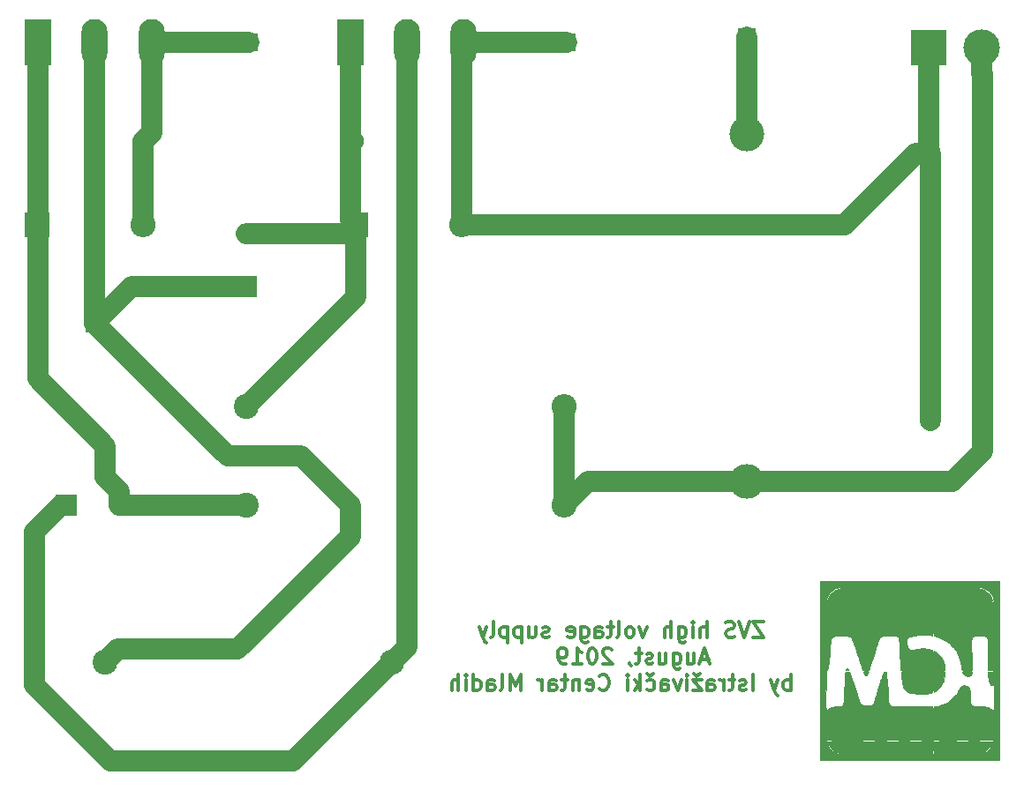
<source format=gbr>
G04 #@! TF.GenerationSoftware,KiCad,Pcbnew,(5.1.2)-2*
G04 #@! TF.CreationDate,2019-08-09T20:17:09+02:00*
G04 #@! TF.ProjectId,zvs_napajanje,7a76735f-6e61-4706-916a-616e6a652e6b,rev?*
G04 #@! TF.SameCoordinates,Original*
G04 #@! TF.FileFunction,Copper,L2,Bot*
G04 #@! TF.FilePolarity,Positive*
%FSLAX46Y46*%
G04 Gerber Fmt 4.6, Leading zero omitted, Abs format (unit mm)*
G04 Created by KiCad (PCBNEW (5.1.2)-2) date 2019-08-09 20:17:09*
%MOMM*%
%LPD*%
G04 APERTURE LIST*
%ADD10C,0.300000*%
%ADD11C,0.010000*%
%ADD12C,3.500120*%
%ADD13R,3.500120X3.500120*%
%ADD14R,1.700000X1.700000*%
%ADD15O,2.500000X4.500000*%
%ADD16R,2.500000X4.500000*%
%ADD17R,2.000000X2.000000*%
%ADD18C,2.000000*%
%ADD19C,2.400000*%
%ADD20O,2.000000X2.000000*%
%ADD21R,2.400000X2.400000*%
%ADD22O,2.400000X2.400000*%
%ADD23C,3.340000*%
%ADD24C,1.600000*%
%ADD25O,1.600000X1.600000*%
%ADD26C,2.000000*%
G04 APERTURE END LIST*
D10*
X175142857Y-119628571D02*
X174142857Y-119628571D01*
X175142857Y-121128571D01*
X174142857Y-121128571D01*
X173785714Y-119628571D02*
X173285714Y-121128571D01*
X172785714Y-119628571D01*
X172357142Y-121057142D02*
X172142857Y-121128571D01*
X171785714Y-121128571D01*
X171642857Y-121057142D01*
X171571428Y-120985714D01*
X171500000Y-120842857D01*
X171500000Y-120700000D01*
X171571428Y-120557142D01*
X171642857Y-120485714D01*
X171785714Y-120414285D01*
X172071428Y-120342857D01*
X172214285Y-120271428D01*
X172285714Y-120200000D01*
X172357142Y-120057142D01*
X172357142Y-119914285D01*
X172285714Y-119771428D01*
X172214285Y-119700000D01*
X172071428Y-119628571D01*
X171714285Y-119628571D01*
X171500000Y-119700000D01*
X169714285Y-121128571D02*
X169714285Y-119628571D01*
X169071428Y-121128571D02*
X169071428Y-120342857D01*
X169142857Y-120200000D01*
X169285714Y-120128571D01*
X169500000Y-120128571D01*
X169642857Y-120200000D01*
X169714285Y-120271428D01*
X168357142Y-121128571D02*
X168357142Y-120128571D01*
X168357142Y-119628571D02*
X168428571Y-119700000D01*
X168357142Y-119771428D01*
X168285714Y-119700000D01*
X168357142Y-119628571D01*
X168357142Y-119771428D01*
X167000000Y-120128571D02*
X167000000Y-121342857D01*
X167071428Y-121485714D01*
X167142857Y-121557142D01*
X167285714Y-121628571D01*
X167500000Y-121628571D01*
X167642857Y-121557142D01*
X167000000Y-121057142D02*
X167142857Y-121128571D01*
X167428571Y-121128571D01*
X167571428Y-121057142D01*
X167642857Y-120985714D01*
X167714285Y-120842857D01*
X167714285Y-120414285D01*
X167642857Y-120271428D01*
X167571428Y-120200000D01*
X167428571Y-120128571D01*
X167142857Y-120128571D01*
X167000000Y-120200000D01*
X166285714Y-121128571D02*
X166285714Y-119628571D01*
X165642857Y-121128571D02*
X165642857Y-120342857D01*
X165714285Y-120200000D01*
X165857142Y-120128571D01*
X166071428Y-120128571D01*
X166214285Y-120200000D01*
X166285714Y-120271428D01*
X163928571Y-120128571D02*
X163571428Y-121128571D01*
X163214285Y-120128571D01*
X162428571Y-121128571D02*
X162571428Y-121057142D01*
X162642857Y-120985714D01*
X162714285Y-120842857D01*
X162714285Y-120414285D01*
X162642857Y-120271428D01*
X162571428Y-120200000D01*
X162428571Y-120128571D01*
X162214285Y-120128571D01*
X162071428Y-120200000D01*
X162000000Y-120271428D01*
X161928571Y-120414285D01*
X161928571Y-120842857D01*
X162000000Y-120985714D01*
X162071428Y-121057142D01*
X162214285Y-121128571D01*
X162428571Y-121128571D01*
X161071428Y-121128571D02*
X161214285Y-121057142D01*
X161285714Y-120914285D01*
X161285714Y-119628571D01*
X160714285Y-120128571D02*
X160142857Y-120128571D01*
X160500000Y-119628571D02*
X160500000Y-120914285D01*
X160428571Y-121057142D01*
X160285714Y-121128571D01*
X160142857Y-121128571D01*
X159000000Y-121128571D02*
X159000000Y-120342857D01*
X159071428Y-120200000D01*
X159214285Y-120128571D01*
X159500000Y-120128571D01*
X159642857Y-120200000D01*
X159000000Y-121057142D02*
X159142857Y-121128571D01*
X159500000Y-121128571D01*
X159642857Y-121057142D01*
X159714285Y-120914285D01*
X159714285Y-120771428D01*
X159642857Y-120628571D01*
X159500000Y-120557142D01*
X159142857Y-120557142D01*
X159000000Y-120485714D01*
X157642857Y-120128571D02*
X157642857Y-121342857D01*
X157714285Y-121485714D01*
X157785714Y-121557142D01*
X157928571Y-121628571D01*
X158142857Y-121628571D01*
X158285714Y-121557142D01*
X157642857Y-121057142D02*
X157785714Y-121128571D01*
X158071428Y-121128571D01*
X158214285Y-121057142D01*
X158285714Y-120985714D01*
X158357142Y-120842857D01*
X158357142Y-120414285D01*
X158285714Y-120271428D01*
X158214285Y-120200000D01*
X158071428Y-120128571D01*
X157785714Y-120128571D01*
X157642857Y-120200000D01*
X156357142Y-121057142D02*
X156500000Y-121128571D01*
X156785714Y-121128571D01*
X156928571Y-121057142D01*
X157000000Y-120914285D01*
X157000000Y-120342857D01*
X156928571Y-120200000D01*
X156785714Y-120128571D01*
X156500000Y-120128571D01*
X156357142Y-120200000D01*
X156285714Y-120342857D01*
X156285714Y-120485714D01*
X157000000Y-120628571D01*
X154571428Y-121057142D02*
X154428571Y-121128571D01*
X154142857Y-121128571D01*
X154000000Y-121057142D01*
X153928571Y-120914285D01*
X153928571Y-120842857D01*
X154000000Y-120700000D01*
X154142857Y-120628571D01*
X154357142Y-120628571D01*
X154500000Y-120557142D01*
X154571428Y-120414285D01*
X154571428Y-120342857D01*
X154500000Y-120200000D01*
X154357142Y-120128571D01*
X154142857Y-120128571D01*
X154000000Y-120200000D01*
X152642857Y-120128571D02*
X152642857Y-121128571D01*
X153285714Y-120128571D02*
X153285714Y-120914285D01*
X153214285Y-121057142D01*
X153071428Y-121128571D01*
X152857142Y-121128571D01*
X152714285Y-121057142D01*
X152642857Y-120985714D01*
X151928571Y-120128571D02*
X151928571Y-121628571D01*
X151928571Y-120200000D02*
X151785714Y-120128571D01*
X151500000Y-120128571D01*
X151357142Y-120200000D01*
X151285714Y-120271428D01*
X151214285Y-120414285D01*
X151214285Y-120842857D01*
X151285714Y-120985714D01*
X151357142Y-121057142D01*
X151500000Y-121128571D01*
X151785714Y-121128571D01*
X151928571Y-121057142D01*
X150571428Y-120128571D02*
X150571428Y-121628571D01*
X150571428Y-120200000D02*
X150428571Y-120128571D01*
X150142857Y-120128571D01*
X150000000Y-120200000D01*
X149928571Y-120271428D01*
X149857142Y-120414285D01*
X149857142Y-120842857D01*
X149928571Y-120985714D01*
X150000000Y-121057142D01*
X150142857Y-121128571D01*
X150428571Y-121128571D01*
X150571428Y-121057142D01*
X149000000Y-121128571D02*
X149142857Y-121057142D01*
X149214285Y-120914285D01*
X149214285Y-119628571D01*
X148571428Y-120128571D02*
X148214285Y-121128571D01*
X147857142Y-120128571D02*
X148214285Y-121128571D01*
X148357142Y-121485714D01*
X148428571Y-121557142D01*
X148571428Y-121628571D01*
X169857142Y-123250000D02*
X169142857Y-123250000D01*
X170000000Y-123678571D02*
X169500000Y-122178571D01*
X169000000Y-123678571D01*
X167857142Y-122678571D02*
X167857142Y-123678571D01*
X168500000Y-122678571D02*
X168500000Y-123464285D01*
X168428571Y-123607142D01*
X168285714Y-123678571D01*
X168071428Y-123678571D01*
X167928571Y-123607142D01*
X167857142Y-123535714D01*
X166500000Y-122678571D02*
X166500000Y-123892857D01*
X166571428Y-124035714D01*
X166642857Y-124107142D01*
X166785714Y-124178571D01*
X167000000Y-124178571D01*
X167142857Y-124107142D01*
X166500000Y-123607142D02*
X166642857Y-123678571D01*
X166928571Y-123678571D01*
X167071428Y-123607142D01*
X167142857Y-123535714D01*
X167214285Y-123392857D01*
X167214285Y-122964285D01*
X167142857Y-122821428D01*
X167071428Y-122750000D01*
X166928571Y-122678571D01*
X166642857Y-122678571D01*
X166500000Y-122750000D01*
X165142857Y-122678571D02*
X165142857Y-123678571D01*
X165785714Y-122678571D02*
X165785714Y-123464285D01*
X165714285Y-123607142D01*
X165571428Y-123678571D01*
X165357142Y-123678571D01*
X165214285Y-123607142D01*
X165142857Y-123535714D01*
X164500000Y-123607142D02*
X164357142Y-123678571D01*
X164071428Y-123678571D01*
X163928571Y-123607142D01*
X163857142Y-123464285D01*
X163857142Y-123392857D01*
X163928571Y-123250000D01*
X164071428Y-123178571D01*
X164285714Y-123178571D01*
X164428571Y-123107142D01*
X164500000Y-122964285D01*
X164500000Y-122892857D01*
X164428571Y-122750000D01*
X164285714Y-122678571D01*
X164071428Y-122678571D01*
X163928571Y-122750000D01*
X163428571Y-122678571D02*
X162857142Y-122678571D01*
X163214285Y-122178571D02*
X163214285Y-123464285D01*
X163142857Y-123607142D01*
X163000000Y-123678571D01*
X162857142Y-123678571D01*
X162285714Y-123607142D02*
X162285714Y-123678571D01*
X162357142Y-123821428D01*
X162428571Y-123892857D01*
X160571428Y-122321428D02*
X160500000Y-122250000D01*
X160357142Y-122178571D01*
X160000000Y-122178571D01*
X159857142Y-122250000D01*
X159785714Y-122321428D01*
X159714285Y-122464285D01*
X159714285Y-122607142D01*
X159785714Y-122821428D01*
X160642857Y-123678571D01*
X159714285Y-123678571D01*
X158785714Y-122178571D02*
X158642857Y-122178571D01*
X158500000Y-122250000D01*
X158428571Y-122321428D01*
X158357142Y-122464285D01*
X158285714Y-122750000D01*
X158285714Y-123107142D01*
X158357142Y-123392857D01*
X158428571Y-123535714D01*
X158500000Y-123607142D01*
X158642857Y-123678571D01*
X158785714Y-123678571D01*
X158928571Y-123607142D01*
X159000000Y-123535714D01*
X159071428Y-123392857D01*
X159142857Y-123107142D01*
X159142857Y-122750000D01*
X159071428Y-122464285D01*
X159000000Y-122321428D01*
X158928571Y-122250000D01*
X158785714Y-122178571D01*
X156857142Y-123678571D02*
X157714285Y-123678571D01*
X157285714Y-123678571D02*
X157285714Y-122178571D01*
X157428571Y-122392857D01*
X157571428Y-122535714D01*
X157714285Y-122607142D01*
X156142857Y-123678571D02*
X155857142Y-123678571D01*
X155714285Y-123607142D01*
X155642857Y-123535714D01*
X155500000Y-123321428D01*
X155428571Y-123035714D01*
X155428571Y-122464285D01*
X155500000Y-122321428D01*
X155571428Y-122250000D01*
X155714285Y-122178571D01*
X156000000Y-122178571D01*
X156142857Y-122250000D01*
X156214285Y-122321428D01*
X156285714Y-122464285D01*
X156285714Y-122821428D01*
X156214285Y-122964285D01*
X156142857Y-123035714D01*
X156000000Y-123107142D01*
X155714285Y-123107142D01*
X155571428Y-123035714D01*
X155500000Y-122964285D01*
X155428571Y-122821428D01*
X177750000Y-126228571D02*
X177750000Y-124728571D01*
X177750000Y-125300000D02*
X177607142Y-125228571D01*
X177321428Y-125228571D01*
X177178571Y-125300000D01*
X177107142Y-125371428D01*
X177035714Y-125514285D01*
X177035714Y-125942857D01*
X177107142Y-126085714D01*
X177178571Y-126157142D01*
X177321428Y-126228571D01*
X177607142Y-126228571D01*
X177750000Y-126157142D01*
X176535714Y-125228571D02*
X176178571Y-126228571D01*
X175821428Y-125228571D02*
X176178571Y-126228571D01*
X176321428Y-126585714D01*
X176392857Y-126657142D01*
X176535714Y-126728571D01*
X174107142Y-126228571D02*
X174107142Y-124728571D01*
X173464285Y-126157142D02*
X173321428Y-126228571D01*
X173035714Y-126228571D01*
X172892857Y-126157142D01*
X172821428Y-126014285D01*
X172821428Y-125942857D01*
X172892857Y-125800000D01*
X173035714Y-125728571D01*
X173250000Y-125728571D01*
X173392857Y-125657142D01*
X173464285Y-125514285D01*
X173464285Y-125442857D01*
X173392857Y-125300000D01*
X173250000Y-125228571D01*
X173035714Y-125228571D01*
X172892857Y-125300000D01*
X172392857Y-125228571D02*
X171821428Y-125228571D01*
X172178571Y-124728571D02*
X172178571Y-126014285D01*
X172107142Y-126157142D01*
X171964285Y-126228571D01*
X171821428Y-126228571D01*
X171321428Y-126228571D02*
X171321428Y-125228571D01*
X171321428Y-125514285D02*
X171250000Y-125371428D01*
X171178571Y-125300000D01*
X171035714Y-125228571D01*
X170892857Y-125228571D01*
X169750000Y-126228571D02*
X169750000Y-125442857D01*
X169821428Y-125300000D01*
X169964285Y-125228571D01*
X170250000Y-125228571D01*
X170392857Y-125300000D01*
X169750000Y-126157142D02*
X169892857Y-126228571D01*
X170250000Y-126228571D01*
X170392857Y-126157142D01*
X170464285Y-126014285D01*
X170464285Y-125871428D01*
X170392857Y-125728571D01*
X170250000Y-125657142D01*
X169892857Y-125657142D01*
X169750000Y-125585714D01*
X169178571Y-125228571D02*
X168392857Y-125228571D01*
X169178571Y-126228571D01*
X168392857Y-126228571D01*
X169035714Y-124657142D02*
X168750000Y-124871428D01*
X168464285Y-124657142D01*
X167821428Y-126228571D02*
X167821428Y-125228571D01*
X167821428Y-124728571D02*
X167892857Y-124800000D01*
X167821428Y-124871428D01*
X167750000Y-124800000D01*
X167821428Y-124728571D01*
X167821428Y-124871428D01*
X167250000Y-125228571D02*
X166892857Y-126228571D01*
X166535714Y-125228571D01*
X165321428Y-126228571D02*
X165321428Y-125442857D01*
X165392857Y-125300000D01*
X165535714Y-125228571D01*
X165821428Y-125228571D01*
X165964285Y-125300000D01*
X165321428Y-126157142D02*
X165464285Y-126228571D01*
X165821428Y-126228571D01*
X165964285Y-126157142D01*
X166035714Y-126014285D01*
X166035714Y-125871428D01*
X165964285Y-125728571D01*
X165821428Y-125657142D01*
X165464285Y-125657142D01*
X165321428Y-125585714D01*
X163964285Y-126157142D02*
X164107142Y-126228571D01*
X164392857Y-126228571D01*
X164535714Y-126157142D01*
X164607142Y-126085714D01*
X164678571Y-125942857D01*
X164678571Y-125514285D01*
X164607142Y-125371428D01*
X164535714Y-125300000D01*
X164392857Y-125228571D01*
X164107142Y-125228571D01*
X163964285Y-125300000D01*
X164535714Y-124657142D02*
X164250000Y-124871428D01*
X163964285Y-124657142D01*
X163321428Y-126228571D02*
X163321428Y-124728571D01*
X163178571Y-125657142D02*
X162750000Y-126228571D01*
X162750000Y-125228571D02*
X163321428Y-125800000D01*
X162107142Y-126228571D02*
X162107142Y-125228571D01*
X162107142Y-124728571D02*
X162178571Y-124800000D01*
X162107142Y-124871428D01*
X162035714Y-124800000D01*
X162107142Y-124728571D01*
X162107142Y-124871428D01*
X159392857Y-126085714D02*
X159464285Y-126157142D01*
X159678571Y-126228571D01*
X159821428Y-126228571D01*
X160035714Y-126157142D01*
X160178571Y-126014285D01*
X160250000Y-125871428D01*
X160321428Y-125585714D01*
X160321428Y-125371428D01*
X160250000Y-125085714D01*
X160178571Y-124942857D01*
X160035714Y-124800000D01*
X159821428Y-124728571D01*
X159678571Y-124728571D01*
X159464285Y-124800000D01*
X159392857Y-124871428D01*
X158178571Y-126157142D02*
X158321428Y-126228571D01*
X158607142Y-126228571D01*
X158750000Y-126157142D01*
X158821428Y-126014285D01*
X158821428Y-125442857D01*
X158750000Y-125300000D01*
X158607142Y-125228571D01*
X158321428Y-125228571D01*
X158178571Y-125300000D01*
X158107142Y-125442857D01*
X158107142Y-125585714D01*
X158821428Y-125728571D01*
X157464285Y-125228571D02*
X157464285Y-126228571D01*
X157464285Y-125371428D02*
X157392857Y-125300000D01*
X157250000Y-125228571D01*
X157035714Y-125228571D01*
X156892857Y-125300000D01*
X156821428Y-125442857D01*
X156821428Y-126228571D01*
X156321428Y-125228571D02*
X155750000Y-125228571D01*
X156107142Y-124728571D02*
X156107142Y-126014285D01*
X156035714Y-126157142D01*
X155892857Y-126228571D01*
X155750000Y-126228571D01*
X154607142Y-126228571D02*
X154607142Y-125442857D01*
X154678571Y-125300000D01*
X154821428Y-125228571D01*
X155107142Y-125228571D01*
X155250000Y-125300000D01*
X154607142Y-126157142D02*
X154750000Y-126228571D01*
X155107142Y-126228571D01*
X155250000Y-126157142D01*
X155321428Y-126014285D01*
X155321428Y-125871428D01*
X155250000Y-125728571D01*
X155107142Y-125657142D01*
X154750000Y-125657142D01*
X154607142Y-125585714D01*
X153892857Y-126228571D02*
X153892857Y-125228571D01*
X153892857Y-125514285D02*
X153821428Y-125371428D01*
X153750000Y-125300000D01*
X153607142Y-125228571D01*
X153464285Y-125228571D01*
X151821428Y-126228571D02*
X151821428Y-124728571D01*
X151321428Y-125800000D01*
X150821428Y-124728571D01*
X150821428Y-126228571D01*
X149892857Y-126228571D02*
X150035714Y-126157142D01*
X150107142Y-126014285D01*
X150107142Y-124728571D01*
X148678571Y-126228571D02*
X148678571Y-125442857D01*
X148750000Y-125300000D01*
X148892857Y-125228571D01*
X149178571Y-125228571D01*
X149321428Y-125300000D01*
X148678571Y-126157142D02*
X148821428Y-126228571D01*
X149178571Y-126228571D01*
X149321428Y-126157142D01*
X149392857Y-126014285D01*
X149392857Y-125871428D01*
X149321428Y-125728571D01*
X149178571Y-125657142D01*
X148821428Y-125657142D01*
X148678571Y-125585714D01*
X147321428Y-126228571D02*
X147321428Y-124728571D01*
X147321428Y-126157142D02*
X147464285Y-126228571D01*
X147750000Y-126228571D01*
X147892857Y-126157142D01*
X147964285Y-126085714D01*
X148035714Y-125942857D01*
X148035714Y-125514285D01*
X147964285Y-125371428D01*
X147892857Y-125300000D01*
X147750000Y-125228571D01*
X147464285Y-125228571D01*
X147321428Y-125300000D01*
X146607142Y-126228571D02*
X146607142Y-125228571D01*
X146607142Y-124728571D02*
X146678571Y-124800000D01*
X146607142Y-124871428D01*
X146535714Y-124800000D01*
X146607142Y-124728571D01*
X146607142Y-124871428D01*
X145892857Y-126228571D02*
X145892857Y-124728571D01*
X145250000Y-126228571D02*
X145250000Y-125442857D01*
X145321428Y-125300000D01*
X145464285Y-125228571D01*
X145678571Y-125228571D01*
X145821428Y-125300000D01*
X145892857Y-125371428D01*
D11*
G36*
X185593705Y-116349219D02*
G01*
X185397878Y-116349717D01*
X185227262Y-116350544D01*
X185082074Y-116351697D01*
X184962528Y-116353174D01*
X184868841Y-116354971D01*
X184801229Y-116357086D01*
X184759908Y-116359516D01*
X184745094Y-116362259D01*
X184745052Y-116362421D01*
X184758384Y-116365181D01*
X184798234Y-116367629D01*
X184864388Y-116369762D01*
X184956629Y-116371577D01*
X185074740Y-116373071D01*
X185218506Y-116374242D01*
X185387712Y-116375087D01*
X185582140Y-116375604D01*
X185801575Y-116375789D01*
X185814526Y-116375789D01*
X186035347Y-116375623D01*
X186231174Y-116375125D01*
X186401790Y-116374298D01*
X186546978Y-116373145D01*
X186666524Y-116371668D01*
X186760211Y-116369871D01*
X186827823Y-116367756D01*
X186869144Y-116365326D01*
X186883958Y-116362583D01*
X186884000Y-116362421D01*
X186870668Y-116359661D01*
X186830818Y-116357213D01*
X186764664Y-116355080D01*
X186672424Y-116353265D01*
X186554312Y-116351771D01*
X186410546Y-116350600D01*
X186241340Y-116349755D01*
X186046912Y-116349238D01*
X185827477Y-116349053D01*
X185814526Y-116349052D01*
X185593705Y-116349219D01*
X185593705Y-116349219D01*
G37*
X185593705Y-116349219D02*
X185397878Y-116349717D01*
X185227262Y-116350544D01*
X185082074Y-116351697D01*
X184962528Y-116353174D01*
X184868841Y-116354971D01*
X184801229Y-116357086D01*
X184759908Y-116359516D01*
X184745094Y-116362259D01*
X184745052Y-116362421D01*
X184758384Y-116365181D01*
X184798234Y-116367629D01*
X184864388Y-116369762D01*
X184956629Y-116371577D01*
X185074740Y-116373071D01*
X185218506Y-116374242D01*
X185387712Y-116375087D01*
X185582140Y-116375604D01*
X185801575Y-116375789D01*
X185814526Y-116375789D01*
X186035347Y-116375623D01*
X186231174Y-116375125D01*
X186401790Y-116374298D01*
X186546978Y-116373145D01*
X186666524Y-116371668D01*
X186760211Y-116369871D01*
X186827823Y-116367756D01*
X186869144Y-116365326D01*
X186883958Y-116362583D01*
X186884000Y-116362421D01*
X186870668Y-116359661D01*
X186830818Y-116357213D01*
X186764664Y-116355080D01*
X186672424Y-116353265D01*
X186554312Y-116351771D01*
X186410546Y-116350600D01*
X186241340Y-116349755D01*
X186046912Y-116349238D01*
X185827477Y-116349053D01*
X185814526Y-116349052D01*
X185593705Y-116349219D01*
G36*
X187826231Y-116349219D02*
G01*
X187630404Y-116349717D01*
X187459789Y-116350544D01*
X187314600Y-116351697D01*
X187195054Y-116353174D01*
X187101367Y-116354971D01*
X187033755Y-116357086D01*
X186992434Y-116359516D01*
X186977620Y-116362259D01*
X186977579Y-116362421D01*
X186990910Y-116365181D01*
X187030761Y-116367629D01*
X187096914Y-116369762D01*
X187189155Y-116371577D01*
X187307266Y-116373071D01*
X187451033Y-116374242D01*
X187620238Y-116375087D01*
X187814666Y-116375604D01*
X188034102Y-116375789D01*
X188047052Y-116375789D01*
X188267874Y-116375623D01*
X188463700Y-116375125D01*
X188634316Y-116374298D01*
X188779505Y-116373145D01*
X188899051Y-116371668D01*
X188992738Y-116369871D01*
X189060350Y-116367756D01*
X189101671Y-116365326D01*
X189116485Y-116362583D01*
X189116526Y-116362421D01*
X189103195Y-116359661D01*
X189063344Y-116357213D01*
X188997190Y-116355080D01*
X188904950Y-116353265D01*
X188786838Y-116351771D01*
X188643072Y-116350600D01*
X188473867Y-116349755D01*
X188279438Y-116349238D01*
X188060003Y-116349053D01*
X188047052Y-116349052D01*
X187826231Y-116349219D01*
X187826231Y-116349219D01*
G37*
X187826231Y-116349219D02*
X187630404Y-116349717D01*
X187459789Y-116350544D01*
X187314600Y-116351697D01*
X187195054Y-116353174D01*
X187101367Y-116354971D01*
X187033755Y-116357086D01*
X186992434Y-116359516D01*
X186977620Y-116362259D01*
X186977579Y-116362421D01*
X186990910Y-116365181D01*
X187030761Y-116367629D01*
X187096914Y-116369762D01*
X187189155Y-116371577D01*
X187307266Y-116373071D01*
X187451033Y-116374242D01*
X187620238Y-116375087D01*
X187814666Y-116375604D01*
X188034102Y-116375789D01*
X188047052Y-116375789D01*
X188267874Y-116375623D01*
X188463700Y-116375125D01*
X188634316Y-116374298D01*
X188779505Y-116373145D01*
X188899051Y-116371668D01*
X188992738Y-116369871D01*
X189060350Y-116367756D01*
X189101671Y-116365326D01*
X189116485Y-116362583D01*
X189116526Y-116362421D01*
X189103195Y-116359661D01*
X189063344Y-116357213D01*
X188997190Y-116355080D01*
X188904950Y-116353265D01*
X188786838Y-116351771D01*
X188643072Y-116350600D01*
X188473867Y-116349755D01*
X188279438Y-116349238D01*
X188060003Y-116349053D01*
X188047052Y-116349052D01*
X187826231Y-116349219D01*
G36*
X190058757Y-116349219D02*
G01*
X189862931Y-116349717D01*
X189692315Y-116350544D01*
X189547126Y-116351697D01*
X189427580Y-116353174D01*
X189333893Y-116354971D01*
X189266282Y-116357086D01*
X189224960Y-116359516D01*
X189210146Y-116362259D01*
X189210105Y-116362421D01*
X189223437Y-116365181D01*
X189263287Y-116367629D01*
X189329441Y-116369762D01*
X189421681Y-116371577D01*
X189539793Y-116373071D01*
X189683559Y-116374242D01*
X189852764Y-116375087D01*
X190047193Y-116375604D01*
X190266628Y-116375789D01*
X190279579Y-116375789D01*
X190500400Y-116375623D01*
X190696227Y-116375125D01*
X190866842Y-116374298D01*
X191012031Y-116373145D01*
X191131577Y-116371668D01*
X191225264Y-116369871D01*
X191292876Y-116367756D01*
X191334197Y-116365326D01*
X191349011Y-116362583D01*
X191349052Y-116362421D01*
X191335721Y-116359661D01*
X191295870Y-116357213D01*
X191229717Y-116355080D01*
X191137476Y-116353265D01*
X191019365Y-116351771D01*
X190875598Y-116350600D01*
X190706393Y-116349755D01*
X190511965Y-116349238D01*
X190292530Y-116349053D01*
X190279579Y-116349052D01*
X190058757Y-116349219D01*
X190058757Y-116349219D01*
G37*
X190058757Y-116349219D02*
X189862931Y-116349717D01*
X189692315Y-116350544D01*
X189547126Y-116351697D01*
X189427580Y-116353174D01*
X189333893Y-116354971D01*
X189266282Y-116357086D01*
X189224960Y-116359516D01*
X189210146Y-116362259D01*
X189210105Y-116362421D01*
X189223437Y-116365181D01*
X189263287Y-116367629D01*
X189329441Y-116369762D01*
X189421681Y-116371577D01*
X189539793Y-116373071D01*
X189683559Y-116374242D01*
X189852764Y-116375087D01*
X190047193Y-116375604D01*
X190266628Y-116375789D01*
X190279579Y-116375789D01*
X190500400Y-116375623D01*
X190696227Y-116375125D01*
X190866842Y-116374298D01*
X191012031Y-116373145D01*
X191131577Y-116371668D01*
X191225264Y-116369871D01*
X191292876Y-116367756D01*
X191334197Y-116365326D01*
X191349011Y-116362583D01*
X191349052Y-116362421D01*
X191335721Y-116359661D01*
X191295870Y-116357213D01*
X191229717Y-116355080D01*
X191137476Y-116353265D01*
X191019365Y-116351771D01*
X190875598Y-116350600D01*
X190706393Y-116349755D01*
X190511965Y-116349238D01*
X190292530Y-116349053D01*
X190279579Y-116349052D01*
X190058757Y-116349219D01*
G36*
X192291284Y-116349219D02*
G01*
X192095457Y-116349717D01*
X191924841Y-116350544D01*
X191779653Y-116351697D01*
X191660107Y-116353174D01*
X191566420Y-116354971D01*
X191498808Y-116357086D01*
X191457487Y-116359516D01*
X191442673Y-116362259D01*
X191442631Y-116362421D01*
X191455963Y-116365181D01*
X191495813Y-116367629D01*
X191561967Y-116369762D01*
X191654207Y-116371577D01*
X191772319Y-116373071D01*
X191916085Y-116374242D01*
X192085291Y-116375087D01*
X192279719Y-116375604D01*
X192499154Y-116375789D01*
X192512105Y-116375789D01*
X192732926Y-116375623D01*
X192928753Y-116375125D01*
X193099369Y-116374298D01*
X193244557Y-116373145D01*
X193364103Y-116371668D01*
X193457790Y-116369871D01*
X193525402Y-116367756D01*
X193566723Y-116365326D01*
X193581537Y-116362583D01*
X193581579Y-116362421D01*
X193568247Y-116359661D01*
X193528397Y-116357213D01*
X193462243Y-116355080D01*
X193370003Y-116353265D01*
X193251891Y-116351771D01*
X193108125Y-116350600D01*
X192938919Y-116349755D01*
X192744491Y-116349238D01*
X192525056Y-116349053D01*
X192512105Y-116349052D01*
X192291284Y-116349219D01*
X192291284Y-116349219D01*
G37*
X192291284Y-116349219D02*
X192095457Y-116349717D01*
X191924841Y-116350544D01*
X191779653Y-116351697D01*
X191660107Y-116353174D01*
X191566420Y-116354971D01*
X191498808Y-116357086D01*
X191457487Y-116359516D01*
X191442673Y-116362259D01*
X191442631Y-116362421D01*
X191455963Y-116365181D01*
X191495813Y-116367629D01*
X191561967Y-116369762D01*
X191654207Y-116371577D01*
X191772319Y-116373071D01*
X191916085Y-116374242D01*
X192085291Y-116375087D01*
X192279719Y-116375604D01*
X192499154Y-116375789D01*
X192512105Y-116375789D01*
X192732926Y-116375623D01*
X192928753Y-116375125D01*
X193099369Y-116374298D01*
X193244557Y-116373145D01*
X193364103Y-116371668D01*
X193457790Y-116369871D01*
X193525402Y-116367756D01*
X193566723Y-116365326D01*
X193581537Y-116362583D01*
X193581579Y-116362421D01*
X193568247Y-116359661D01*
X193528397Y-116357213D01*
X193462243Y-116355080D01*
X193370003Y-116353265D01*
X193251891Y-116351771D01*
X193108125Y-116350600D01*
X192938919Y-116349755D01*
X192744491Y-116349238D01*
X192525056Y-116349053D01*
X192512105Y-116349052D01*
X192291284Y-116349219D01*
G36*
X182396665Y-116469902D02*
G01*
X182357264Y-116479512D01*
X182322026Y-116491154D01*
X182120667Y-116576473D01*
X181935431Y-116682849D01*
X181766927Y-116809835D01*
X181615768Y-116956986D01*
X181514824Y-117079415D01*
X181477645Y-117132812D01*
X181438552Y-117195562D01*
X181399204Y-117264182D01*
X181361257Y-117335183D01*
X181326369Y-117405081D01*
X181296198Y-117470390D01*
X181272400Y-117527623D01*
X181256635Y-117573295D01*
X181250559Y-117603920D01*
X181255830Y-117616012D01*
X181259915Y-117615490D01*
X181275470Y-117599323D01*
X181280587Y-117584524D01*
X181290277Y-117556579D01*
X181297064Y-117546428D01*
X181302240Y-117548082D01*
X181298409Y-117570410D01*
X181297227Y-117574669D01*
X181285552Y-117615376D01*
X181386372Y-117623898D01*
X181423758Y-117625918D01*
X181483953Y-117627767D01*
X181563027Y-117629386D01*
X181657052Y-117630718D01*
X181762099Y-117631704D01*
X181874241Y-117632285D01*
X181959754Y-117632421D01*
X182432316Y-117632421D01*
X182432300Y-117512105D01*
X181322737Y-117512105D01*
X181317845Y-117523109D01*
X181313824Y-117521017D01*
X181312224Y-117505152D01*
X181313824Y-117503193D01*
X181321772Y-117505028D01*
X181322737Y-117512105D01*
X182432300Y-117512105D01*
X182432291Y-117455289D01*
X182432040Y-117407871D01*
X181362307Y-117407871D01*
X181357949Y-117426466D01*
X181347018Y-117451654D01*
X181334743Y-117472996D01*
X181326355Y-117480055D01*
X181326203Y-117479922D01*
X181328025Y-117465711D01*
X181339978Y-117438716D01*
X181341208Y-117436419D01*
X181355170Y-117413368D01*
X181362151Y-117407121D01*
X181362307Y-117407871D01*
X182432040Y-117407871D01*
X182431964Y-117393744D01*
X182431055Y-117311123D01*
X182430508Y-117272876D01*
X181421643Y-117272876D01*
X181421351Y-117282129D01*
X181408188Y-117314544D01*
X181400252Y-117331338D01*
X181382767Y-117364532D01*
X181369896Y-117383874D01*
X181366072Y-117386107D01*
X181368533Y-117372337D01*
X181380597Y-117343282D01*
X181388918Y-117326243D01*
X181410390Y-117287382D01*
X181421643Y-117272876D01*
X182430508Y-117272876D01*
X182429652Y-117213079D01*
X182429511Y-117204631D01*
X181464046Y-117204631D01*
X181463955Y-117214456D01*
X181456421Y-117231368D01*
X181442615Y-117252377D01*
X181435427Y-117258105D01*
X181435518Y-117248280D01*
X181443052Y-117231368D01*
X181456858Y-117210359D01*
X181464046Y-117204631D01*
X182429511Y-117204631D01*
X182428902Y-117168358D01*
X181494371Y-117168358D01*
X181491118Y-117175829D01*
X181477658Y-117190181D01*
X181469919Y-117187237D01*
X181469789Y-117185368D01*
X181479285Y-117174060D01*
X181485223Y-117169934D01*
X181494371Y-117168358D01*
X182428902Y-117168358D01*
X182427843Y-117105265D01*
X182427191Y-117070947D01*
X181558505Y-117070947D01*
X181556065Y-117080413D01*
X181541631Y-117103880D01*
X181536631Y-117111052D01*
X181516364Y-117137227D01*
X181502761Y-117150679D01*
X181501390Y-117151158D01*
X181503829Y-117141691D01*
X181518263Y-117118225D01*
X181523263Y-117111052D01*
X181543531Y-117084878D01*
X181557133Y-117071426D01*
X181558505Y-117070947D01*
X182427191Y-117070947D01*
X182425716Y-116993334D01*
X182425234Y-116970684D01*
X181650263Y-116970684D01*
X181610999Y-117014131D01*
X181582487Y-117044504D01*
X181567671Y-117056767D01*
X181563369Y-117053545D01*
X181563368Y-117053396D01*
X181572318Y-117042772D01*
X181594870Y-117020905D01*
X181606816Y-117009948D01*
X181650263Y-116970684D01*
X182425234Y-116970684D01*
X182423481Y-116888367D01*
X182420810Y-116775472D01*
X182420104Y-116750207D01*
X181883335Y-116750207D01*
X181880015Y-116757129D01*
X181872547Y-116766816D01*
X181853034Y-116787599D01*
X181844325Y-116787509D01*
X181844105Y-116785163D01*
X181845445Y-116783526D01*
X181837421Y-116783526D01*
X181805012Y-116820289D01*
X181778884Y-116848225D01*
X181766198Y-116856899D01*
X181763894Y-116852699D01*
X181765838Y-116850368D01*
X181757210Y-116850368D01*
X181704366Y-116907184D01*
X181671338Y-116942013D01*
X181652545Y-116959711D01*
X181644579Y-116963238D01*
X181643579Y-116960029D01*
X181652526Y-116949574D01*
X181675700Y-116926578D01*
X181700394Y-116903213D01*
X181757210Y-116850368D01*
X181765838Y-116850368D01*
X181772862Y-116841951D01*
X181794999Y-116820976D01*
X181800658Y-116815935D01*
X181837421Y-116783526D01*
X181845445Y-116783526D01*
X181853241Y-116774004D01*
X181867500Y-116761768D01*
X181883335Y-116750207D01*
X182420104Y-116750207D01*
X182418326Y-116686582D01*
X182417948Y-116676387D01*
X182000686Y-116676387D01*
X181986459Y-116689427D01*
X181952345Y-116714788D01*
X181948335Y-116717632D01*
X181914317Y-116740846D01*
X181899579Y-116748368D01*
X181902293Y-116740917D01*
X181908282Y-116733395D01*
X181928734Y-116715920D01*
X181960880Y-116694637D01*
X181966735Y-116691210D01*
X181994340Y-116676654D01*
X182000686Y-116676387D01*
X182417948Y-116676387D01*
X182417458Y-116663210D01*
X182031263Y-116663210D01*
X182024579Y-116669895D01*
X182017894Y-116663210D01*
X182024579Y-116656526D01*
X182031263Y-116663210D01*
X182417458Y-116663210D01*
X182415814Y-116618971D01*
X182413062Y-116569910D01*
X182412453Y-116563596D01*
X182214697Y-116563596D01*
X182209016Y-116569488D01*
X182184500Y-116584479D01*
X182146149Y-116605555D01*
X182138210Y-116609737D01*
X182091530Y-116634135D01*
X182063699Y-116648281D01*
X182049849Y-116654273D01*
X182045116Y-116654205D01*
X182044631Y-116650174D01*
X182044631Y-116650034D01*
X182055546Y-116641197D01*
X182083296Y-116625067D01*
X182120394Y-116605452D01*
X182159351Y-116586158D01*
X182192678Y-116570990D01*
X182212887Y-116563756D01*
X182214697Y-116563596D01*
X182412453Y-116563596D01*
X182410383Y-116542136D01*
X182280970Y-116542136D01*
X182271894Y-116549579D01*
X182247524Y-116560891D01*
X182238473Y-116562538D01*
X182236082Y-116557021D01*
X182245158Y-116549579D01*
X182269529Y-116538267D01*
X182278579Y-116536620D01*
X182280970Y-116542136D01*
X182410383Y-116542136D01*
X182409855Y-116536672D01*
X182408052Y-116527298D01*
X182320912Y-116527298D01*
X182319077Y-116535246D01*
X182312000Y-116536210D01*
X182300996Y-116531319D01*
X182303087Y-116527298D01*
X182318953Y-116525698D01*
X182320912Y-116527298D01*
X182408052Y-116527298D01*
X182405979Y-116516528D01*
X182404715Y-116513930D01*
X182361017Y-116513930D01*
X182359182Y-116521877D01*
X182352105Y-116522842D01*
X182341101Y-116517951D01*
X182343193Y-116513930D01*
X182359058Y-116512330D01*
X182361017Y-116513930D01*
X182404715Y-116513930D01*
X182401220Y-116506751D01*
X182395365Y-116504613D01*
X182393426Y-116505034D01*
X182381611Y-116507130D01*
X182392793Y-116498239D01*
X182395552Y-116496450D01*
X182418101Y-116478536D01*
X182417708Y-116469632D01*
X182396665Y-116469902D01*
X182396665Y-116469902D01*
G37*
X182396665Y-116469902D02*
X182357264Y-116479512D01*
X182322026Y-116491154D01*
X182120667Y-116576473D01*
X181935431Y-116682849D01*
X181766927Y-116809835D01*
X181615768Y-116956986D01*
X181514824Y-117079415D01*
X181477645Y-117132812D01*
X181438552Y-117195562D01*
X181399204Y-117264182D01*
X181361257Y-117335183D01*
X181326369Y-117405081D01*
X181296198Y-117470390D01*
X181272400Y-117527623D01*
X181256635Y-117573295D01*
X181250559Y-117603920D01*
X181255830Y-117616012D01*
X181259915Y-117615490D01*
X181275470Y-117599323D01*
X181280587Y-117584524D01*
X181290277Y-117556579D01*
X181297064Y-117546428D01*
X181302240Y-117548082D01*
X181298409Y-117570410D01*
X181297227Y-117574669D01*
X181285552Y-117615376D01*
X181386372Y-117623898D01*
X181423758Y-117625918D01*
X181483953Y-117627767D01*
X181563027Y-117629386D01*
X181657052Y-117630718D01*
X181762099Y-117631704D01*
X181874241Y-117632285D01*
X181959754Y-117632421D01*
X182432316Y-117632421D01*
X182432300Y-117512105D01*
X181322737Y-117512105D01*
X181317845Y-117523109D01*
X181313824Y-117521017D01*
X181312224Y-117505152D01*
X181313824Y-117503193D01*
X181321772Y-117505028D01*
X181322737Y-117512105D01*
X182432300Y-117512105D01*
X182432291Y-117455289D01*
X182432040Y-117407871D01*
X181362307Y-117407871D01*
X181357949Y-117426466D01*
X181347018Y-117451654D01*
X181334743Y-117472996D01*
X181326355Y-117480055D01*
X181326203Y-117479922D01*
X181328025Y-117465711D01*
X181339978Y-117438716D01*
X181341208Y-117436419D01*
X181355170Y-117413368D01*
X181362151Y-117407121D01*
X181362307Y-117407871D01*
X182432040Y-117407871D01*
X182431964Y-117393744D01*
X182431055Y-117311123D01*
X182430508Y-117272876D01*
X181421643Y-117272876D01*
X181421351Y-117282129D01*
X181408188Y-117314544D01*
X181400252Y-117331338D01*
X181382767Y-117364532D01*
X181369896Y-117383874D01*
X181366072Y-117386107D01*
X181368533Y-117372337D01*
X181380597Y-117343282D01*
X181388918Y-117326243D01*
X181410390Y-117287382D01*
X181421643Y-117272876D01*
X182430508Y-117272876D01*
X182429652Y-117213079D01*
X182429511Y-117204631D01*
X181464046Y-117204631D01*
X181463955Y-117214456D01*
X181456421Y-117231368D01*
X181442615Y-117252377D01*
X181435427Y-117258105D01*
X181435518Y-117248280D01*
X181443052Y-117231368D01*
X181456858Y-117210359D01*
X181464046Y-117204631D01*
X182429511Y-117204631D01*
X182428902Y-117168358D01*
X181494371Y-117168358D01*
X181491118Y-117175829D01*
X181477658Y-117190181D01*
X181469919Y-117187237D01*
X181469789Y-117185368D01*
X181479285Y-117174060D01*
X181485223Y-117169934D01*
X181494371Y-117168358D01*
X182428902Y-117168358D01*
X182427843Y-117105265D01*
X182427191Y-117070947D01*
X181558505Y-117070947D01*
X181556065Y-117080413D01*
X181541631Y-117103880D01*
X181536631Y-117111052D01*
X181516364Y-117137227D01*
X181502761Y-117150679D01*
X181501390Y-117151158D01*
X181503829Y-117141691D01*
X181518263Y-117118225D01*
X181523263Y-117111052D01*
X181543531Y-117084878D01*
X181557133Y-117071426D01*
X181558505Y-117070947D01*
X182427191Y-117070947D01*
X182425716Y-116993334D01*
X182425234Y-116970684D01*
X181650263Y-116970684D01*
X181610999Y-117014131D01*
X181582487Y-117044504D01*
X181567671Y-117056767D01*
X181563369Y-117053545D01*
X181563368Y-117053396D01*
X181572318Y-117042772D01*
X181594870Y-117020905D01*
X181606816Y-117009948D01*
X181650263Y-116970684D01*
X182425234Y-116970684D01*
X182423481Y-116888367D01*
X182420810Y-116775472D01*
X182420104Y-116750207D01*
X181883335Y-116750207D01*
X181880015Y-116757129D01*
X181872547Y-116766816D01*
X181853034Y-116787599D01*
X181844325Y-116787509D01*
X181844105Y-116785163D01*
X181845445Y-116783526D01*
X181837421Y-116783526D01*
X181805012Y-116820289D01*
X181778884Y-116848225D01*
X181766198Y-116856899D01*
X181763894Y-116852699D01*
X181765838Y-116850368D01*
X181757210Y-116850368D01*
X181704366Y-116907184D01*
X181671338Y-116942013D01*
X181652545Y-116959711D01*
X181644579Y-116963238D01*
X181643579Y-116960029D01*
X181652526Y-116949574D01*
X181675700Y-116926578D01*
X181700394Y-116903213D01*
X181757210Y-116850368D01*
X181765838Y-116850368D01*
X181772862Y-116841951D01*
X181794999Y-116820976D01*
X181800658Y-116815935D01*
X181837421Y-116783526D01*
X181845445Y-116783526D01*
X181853241Y-116774004D01*
X181867500Y-116761768D01*
X181883335Y-116750207D01*
X182420104Y-116750207D01*
X182418326Y-116686582D01*
X182417948Y-116676387D01*
X182000686Y-116676387D01*
X181986459Y-116689427D01*
X181952345Y-116714788D01*
X181948335Y-116717632D01*
X181914317Y-116740846D01*
X181899579Y-116748368D01*
X181902293Y-116740917D01*
X181908282Y-116733395D01*
X181928734Y-116715920D01*
X181960880Y-116694637D01*
X181966735Y-116691210D01*
X181994340Y-116676654D01*
X182000686Y-116676387D01*
X182417948Y-116676387D01*
X182417458Y-116663210D01*
X182031263Y-116663210D01*
X182024579Y-116669895D01*
X182017894Y-116663210D01*
X182024579Y-116656526D01*
X182031263Y-116663210D01*
X182417458Y-116663210D01*
X182415814Y-116618971D01*
X182413062Y-116569910D01*
X182412453Y-116563596D01*
X182214697Y-116563596D01*
X182209016Y-116569488D01*
X182184500Y-116584479D01*
X182146149Y-116605555D01*
X182138210Y-116609737D01*
X182091530Y-116634135D01*
X182063699Y-116648281D01*
X182049849Y-116654273D01*
X182045116Y-116654205D01*
X182044631Y-116650174D01*
X182044631Y-116650034D01*
X182055546Y-116641197D01*
X182083296Y-116625067D01*
X182120394Y-116605452D01*
X182159351Y-116586158D01*
X182192678Y-116570990D01*
X182212887Y-116563756D01*
X182214697Y-116563596D01*
X182412453Y-116563596D01*
X182410383Y-116542136D01*
X182280970Y-116542136D01*
X182271894Y-116549579D01*
X182247524Y-116560891D01*
X182238473Y-116562538D01*
X182236082Y-116557021D01*
X182245158Y-116549579D01*
X182269529Y-116538267D01*
X182278579Y-116536620D01*
X182280970Y-116542136D01*
X182410383Y-116542136D01*
X182409855Y-116536672D01*
X182408052Y-116527298D01*
X182320912Y-116527298D01*
X182319077Y-116535246D01*
X182312000Y-116536210D01*
X182300996Y-116531319D01*
X182303087Y-116527298D01*
X182318953Y-116525698D01*
X182320912Y-116527298D01*
X182408052Y-116527298D01*
X182405979Y-116516528D01*
X182404715Y-116513930D01*
X182361017Y-116513930D01*
X182359182Y-116521877D01*
X182352105Y-116522842D01*
X182341101Y-116517951D01*
X182343193Y-116513930D01*
X182359058Y-116512330D01*
X182361017Y-116513930D01*
X182404715Y-116513930D01*
X182401220Y-116506751D01*
X182395365Y-116504613D01*
X182393426Y-116505034D01*
X182381611Y-116507130D01*
X182392793Y-116498239D01*
X182395552Y-116496450D01*
X182418101Y-116478536D01*
X182417708Y-116469632D01*
X182396665Y-116469902D01*
G36*
X183883864Y-116351217D02*
G01*
X183747028Y-116351861D01*
X183609391Y-116352806D01*
X183473546Y-116354036D01*
X183342087Y-116355536D01*
X183217606Y-116357289D01*
X183102698Y-116359281D01*
X182999955Y-116361496D01*
X182911970Y-116363918D01*
X182841337Y-116366532D01*
X182790649Y-116369322D01*
X182762498Y-116372273D01*
X182759842Y-116372870D01*
X182719064Y-116383513D01*
X182664292Y-116396992D01*
X182609447Y-116409907D01*
X182551374Y-116425264D01*
X182519791Y-116438662D01*
X182514536Y-116450212D01*
X182535442Y-116460027D01*
X182535921Y-116460153D01*
X182552397Y-116465234D01*
X182542903Y-116467328D01*
X182535921Y-116467817D01*
X182530284Y-116469559D01*
X182525630Y-116475520D01*
X182521865Y-116488029D01*
X182518896Y-116509417D01*
X182516628Y-116542011D01*
X182514969Y-116588142D01*
X182513825Y-116650139D01*
X182513102Y-116730332D01*
X182512708Y-116831048D01*
X182512548Y-116954619D01*
X182512526Y-117050895D01*
X182512526Y-117632421D01*
X184664842Y-117632421D01*
X184664842Y-117434075D01*
X184664543Y-117368741D01*
X184663700Y-117282186D01*
X184662389Y-117179918D01*
X184660691Y-117067443D01*
X184658682Y-116950271D01*
X184656442Y-116833908D01*
X184656001Y-116812550D01*
X184648488Y-116452804D01*
X182600307Y-116452804D01*
X182587166Y-116454944D01*
X182569827Y-116452487D01*
X182569620Y-116447923D01*
X182587513Y-116444732D01*
X182595243Y-116446868D01*
X182600307Y-116452804D01*
X184648488Y-116452804D01*
X184648208Y-116439435D01*
X182667149Y-116439435D01*
X182654009Y-116441576D01*
X182636669Y-116439118D01*
X182636462Y-116434555D01*
X182654355Y-116431363D01*
X182662085Y-116433499D01*
X182667149Y-116439435D01*
X184648208Y-116439435D01*
X184647890Y-116424254D01*
X182741644Y-116424254D01*
X182723888Y-116426569D01*
X182719737Y-116426657D01*
X182696906Y-116425212D01*
X182694896Y-116421027D01*
X182696087Y-116420494D01*
X182722626Y-116417850D01*
X182736193Y-116419999D01*
X182741644Y-116424254D01*
X184647890Y-116424254D01*
X184647603Y-116410554D01*
X182847555Y-116410554D01*
X182829070Y-116412664D01*
X182820000Y-116412793D01*
X182795678Y-116411399D01*
X182792812Y-116407929D01*
X182796605Y-116406679D01*
X182830510Y-116404600D01*
X182843394Y-116406679D01*
X182847555Y-116410554D01*
X184647603Y-116410554D01*
X184647288Y-116395477D01*
X183020590Y-116395477D01*
X183006941Y-116397394D01*
X182972551Y-116398236D01*
X182967052Y-116398247D01*
X182930325Y-116397563D01*
X182913972Y-116395757D01*
X182920990Y-116393202D01*
X182923605Y-116392855D01*
X182970482Y-116390643D01*
X183010500Y-116392855D01*
X183020590Y-116395477D01*
X184647288Y-116395477D01*
X184647160Y-116389371D01*
X183870606Y-116385813D01*
X183142055Y-116382474D01*
X183087368Y-116382474D01*
X183080684Y-116389158D01*
X183074000Y-116382474D01*
X183080684Y-116375789D01*
X183087368Y-116382474D01*
X183142055Y-116382474D01*
X183094052Y-116382254D01*
X183872763Y-116379022D01*
X184056221Y-116378066D01*
X184213645Y-116376822D01*
X184345739Y-116375273D01*
X184453203Y-116373405D01*
X184536740Y-116371200D01*
X184597051Y-116368643D01*
X184634840Y-116365720D01*
X184650809Y-116362412D01*
X184651473Y-116361518D01*
X184638539Y-116358756D01*
X184601465Y-116356434D01*
X184542845Y-116354538D01*
X184465271Y-116353051D01*
X184371337Y-116351959D01*
X184263636Y-116351244D01*
X184144761Y-116350893D01*
X184017306Y-116350889D01*
X183883864Y-116351217D01*
X183883864Y-116351217D01*
G37*
X183883864Y-116351217D02*
X183747028Y-116351861D01*
X183609391Y-116352806D01*
X183473546Y-116354036D01*
X183342087Y-116355536D01*
X183217606Y-116357289D01*
X183102698Y-116359281D01*
X182999955Y-116361496D01*
X182911970Y-116363918D01*
X182841337Y-116366532D01*
X182790649Y-116369322D01*
X182762498Y-116372273D01*
X182759842Y-116372870D01*
X182719064Y-116383513D01*
X182664292Y-116396992D01*
X182609447Y-116409907D01*
X182551374Y-116425264D01*
X182519791Y-116438662D01*
X182514536Y-116450212D01*
X182535442Y-116460027D01*
X182535921Y-116460153D01*
X182552397Y-116465234D01*
X182542903Y-116467328D01*
X182535921Y-116467817D01*
X182530284Y-116469559D01*
X182525630Y-116475520D01*
X182521865Y-116488029D01*
X182518896Y-116509417D01*
X182516628Y-116542011D01*
X182514969Y-116588142D01*
X182513825Y-116650139D01*
X182513102Y-116730332D01*
X182512708Y-116831048D01*
X182512548Y-116954619D01*
X182512526Y-117050895D01*
X182512526Y-117632421D01*
X184664842Y-117632421D01*
X184664842Y-117434075D01*
X184664543Y-117368741D01*
X184663700Y-117282186D01*
X184662389Y-117179918D01*
X184660691Y-117067443D01*
X184658682Y-116950271D01*
X184656442Y-116833908D01*
X184656001Y-116812550D01*
X184648488Y-116452804D01*
X182600307Y-116452804D01*
X182587166Y-116454944D01*
X182569827Y-116452487D01*
X182569620Y-116447923D01*
X182587513Y-116444732D01*
X182595243Y-116446868D01*
X182600307Y-116452804D01*
X184648488Y-116452804D01*
X184648208Y-116439435D01*
X182667149Y-116439435D01*
X182654009Y-116441576D01*
X182636669Y-116439118D01*
X182636462Y-116434555D01*
X182654355Y-116431363D01*
X182662085Y-116433499D01*
X182667149Y-116439435D01*
X184648208Y-116439435D01*
X184647890Y-116424254D01*
X182741644Y-116424254D01*
X182723888Y-116426569D01*
X182719737Y-116426657D01*
X182696906Y-116425212D01*
X182694896Y-116421027D01*
X182696087Y-116420494D01*
X182722626Y-116417850D01*
X182736193Y-116419999D01*
X182741644Y-116424254D01*
X184647890Y-116424254D01*
X184647603Y-116410554D01*
X182847555Y-116410554D01*
X182829070Y-116412664D01*
X182820000Y-116412793D01*
X182795678Y-116411399D01*
X182792812Y-116407929D01*
X182796605Y-116406679D01*
X182830510Y-116404600D01*
X182843394Y-116406679D01*
X182847555Y-116410554D01*
X184647603Y-116410554D01*
X184647288Y-116395477D01*
X183020590Y-116395477D01*
X183006941Y-116397394D01*
X182972551Y-116398236D01*
X182967052Y-116398247D01*
X182930325Y-116397563D01*
X182913972Y-116395757D01*
X182920990Y-116393202D01*
X182923605Y-116392855D01*
X182970482Y-116390643D01*
X183010500Y-116392855D01*
X183020590Y-116395477D01*
X184647288Y-116395477D01*
X184647160Y-116389371D01*
X183870606Y-116385813D01*
X183142055Y-116382474D01*
X183087368Y-116382474D01*
X183080684Y-116389158D01*
X183074000Y-116382474D01*
X183080684Y-116375789D01*
X183087368Y-116382474D01*
X183142055Y-116382474D01*
X183094052Y-116382254D01*
X183872763Y-116379022D01*
X184056221Y-116378066D01*
X184213645Y-116376822D01*
X184345739Y-116375273D01*
X184453203Y-116373405D01*
X184536740Y-116371200D01*
X184597051Y-116368643D01*
X184634840Y-116365720D01*
X184650809Y-116362412D01*
X184651473Y-116361518D01*
X184638539Y-116358756D01*
X184601465Y-116356434D01*
X184542845Y-116354538D01*
X184465271Y-116353051D01*
X184371337Y-116351959D01*
X184263636Y-116351244D01*
X184144761Y-116350893D01*
X184017306Y-116350889D01*
X183883864Y-116351217D01*
G36*
X184744385Y-116927237D02*
G01*
X184744172Y-117048145D01*
X184743846Y-117163622D01*
X184743428Y-117270256D01*
X184742936Y-117364638D01*
X184742387Y-117443359D01*
X184741800Y-117503008D01*
X184741194Y-117540177D01*
X184741043Y-117545526D01*
X184738368Y-117625737D01*
X186897368Y-117632579D01*
X186897368Y-117434154D01*
X186897070Y-117368806D01*
X186896226Y-117282235D01*
X186894916Y-117179951D01*
X186893217Y-117067460D01*
X186891208Y-116950269D01*
X186888968Y-116833888D01*
X186888525Y-116812443D01*
X186879682Y-116389158D01*
X184745052Y-116389158D01*
X184744385Y-116927237D01*
X184744385Y-116927237D01*
G37*
X184744385Y-116927237D02*
X184744172Y-117048145D01*
X184743846Y-117163622D01*
X184743428Y-117270256D01*
X184742936Y-117364638D01*
X184742387Y-117443359D01*
X184741800Y-117503008D01*
X184741194Y-117540177D01*
X184741043Y-117545526D01*
X184738368Y-117625737D01*
X186897368Y-117632579D01*
X186897368Y-117434154D01*
X186897070Y-117368806D01*
X186896226Y-117282235D01*
X186894916Y-117179951D01*
X186893217Y-117067460D01*
X186891208Y-116950269D01*
X186888968Y-116833888D01*
X186888525Y-116812443D01*
X186879682Y-116389158D01*
X184745052Y-116389158D01*
X184744385Y-116927237D01*
G36*
X186976912Y-116927237D02*
G01*
X186976698Y-117048145D01*
X186976373Y-117163622D01*
X186975955Y-117270256D01*
X186975462Y-117364638D01*
X186974913Y-117443359D01*
X186974327Y-117503008D01*
X186973721Y-117540177D01*
X186973570Y-117545526D01*
X186970894Y-117625737D01*
X189129894Y-117632579D01*
X189129894Y-117434154D01*
X189129596Y-117368806D01*
X189128752Y-117282235D01*
X189127442Y-117179951D01*
X189125743Y-117067460D01*
X189123734Y-116950269D01*
X189121494Y-116833888D01*
X189121051Y-116812443D01*
X189112208Y-116389158D01*
X186977579Y-116389158D01*
X186976912Y-116927237D01*
X186976912Y-116927237D01*
G37*
X186976912Y-116927237D02*
X186976698Y-117048145D01*
X186976373Y-117163622D01*
X186975955Y-117270256D01*
X186975462Y-117364638D01*
X186974913Y-117443359D01*
X186974327Y-117503008D01*
X186973721Y-117540177D01*
X186973570Y-117545526D01*
X186970894Y-117625737D01*
X189129894Y-117632579D01*
X189129894Y-117434154D01*
X189129596Y-117368806D01*
X189128752Y-117282235D01*
X189127442Y-117179951D01*
X189125743Y-117067460D01*
X189123734Y-116950269D01*
X189121494Y-116833888D01*
X189121051Y-116812443D01*
X189112208Y-116389158D01*
X186977579Y-116389158D01*
X186976912Y-116927237D01*
G36*
X189208669Y-116887131D02*
G01*
X189208284Y-117005855D01*
X189207830Y-117121171D01*
X189207329Y-117229124D01*
X189206803Y-117325759D01*
X189206271Y-117407122D01*
X189205757Y-117469256D01*
X189205327Y-117505421D01*
X189203421Y-117625737D01*
X191362421Y-117632579D01*
X191362421Y-117434154D01*
X191362122Y-117368806D01*
X191361279Y-117282235D01*
X191359968Y-117179951D01*
X191358269Y-117067460D01*
X191356261Y-116950269D01*
X191354020Y-116833888D01*
X191353578Y-116812443D01*
X191344734Y-116389158D01*
X189210105Y-116389158D01*
X189208669Y-116887131D01*
X189208669Y-116887131D01*
G37*
X189208669Y-116887131D02*
X189208284Y-117005855D01*
X189207830Y-117121171D01*
X189207329Y-117229124D01*
X189206803Y-117325759D01*
X189206271Y-117407122D01*
X189205757Y-117469256D01*
X189205327Y-117505421D01*
X189203421Y-117625737D01*
X191362421Y-117632579D01*
X191362421Y-117434154D01*
X191362122Y-117368806D01*
X191361279Y-117282235D01*
X191359968Y-117179951D01*
X191358269Y-117067460D01*
X191356261Y-116950269D01*
X191354020Y-116833888D01*
X191353578Y-116812443D01*
X191344734Y-116389158D01*
X189210105Y-116389158D01*
X189208669Y-116887131D01*
G36*
X191441195Y-116887131D02*
G01*
X191440810Y-117005855D01*
X191440357Y-117121171D01*
X191439856Y-117229124D01*
X191439329Y-117325759D01*
X191438798Y-117407122D01*
X191438283Y-117469256D01*
X191437853Y-117505421D01*
X191435947Y-117625737D01*
X193594947Y-117632579D01*
X193594947Y-117454209D01*
X193594666Y-117395590D01*
X193593871Y-117315255D01*
X193592632Y-117218217D01*
X193591022Y-117109491D01*
X193589112Y-116994090D01*
X193586972Y-116877029D01*
X193586101Y-116832498D01*
X193577254Y-116389158D01*
X191442631Y-116389158D01*
X191441195Y-116887131D01*
X191441195Y-116887131D01*
G37*
X191441195Y-116887131D02*
X191440810Y-117005855D01*
X191440357Y-117121171D01*
X191439856Y-117229124D01*
X191439329Y-117325759D01*
X191438798Y-117407122D01*
X191438283Y-117469256D01*
X191437853Y-117505421D01*
X191435947Y-117625737D01*
X193594947Y-117632579D01*
X193594947Y-117454209D01*
X193594666Y-117395590D01*
X193593871Y-117315255D01*
X193592632Y-117218217D01*
X193591022Y-117109491D01*
X193589112Y-116994090D01*
X193586972Y-116877029D01*
X193586101Y-116832498D01*
X193577254Y-116389158D01*
X191442631Y-116389158D01*
X191441195Y-116887131D01*
G36*
X193951427Y-116351370D02*
G01*
X193851856Y-116352263D01*
X193775217Y-116353661D01*
X193720751Y-116355572D01*
X193687696Y-116358003D01*
X193675294Y-116360961D01*
X193675158Y-116361343D01*
X193685852Y-116364697D01*
X193718379Y-116367687D01*
X193773405Y-116370327D01*
X193851595Y-116372632D01*
X193953614Y-116374616D01*
X194080130Y-116376295D01*
X194231807Y-116377683D01*
X194409310Y-116378794D01*
X194480605Y-116379133D01*
X195286052Y-116382686D01*
X193675158Y-116389158D01*
X193672646Y-116840342D01*
X193672001Y-116956828D01*
X193671364Y-117072828D01*
X193670762Y-117183539D01*
X193670219Y-117284160D01*
X193669763Y-117369889D01*
X193669419Y-117435922D01*
X193669304Y-117458631D01*
X193668473Y-117625737D01*
X194749424Y-117629158D01*
X195830374Y-117632580D01*
X195820519Y-117059849D01*
X195818391Y-116937548D01*
X195816345Y-116822681D01*
X195814437Y-116718190D01*
X195812724Y-116627019D01*
X195811261Y-116552110D01*
X195810104Y-116496407D01*
X195809308Y-116462852D01*
X195809043Y-116454849D01*
X195807676Y-116447088D01*
X195769544Y-116447088D01*
X195767709Y-116455035D01*
X195760631Y-116456000D01*
X195749628Y-116451109D01*
X195751719Y-116447088D01*
X195767584Y-116445488D01*
X195769544Y-116447088D01*
X195807676Y-116447088D01*
X195806500Y-116440418D01*
X195805080Y-116438657D01*
X195712179Y-116438657D01*
X195693789Y-116440521D01*
X195674811Y-116438420D01*
X195677079Y-116433778D01*
X195704449Y-116432012D01*
X195710500Y-116433778D01*
X195712179Y-116438657D01*
X195805080Y-116438657D01*
X195797535Y-116429306D01*
X195789333Y-116425289D01*
X195645337Y-116425289D01*
X195626947Y-116427152D01*
X195607969Y-116425051D01*
X195610237Y-116420409D01*
X195637606Y-116418644D01*
X195643658Y-116420409D01*
X195645337Y-116425289D01*
X195789333Y-116425289D01*
X195777618Y-116419552D01*
X195744847Y-116409961D01*
X195557332Y-116409961D01*
X195541264Y-116412176D01*
X195526684Y-116412523D01*
X195499171Y-116411447D01*
X195492069Y-116408418D01*
X195496449Y-116406709D01*
X195528553Y-116404219D01*
X195549923Y-116406440D01*
X195557332Y-116409961D01*
X195744847Y-116409961D01*
X195742219Y-116409192D01*
X195686809Y-116396265D01*
X195682874Y-116395399D01*
X195439275Y-116395399D01*
X195424904Y-116397255D01*
X195390095Y-116398116D01*
X195379631Y-116398139D01*
X195341691Y-116397471D01*
X195324556Y-116395794D01*
X195330859Y-116393436D01*
X195336482Y-116392770D01*
X195383692Y-116390631D01*
X195428524Y-116392693D01*
X195430061Y-116392878D01*
X195439275Y-116395399D01*
X195682874Y-116395399D01*
X195660368Y-116390447D01*
X195631279Y-116384184D01*
X195604055Y-116378779D01*
X195576531Y-116374155D01*
X195546543Y-116370236D01*
X195511928Y-116366946D01*
X195470520Y-116364207D01*
X195420156Y-116361943D01*
X195358672Y-116360077D01*
X195283903Y-116358533D01*
X195193686Y-116357234D01*
X195085855Y-116356104D01*
X194958247Y-116355066D01*
X194808697Y-116354043D01*
X194635042Y-116352959D01*
X194594237Y-116352710D01*
X194395335Y-116351652D01*
X194222407Y-116351072D01*
X194074691Y-116350975D01*
X193951427Y-116351370D01*
X193951427Y-116351370D01*
G37*
X193951427Y-116351370D02*
X193851856Y-116352263D01*
X193775217Y-116353661D01*
X193720751Y-116355572D01*
X193687696Y-116358003D01*
X193675294Y-116360961D01*
X193675158Y-116361343D01*
X193685852Y-116364697D01*
X193718379Y-116367687D01*
X193773405Y-116370327D01*
X193851595Y-116372632D01*
X193953614Y-116374616D01*
X194080130Y-116376295D01*
X194231807Y-116377683D01*
X194409310Y-116378794D01*
X194480605Y-116379133D01*
X195286052Y-116382686D01*
X193675158Y-116389158D01*
X193672646Y-116840342D01*
X193672001Y-116956828D01*
X193671364Y-117072828D01*
X193670762Y-117183539D01*
X193670219Y-117284160D01*
X193669763Y-117369889D01*
X193669419Y-117435922D01*
X193669304Y-117458631D01*
X193668473Y-117625737D01*
X194749424Y-117629158D01*
X195830374Y-117632580D01*
X195820519Y-117059849D01*
X195818391Y-116937548D01*
X195816345Y-116822681D01*
X195814437Y-116718190D01*
X195812724Y-116627019D01*
X195811261Y-116552110D01*
X195810104Y-116496407D01*
X195809308Y-116462852D01*
X195809043Y-116454849D01*
X195807676Y-116447088D01*
X195769544Y-116447088D01*
X195767709Y-116455035D01*
X195760631Y-116456000D01*
X195749628Y-116451109D01*
X195751719Y-116447088D01*
X195767584Y-116445488D01*
X195769544Y-116447088D01*
X195807676Y-116447088D01*
X195806500Y-116440418D01*
X195805080Y-116438657D01*
X195712179Y-116438657D01*
X195693789Y-116440521D01*
X195674811Y-116438420D01*
X195677079Y-116433778D01*
X195704449Y-116432012D01*
X195710500Y-116433778D01*
X195712179Y-116438657D01*
X195805080Y-116438657D01*
X195797535Y-116429306D01*
X195789333Y-116425289D01*
X195645337Y-116425289D01*
X195626947Y-116427152D01*
X195607969Y-116425051D01*
X195610237Y-116420409D01*
X195637606Y-116418644D01*
X195643658Y-116420409D01*
X195645337Y-116425289D01*
X195789333Y-116425289D01*
X195777618Y-116419552D01*
X195744847Y-116409961D01*
X195557332Y-116409961D01*
X195541264Y-116412176D01*
X195526684Y-116412523D01*
X195499171Y-116411447D01*
X195492069Y-116408418D01*
X195496449Y-116406709D01*
X195528553Y-116404219D01*
X195549923Y-116406440D01*
X195557332Y-116409961D01*
X195744847Y-116409961D01*
X195742219Y-116409192D01*
X195686809Y-116396265D01*
X195682874Y-116395399D01*
X195439275Y-116395399D01*
X195424904Y-116397255D01*
X195390095Y-116398116D01*
X195379631Y-116398139D01*
X195341691Y-116397471D01*
X195324556Y-116395794D01*
X195330859Y-116393436D01*
X195336482Y-116392770D01*
X195383692Y-116390631D01*
X195428524Y-116392693D01*
X195430061Y-116392878D01*
X195439275Y-116395399D01*
X195682874Y-116395399D01*
X195660368Y-116390447D01*
X195631279Y-116384184D01*
X195604055Y-116378779D01*
X195576531Y-116374155D01*
X195546543Y-116370236D01*
X195511928Y-116366946D01*
X195470520Y-116364207D01*
X195420156Y-116361943D01*
X195358672Y-116360077D01*
X195283903Y-116358533D01*
X195193686Y-116357234D01*
X195085855Y-116356104D01*
X194958247Y-116355066D01*
X194808697Y-116354043D01*
X194635042Y-116352959D01*
X194594237Y-116352710D01*
X194395335Y-116351652D01*
X194222407Y-116351072D01*
X194074691Y-116350975D01*
X193951427Y-116351370D01*
G36*
X195911949Y-116475280D02*
G01*
X195919610Y-116481845D01*
X195928524Y-116493654D01*
X195924034Y-116497829D01*
X195920345Y-116512458D01*
X195916950Y-116552900D01*
X195913881Y-116618230D01*
X195911166Y-116707525D01*
X195908835Y-116819862D01*
X195906918Y-116954317D01*
X195905811Y-117064263D01*
X195901000Y-117625737D01*
X196409000Y-117626684D01*
X196526129Y-117626768D01*
X196637478Y-117626595D01*
X196739582Y-117626187D01*
X196828979Y-117625570D01*
X196902206Y-117624768D01*
X196955801Y-117623804D01*
X196986301Y-117622703D01*
X196987184Y-117622643D01*
X197030565Y-117616696D01*
X197054454Y-117607143D01*
X197057573Y-117601643D01*
X197062532Y-117595941D01*
X197070214Y-117605297D01*
X197084197Y-117621348D01*
X197090330Y-117615283D01*
X197088523Y-117590571D01*
X197082360Y-117565579D01*
X197057368Y-117565579D01*
X197052477Y-117576582D01*
X197048456Y-117574491D01*
X197046856Y-117558626D01*
X197048456Y-117556666D01*
X197056403Y-117558502D01*
X197057368Y-117565579D01*
X197082360Y-117565579D01*
X197078685Y-117550682D01*
X197072775Y-117532224D01*
X197040259Y-117532224D01*
X197034519Y-117528036D01*
X197032887Y-117525474D01*
X197019717Y-117496887D01*
X197011557Y-117472000D01*
X197007635Y-117451881D01*
X197013376Y-117456069D01*
X197015008Y-117458631D01*
X197028177Y-117487218D01*
X197036337Y-117512105D01*
X197040259Y-117532224D01*
X197072775Y-117532224D01*
X197072183Y-117530376D01*
X197028453Y-117425210D01*
X197003894Y-117425210D01*
X196997210Y-117431895D01*
X196990526Y-117425210D01*
X196997210Y-117418526D01*
X197003894Y-117425210D01*
X197028453Y-117425210D01*
X197017336Y-117398474D01*
X196990526Y-117398474D01*
X196983842Y-117405158D01*
X196977158Y-117398474D01*
X196983842Y-117391789D01*
X196990526Y-117398474D01*
X197017336Y-117398474D01*
X197006218Y-117371737D01*
X196977158Y-117371737D01*
X196970473Y-117378421D01*
X196963789Y-117371737D01*
X196970473Y-117365052D01*
X196977158Y-117371737D01*
X197006218Y-117371737D01*
X196997944Y-117351842D01*
X196992947Y-117343099D01*
X196963789Y-117343099D01*
X196961177Y-117351519D01*
X196952093Y-117339338D01*
X196938126Y-117311579D01*
X196928063Y-117289382D01*
X196930916Y-117289465D01*
X196942999Y-117304108D01*
X196959073Y-117328965D01*
X196963789Y-117343099D01*
X196992947Y-117343099D01*
X196948535Y-117265406D01*
X196918921Y-117265406D01*
X196917940Y-117271474D01*
X196907204Y-117261226D01*
X196896947Y-117244737D01*
X196888342Y-117224067D01*
X196889322Y-117218000D01*
X196900059Y-117228248D01*
X196910316Y-117244737D01*
X196918921Y-117265406D01*
X196948535Y-117265406D01*
X196912892Y-117203053D01*
X196879923Y-117203053D01*
X196867754Y-117189011D01*
X196841458Y-117153784D01*
X196810683Y-117111052D01*
X196784034Y-117073012D01*
X196773321Y-117055716D01*
X196778289Y-117058627D01*
X196794265Y-117076144D01*
X196826626Y-117115926D01*
X196855152Y-117155781D01*
X196863818Y-117169723D01*
X196878449Y-117196445D01*
X196879923Y-117203053D01*
X196912892Y-117203053D01*
X196900019Y-117180535D01*
X196781142Y-117019554D01*
X196779210Y-117017474D01*
X196749177Y-117017474D01*
X196737529Y-117008591D01*
X196711556Y-116984673D01*
X196675614Y-116949813D01*
X196649631Y-116923895D01*
X196611166Y-116884503D01*
X196581880Y-116853293D01*
X196565453Y-116834262D01*
X196563454Y-116830316D01*
X196575102Y-116839198D01*
X196601075Y-116863116D01*
X196637017Y-116897976D01*
X196663000Y-116923895D01*
X196701465Y-116963286D01*
X196730751Y-116994496D01*
X196747178Y-117013527D01*
X196749177Y-117017474D01*
X196779210Y-117017474D01*
X196644042Y-116871997D01*
X196575879Y-116813463D01*
X196548254Y-116813463D01*
X196543953Y-116816799D01*
X196540300Y-116816947D01*
X196522689Y-116807662D01*
X196501309Y-116786868D01*
X196475842Y-116756789D01*
X196509263Y-116783384D01*
X196534072Y-116802857D01*
X196548051Y-116813332D01*
X196548254Y-116813463D01*
X196575879Y-116813463D01*
X196500854Y-116749036D01*
X196460159Y-116749036D01*
X196459388Y-116753267D01*
X196440913Y-116744221D01*
X196419026Y-116730549D01*
X196386712Y-116708225D01*
X196366131Y-116692063D01*
X196362210Y-116687415D01*
X196371575Y-116688516D01*
X196394297Y-116700560D01*
X196422323Y-116718477D01*
X196447595Y-116737200D01*
X196460159Y-116749036D01*
X196500854Y-116749036D01*
X196491451Y-116740962D01*
X196397296Y-116677519D01*
X196348842Y-116677519D01*
X196339017Y-116677429D01*
X196322105Y-116669895D01*
X196301096Y-116656089D01*
X196295368Y-116648901D01*
X196305193Y-116648992D01*
X196322105Y-116656526D01*
X196343114Y-116670332D01*
X196348842Y-116677519D01*
X196397296Y-116677519D01*
X196336382Y-116636474D01*
X196282000Y-116636474D01*
X196275316Y-116643158D01*
X196268631Y-116636474D01*
X196275316Y-116629789D01*
X196282000Y-116636474D01*
X196336382Y-116636474D01*
X196326101Y-116629547D01*
X196314267Y-116623105D01*
X196255263Y-116623105D01*
X196248579Y-116629789D01*
X196241894Y-116623105D01*
X196248579Y-116616421D01*
X196255263Y-116623105D01*
X196314267Y-116623105D01*
X196289709Y-116609737D01*
X196228526Y-116609737D01*
X196221842Y-116616421D01*
X196215158Y-116609737D01*
X196221842Y-116603052D01*
X196228526Y-116609737D01*
X196289709Y-116609737D01*
X196265149Y-116596368D01*
X196201789Y-116596368D01*
X196195105Y-116603052D01*
X196188421Y-116596368D01*
X196195105Y-116589684D01*
X196201789Y-116596368D01*
X196265149Y-116596368D01*
X196240590Y-116583000D01*
X196175052Y-116583000D01*
X196168368Y-116589684D01*
X196161684Y-116583000D01*
X196168368Y-116576316D01*
X196175052Y-116583000D01*
X196240590Y-116583000D01*
X196233650Y-116579223D01*
X196208404Y-116567403D01*
X196143859Y-116567403D01*
X196142024Y-116575351D01*
X196134947Y-116576316D01*
X196123943Y-116571424D01*
X196126035Y-116567403D01*
X196141900Y-116565803D01*
X196143859Y-116567403D01*
X196208404Y-116567403D01*
X196184609Y-116556263D01*
X196108210Y-116556263D01*
X196101526Y-116562947D01*
X196094842Y-116556263D01*
X196101526Y-116549579D01*
X196108210Y-116556263D01*
X196184609Y-116556263D01*
X196182447Y-116555251D01*
X196151727Y-116542236D01*
X196071116Y-116542236D01*
X196070247Y-116544481D01*
X196054737Y-116541104D01*
X196017727Y-116529362D01*
X195981210Y-116514643D01*
X195958147Y-116503447D01*
X195959015Y-116501203D01*
X195974526Y-116504580D01*
X196011535Y-116516322D01*
X196048052Y-116531041D01*
X196071116Y-116542236D01*
X196151727Y-116542236D01*
X196123975Y-116530479D01*
X196063593Y-116506847D01*
X196006660Y-116486296D01*
X195958536Y-116470767D01*
X195924580Y-116462200D01*
X195910424Y-116462172D01*
X195911949Y-116475280D01*
X195911949Y-116475280D01*
G37*
X195911949Y-116475280D02*
X195919610Y-116481845D01*
X195928524Y-116493654D01*
X195924034Y-116497829D01*
X195920345Y-116512458D01*
X195916950Y-116552900D01*
X195913881Y-116618230D01*
X195911166Y-116707525D01*
X195908835Y-116819862D01*
X195906918Y-116954317D01*
X195905811Y-117064263D01*
X195901000Y-117625737D01*
X196409000Y-117626684D01*
X196526129Y-117626768D01*
X196637478Y-117626595D01*
X196739582Y-117626187D01*
X196828979Y-117625570D01*
X196902206Y-117624768D01*
X196955801Y-117623804D01*
X196986301Y-117622703D01*
X196987184Y-117622643D01*
X197030565Y-117616696D01*
X197054454Y-117607143D01*
X197057573Y-117601643D01*
X197062532Y-117595941D01*
X197070214Y-117605297D01*
X197084197Y-117621348D01*
X197090330Y-117615283D01*
X197088523Y-117590571D01*
X197082360Y-117565579D01*
X197057368Y-117565579D01*
X197052477Y-117576582D01*
X197048456Y-117574491D01*
X197046856Y-117558626D01*
X197048456Y-117556666D01*
X197056403Y-117558502D01*
X197057368Y-117565579D01*
X197082360Y-117565579D01*
X197078685Y-117550682D01*
X197072775Y-117532224D01*
X197040259Y-117532224D01*
X197034519Y-117528036D01*
X197032887Y-117525474D01*
X197019717Y-117496887D01*
X197011557Y-117472000D01*
X197007635Y-117451881D01*
X197013376Y-117456069D01*
X197015008Y-117458631D01*
X197028177Y-117487218D01*
X197036337Y-117512105D01*
X197040259Y-117532224D01*
X197072775Y-117532224D01*
X197072183Y-117530376D01*
X197028453Y-117425210D01*
X197003894Y-117425210D01*
X196997210Y-117431895D01*
X196990526Y-117425210D01*
X196997210Y-117418526D01*
X197003894Y-117425210D01*
X197028453Y-117425210D01*
X197017336Y-117398474D01*
X196990526Y-117398474D01*
X196983842Y-117405158D01*
X196977158Y-117398474D01*
X196983842Y-117391789D01*
X196990526Y-117398474D01*
X197017336Y-117398474D01*
X197006218Y-117371737D01*
X196977158Y-117371737D01*
X196970473Y-117378421D01*
X196963789Y-117371737D01*
X196970473Y-117365052D01*
X196977158Y-117371737D01*
X197006218Y-117371737D01*
X196997944Y-117351842D01*
X196992947Y-117343099D01*
X196963789Y-117343099D01*
X196961177Y-117351519D01*
X196952093Y-117339338D01*
X196938126Y-117311579D01*
X196928063Y-117289382D01*
X196930916Y-117289465D01*
X196942999Y-117304108D01*
X196959073Y-117328965D01*
X196963789Y-117343099D01*
X196992947Y-117343099D01*
X196948535Y-117265406D01*
X196918921Y-117265406D01*
X196917940Y-117271474D01*
X196907204Y-117261226D01*
X196896947Y-117244737D01*
X196888342Y-117224067D01*
X196889322Y-117218000D01*
X196900059Y-117228248D01*
X196910316Y-117244737D01*
X196918921Y-117265406D01*
X196948535Y-117265406D01*
X196912892Y-117203053D01*
X196879923Y-117203053D01*
X196867754Y-117189011D01*
X196841458Y-117153784D01*
X196810683Y-117111052D01*
X196784034Y-117073012D01*
X196773321Y-117055716D01*
X196778289Y-117058627D01*
X196794265Y-117076144D01*
X196826626Y-117115926D01*
X196855152Y-117155781D01*
X196863818Y-117169723D01*
X196878449Y-117196445D01*
X196879923Y-117203053D01*
X196912892Y-117203053D01*
X196900019Y-117180535D01*
X196781142Y-117019554D01*
X196779210Y-117017474D01*
X196749177Y-117017474D01*
X196737529Y-117008591D01*
X196711556Y-116984673D01*
X196675614Y-116949813D01*
X196649631Y-116923895D01*
X196611166Y-116884503D01*
X196581880Y-116853293D01*
X196565453Y-116834262D01*
X196563454Y-116830316D01*
X196575102Y-116839198D01*
X196601075Y-116863116D01*
X196637017Y-116897976D01*
X196663000Y-116923895D01*
X196701465Y-116963286D01*
X196730751Y-116994496D01*
X196747178Y-117013527D01*
X196749177Y-117017474D01*
X196779210Y-117017474D01*
X196644042Y-116871997D01*
X196575879Y-116813463D01*
X196548254Y-116813463D01*
X196543953Y-116816799D01*
X196540300Y-116816947D01*
X196522689Y-116807662D01*
X196501309Y-116786868D01*
X196475842Y-116756789D01*
X196509263Y-116783384D01*
X196534072Y-116802857D01*
X196548051Y-116813332D01*
X196548254Y-116813463D01*
X196575879Y-116813463D01*
X196500854Y-116749036D01*
X196460159Y-116749036D01*
X196459388Y-116753267D01*
X196440913Y-116744221D01*
X196419026Y-116730549D01*
X196386712Y-116708225D01*
X196366131Y-116692063D01*
X196362210Y-116687415D01*
X196371575Y-116688516D01*
X196394297Y-116700560D01*
X196422323Y-116718477D01*
X196447595Y-116737200D01*
X196460159Y-116749036D01*
X196500854Y-116749036D01*
X196491451Y-116740962D01*
X196397296Y-116677519D01*
X196348842Y-116677519D01*
X196339017Y-116677429D01*
X196322105Y-116669895D01*
X196301096Y-116656089D01*
X196295368Y-116648901D01*
X196305193Y-116648992D01*
X196322105Y-116656526D01*
X196343114Y-116670332D01*
X196348842Y-116677519D01*
X196397296Y-116677519D01*
X196336382Y-116636474D01*
X196282000Y-116636474D01*
X196275316Y-116643158D01*
X196268631Y-116636474D01*
X196275316Y-116629789D01*
X196282000Y-116636474D01*
X196336382Y-116636474D01*
X196326101Y-116629547D01*
X196314267Y-116623105D01*
X196255263Y-116623105D01*
X196248579Y-116629789D01*
X196241894Y-116623105D01*
X196248579Y-116616421D01*
X196255263Y-116623105D01*
X196314267Y-116623105D01*
X196289709Y-116609737D01*
X196228526Y-116609737D01*
X196221842Y-116616421D01*
X196215158Y-116609737D01*
X196221842Y-116603052D01*
X196228526Y-116609737D01*
X196289709Y-116609737D01*
X196265149Y-116596368D01*
X196201789Y-116596368D01*
X196195105Y-116603052D01*
X196188421Y-116596368D01*
X196195105Y-116589684D01*
X196201789Y-116596368D01*
X196265149Y-116596368D01*
X196240590Y-116583000D01*
X196175052Y-116583000D01*
X196168368Y-116589684D01*
X196161684Y-116583000D01*
X196168368Y-116576316D01*
X196175052Y-116583000D01*
X196240590Y-116583000D01*
X196233650Y-116579223D01*
X196208404Y-116567403D01*
X196143859Y-116567403D01*
X196142024Y-116575351D01*
X196134947Y-116576316D01*
X196123943Y-116571424D01*
X196126035Y-116567403D01*
X196141900Y-116565803D01*
X196143859Y-116567403D01*
X196208404Y-116567403D01*
X196184609Y-116556263D01*
X196108210Y-116556263D01*
X196101526Y-116562947D01*
X196094842Y-116556263D01*
X196101526Y-116549579D01*
X196108210Y-116556263D01*
X196184609Y-116556263D01*
X196182447Y-116555251D01*
X196151727Y-116542236D01*
X196071116Y-116542236D01*
X196070247Y-116544481D01*
X196054737Y-116541104D01*
X196017727Y-116529362D01*
X195981210Y-116514643D01*
X195958147Y-116503447D01*
X195959015Y-116501203D01*
X195974526Y-116504580D01*
X196011535Y-116516322D01*
X196048052Y-116531041D01*
X196071116Y-116542236D01*
X196151727Y-116542236D01*
X196123975Y-116530479D01*
X196063593Y-116506847D01*
X196006660Y-116486296D01*
X195958536Y-116470767D01*
X195924580Y-116462200D01*
X195910424Y-116462172D01*
X195911949Y-116475280D01*
G36*
X182512526Y-119864947D02*
G01*
X184665001Y-119864947D01*
X184661579Y-118792131D01*
X184658158Y-117719316D01*
X182512526Y-117712472D01*
X182512526Y-119864947D01*
X182512526Y-119864947D01*
G37*
X182512526Y-119864947D02*
X184665001Y-119864947D01*
X184661579Y-118792131D01*
X184658158Y-117719316D01*
X182512526Y-117712472D01*
X182512526Y-119864947D01*
G36*
X184738368Y-119858263D02*
G01*
X185817948Y-119861684D01*
X186897527Y-119865105D01*
X186894106Y-118792210D01*
X186890684Y-117719316D01*
X184738368Y-117719316D01*
X184738368Y-119858263D01*
X184738368Y-119858263D01*
G37*
X184738368Y-119858263D02*
X185817948Y-119861684D01*
X186897527Y-119865105D01*
X186894106Y-118792210D01*
X186890684Y-117719316D01*
X184738368Y-117719316D01*
X184738368Y-119858263D01*
G36*
X186970894Y-119858263D02*
G01*
X189130054Y-119865105D01*
X189126632Y-118792210D01*
X189123210Y-117719316D01*
X186970894Y-117719316D01*
X186970894Y-119858263D01*
X186970894Y-119858263D01*
G37*
X186970894Y-119858263D02*
X189130054Y-119865105D01*
X189126632Y-118792210D01*
X189123210Y-117719316D01*
X186970894Y-117719316D01*
X186970894Y-119858263D01*
G36*
X189203421Y-119858263D02*
G01*
X190283000Y-119861684D01*
X191362580Y-119865105D01*
X191359158Y-118792210D01*
X191355737Y-117719316D01*
X189203421Y-117719316D01*
X189203421Y-119858263D01*
X189203421Y-119858263D01*
G37*
X189203421Y-119858263D02*
X190283000Y-119861684D01*
X191362580Y-119865105D01*
X191359158Y-118792210D01*
X191355737Y-117719316D01*
X189203421Y-117719316D01*
X189203421Y-119858263D01*
G36*
X191435947Y-119858263D02*
G01*
X192515527Y-119861684D01*
X193595106Y-119865105D01*
X193591685Y-118792210D01*
X193588263Y-117719316D01*
X191435947Y-117719316D01*
X191435947Y-119858263D01*
X191435947Y-119858263D01*
G37*
X191435947Y-119858263D02*
X192515527Y-119861684D01*
X193595106Y-119865105D01*
X193591685Y-118792210D01*
X193588263Y-117719316D01*
X191435947Y-117719316D01*
X191435947Y-119858263D01*
G36*
X193668473Y-119858263D02*
G01*
X195827633Y-119865105D01*
X195824211Y-118792210D01*
X195820789Y-117719316D01*
X193668473Y-117719316D01*
X193668473Y-119858263D01*
X193668473Y-119858263D01*
G37*
X193668473Y-119858263D02*
X195827633Y-119865105D01*
X195824211Y-118792210D01*
X195820789Y-117719316D01*
X193668473Y-117719316D01*
X193668473Y-119858263D01*
G36*
X189199021Y-120078842D02*
G01*
X189198039Y-120128380D01*
X189197792Y-120195200D01*
X189198200Y-120275781D01*
X189199181Y-120366600D01*
X189200655Y-120464138D01*
X189202541Y-120564874D01*
X189204758Y-120665286D01*
X189207226Y-120761852D01*
X189209864Y-120851053D01*
X189212591Y-120929367D01*
X189215327Y-120993273D01*
X189217990Y-121039249D01*
X189220500Y-121063775D01*
X189221675Y-121066894D01*
X189237536Y-121063149D01*
X189273020Y-121054112D01*
X189321916Y-121041378D01*
X189350473Y-121033851D01*
X189455301Y-121009055D01*
X189578957Y-120984619D01*
X189713547Y-120961829D01*
X189851179Y-120941969D01*
X189983960Y-120926325D01*
X190047030Y-120920404D01*
X190161393Y-120913265D01*
X190292971Y-120909260D01*
X190435777Y-120908244D01*
X190583826Y-120910069D01*
X190731129Y-120914588D01*
X190871701Y-120921656D01*
X190999555Y-120931126D01*
X191108705Y-120942850D01*
X191139456Y-120947167D01*
X191209207Y-120957090D01*
X191269333Y-120964502D01*
X191315018Y-120968897D01*
X191341444Y-120969772D01*
X191345876Y-120968790D01*
X191347758Y-120954000D01*
X191349530Y-120915451D01*
X191351142Y-120856122D01*
X191352539Y-120778990D01*
X191353670Y-120687033D01*
X191354481Y-120583230D01*
X191354921Y-120470559D01*
X191354946Y-120456176D01*
X191355737Y-119951842D01*
X189203421Y-119951842D01*
X189199021Y-120078842D01*
X189199021Y-120078842D01*
G37*
X189199021Y-120078842D02*
X189198039Y-120128380D01*
X189197792Y-120195200D01*
X189198200Y-120275781D01*
X189199181Y-120366600D01*
X189200655Y-120464138D01*
X189202541Y-120564874D01*
X189204758Y-120665286D01*
X189207226Y-120761852D01*
X189209864Y-120851053D01*
X189212591Y-120929367D01*
X189215327Y-120993273D01*
X189217990Y-121039249D01*
X189220500Y-121063775D01*
X189221675Y-121066894D01*
X189237536Y-121063149D01*
X189273020Y-121054112D01*
X189321916Y-121041378D01*
X189350473Y-121033851D01*
X189455301Y-121009055D01*
X189578957Y-120984619D01*
X189713547Y-120961829D01*
X189851179Y-120941969D01*
X189983960Y-120926325D01*
X190047030Y-120920404D01*
X190161393Y-120913265D01*
X190292971Y-120909260D01*
X190435777Y-120908244D01*
X190583826Y-120910069D01*
X190731129Y-120914588D01*
X190871701Y-120921656D01*
X190999555Y-120931126D01*
X191108705Y-120942850D01*
X191139456Y-120947167D01*
X191209207Y-120957090D01*
X191269333Y-120964502D01*
X191315018Y-120968897D01*
X191341444Y-120969772D01*
X191345876Y-120968790D01*
X191347758Y-120954000D01*
X191349530Y-120915451D01*
X191351142Y-120856122D01*
X191352539Y-120778990D01*
X191353670Y-120687033D01*
X191354481Y-120583230D01*
X191354921Y-120470559D01*
X191354946Y-120456176D01*
X191355737Y-119951842D01*
X189203421Y-119951842D01*
X189199021Y-120078842D01*
G36*
X181933079Y-119945495D02*
G01*
X181811998Y-119946443D01*
X181691895Y-119947907D01*
X181579546Y-119949794D01*
X181481730Y-119952007D01*
X181418459Y-119953952D01*
X181175684Y-119962745D01*
X181175684Y-122084105D01*
X181507314Y-122084105D01*
X181515413Y-122013921D01*
X181521029Y-121966027D01*
X181528439Y-121903849D01*
X181536181Y-121839641D01*
X181537340Y-121830105D01*
X181544662Y-121766063D01*
X181551277Y-121701468D01*
X181555907Y-121648923D01*
X181556344Y-121642947D01*
X181560943Y-121590695D01*
X181567863Y-121526547D01*
X181574986Y-121469158D01*
X181581661Y-121417155D01*
X181586734Y-121373305D01*
X181589208Y-121346289D01*
X181589279Y-121344711D01*
X181595709Y-121328420D01*
X181603473Y-121328789D01*
X181613996Y-121324696D01*
X181616842Y-121309526D01*
X181622296Y-121287378D01*
X181630210Y-121282000D01*
X181639702Y-121270410D01*
X181643579Y-121243046D01*
X181650675Y-121211992D01*
X181674015Y-121175046D01*
X181709023Y-121135113D01*
X181742894Y-121102345D01*
X181769005Y-121082657D01*
X181782680Y-121079532D01*
X181783037Y-121080001D01*
X181797668Y-121082609D01*
X181817856Y-121067617D01*
X181844340Y-121047378D01*
X181864158Y-121039697D01*
X181888637Y-121036376D01*
X181915093Y-121028403D01*
X181924316Y-121025104D01*
X181966225Y-121012104D01*
X182011895Y-121003047D01*
X182065844Y-120997667D01*
X182132593Y-120995696D01*
X182216663Y-120996870D01*
X182322572Y-121000920D01*
X182329169Y-121001223D01*
X182372528Y-121001684D01*
X182404428Y-120999164D01*
X182415702Y-120995596D01*
X182417871Y-120980618D01*
X182420127Y-120941840D01*
X182422390Y-120882197D01*
X182424579Y-120804626D01*
X182426614Y-120712062D01*
X182428414Y-120607442D01*
X182429900Y-120493700D01*
X182430197Y-120465774D01*
X182435486Y-119945158D01*
X182048360Y-119945158D01*
X181933079Y-119945495D01*
X181933079Y-119945495D01*
G37*
X181933079Y-119945495D02*
X181811998Y-119946443D01*
X181691895Y-119947907D01*
X181579546Y-119949794D01*
X181481730Y-119952007D01*
X181418459Y-119953952D01*
X181175684Y-119962745D01*
X181175684Y-122084105D01*
X181507314Y-122084105D01*
X181515413Y-122013921D01*
X181521029Y-121966027D01*
X181528439Y-121903849D01*
X181536181Y-121839641D01*
X181537340Y-121830105D01*
X181544662Y-121766063D01*
X181551277Y-121701468D01*
X181555907Y-121648923D01*
X181556344Y-121642947D01*
X181560943Y-121590695D01*
X181567863Y-121526547D01*
X181574986Y-121469158D01*
X181581661Y-121417155D01*
X181586734Y-121373305D01*
X181589208Y-121346289D01*
X181589279Y-121344711D01*
X181595709Y-121328420D01*
X181603473Y-121328789D01*
X181613996Y-121324696D01*
X181616842Y-121309526D01*
X181622296Y-121287378D01*
X181630210Y-121282000D01*
X181639702Y-121270410D01*
X181643579Y-121243046D01*
X181650675Y-121211992D01*
X181674015Y-121175046D01*
X181709023Y-121135113D01*
X181742894Y-121102345D01*
X181769005Y-121082657D01*
X181782680Y-121079532D01*
X181783037Y-121080001D01*
X181797668Y-121082609D01*
X181817856Y-121067617D01*
X181844340Y-121047378D01*
X181864158Y-121039697D01*
X181888637Y-121036376D01*
X181915093Y-121028403D01*
X181924316Y-121025104D01*
X181966225Y-121012104D01*
X182011895Y-121003047D01*
X182065844Y-120997667D01*
X182132593Y-120995696D01*
X182216663Y-120996870D01*
X182322572Y-121000920D01*
X182329169Y-121001223D01*
X182372528Y-121001684D01*
X182404428Y-120999164D01*
X182415702Y-120995596D01*
X182417871Y-120980618D01*
X182420127Y-120941840D01*
X182422390Y-120882197D01*
X182424579Y-120804626D01*
X182426614Y-120712062D01*
X182428414Y-120607442D01*
X182429900Y-120493700D01*
X182430197Y-120465774D01*
X182435486Y-119945158D01*
X182048360Y-119945158D01*
X181933079Y-119945495D01*
G36*
X182512526Y-121001263D02*
G01*
X182823342Y-121001528D01*
X182918015Y-121002171D01*
X183009287Y-121003825D01*
X183091878Y-121006314D01*
X183160510Y-121009465D01*
X183209904Y-121013104D01*
X183223653Y-121014737D01*
X183338135Y-121041039D01*
X183433999Y-121085234D01*
X183514180Y-121149391D01*
X183581611Y-121235580D01*
X183612035Y-121288684D01*
X183627549Y-121322764D01*
X183650016Y-121377916D01*
X183677822Y-121449885D01*
X183709352Y-121534416D01*
X183742994Y-121627255D01*
X183776515Y-121722362D01*
X183816128Y-121835099D01*
X183848534Y-121924271D01*
X183874527Y-121991827D01*
X183894898Y-122039715D01*
X183910442Y-122069882D01*
X183921951Y-122084278D01*
X183924468Y-122085712D01*
X183944167Y-122088381D01*
X183986811Y-122090847D01*
X184048608Y-122093004D01*
X184125765Y-122094744D01*
X184214490Y-122095959D01*
X184307316Y-122096534D01*
X184665001Y-122097474D01*
X184661579Y-121024658D01*
X184658158Y-119951842D01*
X183585342Y-119948420D01*
X182512526Y-119944999D01*
X182512526Y-121001263D01*
X182512526Y-121001263D01*
G37*
X182512526Y-121001263D02*
X182823342Y-121001528D01*
X182918015Y-121002171D01*
X183009287Y-121003825D01*
X183091878Y-121006314D01*
X183160510Y-121009465D01*
X183209904Y-121013104D01*
X183223653Y-121014737D01*
X183338135Y-121041039D01*
X183433999Y-121085234D01*
X183514180Y-121149391D01*
X183581611Y-121235580D01*
X183612035Y-121288684D01*
X183627549Y-121322764D01*
X183650016Y-121377916D01*
X183677822Y-121449885D01*
X183709352Y-121534416D01*
X183742994Y-121627255D01*
X183776515Y-121722362D01*
X183816128Y-121835099D01*
X183848534Y-121924271D01*
X183874527Y-121991827D01*
X183894898Y-122039715D01*
X183910442Y-122069882D01*
X183921951Y-122084278D01*
X183924468Y-122085712D01*
X183944167Y-122088381D01*
X183986811Y-122090847D01*
X184048608Y-122093004D01*
X184125765Y-122094744D01*
X184214490Y-122095959D01*
X184307316Y-122096534D01*
X184665001Y-122097474D01*
X184661579Y-121024658D01*
X184658158Y-119951842D01*
X183585342Y-119948420D01*
X182512526Y-119944999D01*
X182512526Y-121001263D01*
G36*
X184738368Y-122090789D02*
G01*
X185306526Y-122092199D01*
X185428449Y-122092375D01*
X185543023Y-122092297D01*
X185647276Y-122091985D01*
X185738236Y-122091458D01*
X185812932Y-122090737D01*
X185868391Y-122089842D01*
X185901640Y-122088792D01*
X185909192Y-122088187D01*
X185919918Y-122085265D01*
X185929804Y-122078215D01*
X185940041Y-122064169D01*
X185951819Y-122040260D01*
X185966330Y-122003617D01*
X185984763Y-121951375D01*
X186008308Y-121880664D01*
X186038157Y-121788618D01*
X186054051Y-121739198D01*
X186098419Y-121603555D01*
X186137225Y-121490886D01*
X186171715Y-121398308D01*
X186203136Y-121322941D01*
X186232735Y-121261902D01*
X186261758Y-121212310D01*
X186291453Y-121171283D01*
X186308314Y-121151557D01*
X186380493Y-121091342D01*
X186474137Y-121046286D01*
X186588532Y-121016617D01*
X186722965Y-121002563D01*
X186779005Y-121001364D01*
X186881220Y-121001263D01*
X186890138Y-120810763D01*
X186892556Y-120740655D01*
X186894346Y-120650699D01*
X186895447Y-120547780D01*
X186895798Y-120438781D01*
X186895334Y-120330584D01*
X186894870Y-120286052D01*
X186890684Y-119951842D01*
X184738368Y-119951842D01*
X184738368Y-122090789D01*
X184738368Y-122090789D01*
G37*
X184738368Y-122090789D02*
X185306526Y-122092199D01*
X185428449Y-122092375D01*
X185543023Y-122092297D01*
X185647276Y-122091985D01*
X185738236Y-122091458D01*
X185812932Y-122090737D01*
X185868391Y-122089842D01*
X185901640Y-122088792D01*
X185909192Y-122088187D01*
X185919918Y-122085265D01*
X185929804Y-122078215D01*
X185940041Y-122064169D01*
X185951819Y-122040260D01*
X185966330Y-122003617D01*
X185984763Y-121951375D01*
X186008308Y-121880664D01*
X186038157Y-121788618D01*
X186054051Y-121739198D01*
X186098419Y-121603555D01*
X186137225Y-121490886D01*
X186171715Y-121398308D01*
X186203136Y-121322941D01*
X186232735Y-121261902D01*
X186261758Y-121212310D01*
X186291453Y-121171283D01*
X186308314Y-121151557D01*
X186380493Y-121091342D01*
X186474137Y-121046286D01*
X186588532Y-121016617D01*
X186722965Y-121002563D01*
X186779005Y-121001364D01*
X186881220Y-121001263D01*
X186890138Y-120810763D01*
X186892556Y-120740655D01*
X186894346Y-120650699D01*
X186895447Y-120547780D01*
X186895798Y-120438781D01*
X186895334Y-120330584D01*
X186894870Y-120286052D01*
X186890684Y-119951842D01*
X184738368Y-119951842D01*
X184738368Y-122090789D01*
G36*
X186966330Y-120018684D02*
G01*
X186965513Y-120047940D01*
X186965294Y-120100239D01*
X186965638Y-120171894D01*
X186966511Y-120259220D01*
X186967879Y-120358530D01*
X186969708Y-120466137D01*
X186971202Y-120542387D01*
X186980638Y-120999248D01*
X187390187Y-121003801D01*
X187799737Y-121008354D01*
X188018377Y-121097854D01*
X188060888Y-121186585D01*
X188082963Y-121237085D01*
X188100902Y-121289539D01*
X188115316Y-121347841D01*
X188126816Y-121415882D01*
X188136013Y-121497557D01*
X188143520Y-121596758D01*
X188149946Y-121717377D01*
X188152148Y-121767621D01*
X188156189Y-121855352D01*
X188160501Y-121934009D01*
X188164816Y-121999701D01*
X188168862Y-122048536D01*
X188172372Y-122076623D01*
X188173934Y-122081779D01*
X188189059Y-122084148D01*
X188226780Y-122086327D01*
X188282955Y-122088278D01*
X188353441Y-122089967D01*
X188434097Y-122091359D01*
X188520783Y-122092419D01*
X188609356Y-122093110D01*
X188695675Y-122093399D01*
X188775599Y-122093249D01*
X188844986Y-122092625D01*
X188899694Y-122091493D01*
X188935582Y-122089816D01*
X188947060Y-122088364D01*
X188964496Y-122074734D01*
X188962814Y-122059541D01*
X188938270Y-121988872D01*
X188913502Y-121904599D01*
X188889948Y-121813108D01*
X188869042Y-121720785D01*
X188852222Y-121634015D01*
X188840923Y-121559185D01*
X188836583Y-121502679D01*
X188836586Y-121498363D01*
X188839196Y-121419883D01*
X188846683Y-121361341D01*
X188861386Y-121316058D01*
X188885643Y-121277357D01*
X188921792Y-121238559D01*
X188930398Y-121230439D01*
X188975493Y-121191559D01*
X189022313Y-121156049D01*
X189058403Y-121132966D01*
X189113911Y-121102959D01*
X189122752Y-120888348D01*
X189125074Y-120813161D01*
X189126815Y-120718033D01*
X189127921Y-120609757D01*
X189128338Y-120495122D01*
X189128009Y-120380921D01*
X189127402Y-120312789D01*
X189123210Y-119951842D01*
X186970894Y-119951842D01*
X186966330Y-120018684D01*
X186966330Y-120018684D01*
G37*
X186966330Y-120018684D02*
X186965513Y-120047940D01*
X186965294Y-120100239D01*
X186965638Y-120171894D01*
X186966511Y-120259220D01*
X186967879Y-120358530D01*
X186969708Y-120466137D01*
X186971202Y-120542387D01*
X186980638Y-120999248D01*
X187390187Y-121003801D01*
X187799737Y-121008354D01*
X188018377Y-121097854D01*
X188060888Y-121186585D01*
X188082963Y-121237085D01*
X188100902Y-121289539D01*
X188115316Y-121347841D01*
X188126816Y-121415882D01*
X188136013Y-121497557D01*
X188143520Y-121596758D01*
X188149946Y-121717377D01*
X188152148Y-121767621D01*
X188156189Y-121855352D01*
X188160501Y-121934009D01*
X188164816Y-121999701D01*
X188168862Y-122048536D01*
X188172372Y-122076623D01*
X188173934Y-122081779D01*
X188189059Y-122084148D01*
X188226780Y-122086327D01*
X188282955Y-122088278D01*
X188353441Y-122089967D01*
X188434097Y-122091359D01*
X188520783Y-122092419D01*
X188609356Y-122093110D01*
X188695675Y-122093399D01*
X188775599Y-122093249D01*
X188844986Y-122092625D01*
X188899694Y-122091493D01*
X188935582Y-122089816D01*
X188947060Y-122088364D01*
X188964496Y-122074734D01*
X188962814Y-122059541D01*
X188938270Y-121988872D01*
X188913502Y-121904599D01*
X188889948Y-121813108D01*
X188869042Y-121720785D01*
X188852222Y-121634015D01*
X188840923Y-121559185D01*
X188836583Y-121502679D01*
X188836586Y-121498363D01*
X188839196Y-121419883D01*
X188846683Y-121361341D01*
X188861386Y-121316058D01*
X188885643Y-121277357D01*
X188921792Y-121238559D01*
X188930398Y-121230439D01*
X188975493Y-121191559D01*
X189022313Y-121156049D01*
X189058403Y-121132966D01*
X189113911Y-121102959D01*
X189122752Y-120888348D01*
X189125074Y-120813161D01*
X189126815Y-120718033D01*
X189127921Y-120609757D01*
X189128338Y-120495122D01*
X189128009Y-120380921D01*
X189127402Y-120312789D01*
X189123210Y-119951842D01*
X186970894Y-119951842D01*
X186966330Y-120018684D01*
G36*
X191431477Y-120045421D02*
G01*
X191430662Y-120082076D01*
X191430483Y-120141331D01*
X191430901Y-120219058D01*
X191431877Y-120311130D01*
X191433375Y-120413419D01*
X191435354Y-120521795D01*
X191436366Y-120570265D01*
X191445725Y-121001530D01*
X191480941Y-121009864D01*
X191749163Y-121083962D01*
X192010925Y-121177166D01*
X192263344Y-121287885D01*
X192503537Y-121414527D01*
X192728620Y-121555500D01*
X192935711Y-121709212D01*
X193121924Y-121874071D01*
X193210443Y-121964641D01*
X193322899Y-122085969D01*
X193451912Y-122093666D01*
X193514123Y-122096607D01*
X193554363Y-122096265D01*
X193577239Y-122092270D01*
X193587358Y-122084251D01*
X193588049Y-122082708D01*
X193589124Y-122066696D01*
X193590064Y-122026010D01*
X193590862Y-121962710D01*
X193591511Y-121878857D01*
X193592004Y-121776513D01*
X193592333Y-121657739D01*
X193592492Y-121524596D01*
X193592474Y-121379146D01*
X193592272Y-121223450D01*
X193591878Y-121059569D01*
X193591718Y-121007947D01*
X193588263Y-119951842D01*
X191435947Y-119951842D01*
X191431477Y-120045421D01*
X191431477Y-120045421D01*
G37*
X191431477Y-120045421D02*
X191430662Y-120082076D01*
X191430483Y-120141331D01*
X191430901Y-120219058D01*
X191431877Y-120311130D01*
X191433375Y-120413419D01*
X191435354Y-120521795D01*
X191436366Y-120570265D01*
X191445725Y-121001530D01*
X191480941Y-121009864D01*
X191749163Y-121083962D01*
X192010925Y-121177166D01*
X192263344Y-121287885D01*
X192503537Y-121414527D01*
X192728620Y-121555500D01*
X192935711Y-121709212D01*
X193121924Y-121874071D01*
X193210443Y-121964641D01*
X193322899Y-122085969D01*
X193451912Y-122093666D01*
X193514123Y-122096607D01*
X193554363Y-122096265D01*
X193577239Y-122092270D01*
X193587358Y-122084251D01*
X193588049Y-122082708D01*
X193589124Y-122066696D01*
X193590064Y-122026010D01*
X193590862Y-121962710D01*
X193591511Y-121878857D01*
X193592004Y-121776513D01*
X193592333Y-121657739D01*
X193592492Y-121524596D01*
X193592474Y-121379146D01*
X193592272Y-121223450D01*
X193591878Y-121059569D01*
X193591718Y-121007947D01*
X193588263Y-119951842D01*
X191435947Y-119951842D01*
X191431477Y-120045421D01*
G36*
X193664418Y-120901000D02*
G01*
X193663861Y-121061647D01*
X193663571Y-121217254D01*
X193663535Y-121365311D01*
X193663745Y-121503311D01*
X193664188Y-121628743D01*
X193664855Y-121739100D01*
X193665734Y-121831872D01*
X193666815Y-121904550D01*
X193668087Y-121954625D01*
X193669008Y-121973816D01*
X193677653Y-122097474D01*
X194354853Y-122095923D01*
X194487526Y-122095502D01*
X194612511Y-122094881D01*
X194727176Y-122094088D01*
X194828888Y-122093151D01*
X194915017Y-122092100D01*
X194982930Y-122090964D01*
X195029996Y-122089771D01*
X195053583Y-122088550D01*
X195055447Y-122088258D01*
X195062370Y-122084717D01*
X195067789Y-122076170D01*
X195071892Y-122059663D01*
X195074867Y-122032243D01*
X195076899Y-121990958D01*
X195078177Y-121932856D01*
X195078887Y-121854983D01*
X195079217Y-121754386D01*
X195079278Y-121712151D01*
X195079554Y-121601147D01*
X195080236Y-121513306D01*
X195081544Y-121445052D01*
X195083698Y-121392812D01*
X195086918Y-121353012D01*
X195091425Y-121322078D01*
X195097438Y-121296436D01*
X195105176Y-121272512D01*
X195106579Y-121268631D01*
X195124205Y-121219179D01*
X195140115Y-121172533D01*
X195147058Y-121151002D01*
X195170998Y-121109631D01*
X195196625Y-121092007D01*
X195229669Y-121077675D01*
X195274123Y-121057617D01*
X195299659Y-121045822D01*
X195354471Y-121027183D01*
X195430349Y-121011341D01*
X195521702Y-120999060D01*
X195622937Y-120991101D01*
X195722445Y-120988239D01*
X195811259Y-120987895D01*
X195820235Y-120770658D01*
X195822827Y-120687730D01*
X195824683Y-120586517D01*
X195825728Y-120475464D01*
X195825882Y-120363016D01*
X195825069Y-120257616D01*
X195825001Y-120252631D01*
X195820789Y-119951842D01*
X193668473Y-119951842D01*
X193664418Y-120901000D01*
X193664418Y-120901000D01*
G37*
X193664418Y-120901000D02*
X193663861Y-121061647D01*
X193663571Y-121217254D01*
X193663535Y-121365311D01*
X193663745Y-121503311D01*
X193664188Y-121628743D01*
X193664855Y-121739100D01*
X193665734Y-121831872D01*
X193666815Y-121904550D01*
X193668087Y-121954625D01*
X193669008Y-121973816D01*
X193677653Y-122097474D01*
X194354853Y-122095923D01*
X194487526Y-122095502D01*
X194612511Y-122094881D01*
X194727176Y-122094088D01*
X194828888Y-122093151D01*
X194915017Y-122092100D01*
X194982930Y-122090964D01*
X195029996Y-122089771D01*
X195053583Y-122088550D01*
X195055447Y-122088258D01*
X195062370Y-122084717D01*
X195067789Y-122076170D01*
X195071892Y-122059663D01*
X195074867Y-122032243D01*
X195076899Y-121990958D01*
X195078177Y-121932856D01*
X195078887Y-121854983D01*
X195079217Y-121754386D01*
X195079278Y-121712151D01*
X195079554Y-121601147D01*
X195080236Y-121513306D01*
X195081544Y-121445052D01*
X195083698Y-121392812D01*
X195086918Y-121353012D01*
X195091425Y-121322078D01*
X195097438Y-121296436D01*
X195105176Y-121272512D01*
X195106579Y-121268631D01*
X195124205Y-121219179D01*
X195140115Y-121172533D01*
X195147058Y-121151002D01*
X195170998Y-121109631D01*
X195196625Y-121092007D01*
X195229669Y-121077675D01*
X195274123Y-121057617D01*
X195299659Y-121045822D01*
X195354471Y-121027183D01*
X195430349Y-121011341D01*
X195521702Y-120999060D01*
X195622937Y-120991101D01*
X195722445Y-120988239D01*
X195811259Y-120987895D01*
X195820235Y-120770658D01*
X195822827Y-120687730D01*
X195824683Y-120586517D01*
X195825728Y-120475464D01*
X195825882Y-120363016D01*
X195825069Y-120257616D01*
X195825001Y-120252631D01*
X195820789Y-119951842D01*
X193668473Y-119951842D01*
X193664418Y-120901000D01*
G36*
X196362210Y-119951259D02*
G01*
X195901000Y-119951842D01*
X195903887Y-120464957D01*
X195904690Y-120579432D01*
X195905740Y-120685345D01*
X195906984Y-120779759D01*
X195908370Y-120859736D01*
X195909845Y-120922341D01*
X195911358Y-120964636D01*
X195912857Y-120983685D01*
X195913133Y-120984431D01*
X195928795Y-120987241D01*
X195963310Y-120988251D01*
X196003825Y-120987416D01*
X196102501Y-120985591D01*
X196191272Y-120988059D01*
X196265685Y-120994474D01*
X196321289Y-121004493D01*
X196347773Y-121014059D01*
X196371044Y-121021086D01*
X196380505Y-121018617D01*
X196388199Y-121020584D01*
X196388947Y-121026561D01*
X196395987Y-121037175D01*
X196400801Y-121035620D01*
X196417819Y-121038283D01*
X196429175Y-121048200D01*
X196451929Y-121065106D01*
X196464110Y-121068105D01*
X196480824Y-121075876D01*
X196482526Y-121081474D01*
X196493179Y-121093712D01*
X196500320Y-121094842D01*
X196519031Y-121105508D01*
X196536000Y-121128263D01*
X196552483Y-121152536D01*
X196564996Y-121161684D01*
X196573940Y-121172933D01*
X196576105Y-121189210D01*
X196580858Y-121207982D01*
X196588386Y-121209146D01*
X196599012Y-121215275D01*
X196608970Y-121240242D01*
X196610118Y-121245120D01*
X196620841Y-121277885D01*
X196633909Y-121297743D01*
X196634600Y-121298220D01*
X196639692Y-121312596D01*
X196644031Y-121349383D01*
X196647665Y-121409504D01*
X196650638Y-121493882D01*
X196652997Y-121603442D01*
X196654272Y-121692588D01*
X196655555Y-121791103D01*
X196656903Y-121880510D01*
X196658249Y-121957437D01*
X196659529Y-122018512D01*
X196660677Y-122060365D01*
X196661627Y-122079625D01*
X196661810Y-122080503D01*
X196676397Y-122082683D01*
X196712267Y-122084638D01*
X196763968Y-122086280D01*
X196826047Y-122087519D01*
X196893051Y-122088268D01*
X196959526Y-122088438D01*
X197020021Y-122087939D01*
X197060710Y-122086991D01*
X197177684Y-122083064D01*
X197177684Y-119960013D01*
X197000552Y-119955344D01*
X196943209Y-119954220D01*
X196863950Y-119953230D01*
X196767596Y-119952404D01*
X196658970Y-119951774D01*
X196542891Y-119951370D01*
X196424182Y-119951222D01*
X196362210Y-119951259D01*
X196362210Y-119951259D01*
G37*
X196362210Y-119951259D02*
X195901000Y-119951842D01*
X195903887Y-120464957D01*
X195904690Y-120579432D01*
X195905740Y-120685345D01*
X195906984Y-120779759D01*
X195908370Y-120859736D01*
X195909845Y-120922341D01*
X195911358Y-120964636D01*
X195912857Y-120983685D01*
X195913133Y-120984431D01*
X195928795Y-120987241D01*
X195963310Y-120988251D01*
X196003825Y-120987416D01*
X196102501Y-120985591D01*
X196191272Y-120988059D01*
X196265685Y-120994474D01*
X196321289Y-121004493D01*
X196347773Y-121014059D01*
X196371044Y-121021086D01*
X196380505Y-121018617D01*
X196388199Y-121020584D01*
X196388947Y-121026561D01*
X196395987Y-121037175D01*
X196400801Y-121035620D01*
X196417819Y-121038283D01*
X196429175Y-121048200D01*
X196451929Y-121065106D01*
X196464110Y-121068105D01*
X196480824Y-121075876D01*
X196482526Y-121081474D01*
X196493179Y-121093712D01*
X196500320Y-121094842D01*
X196519031Y-121105508D01*
X196536000Y-121128263D01*
X196552483Y-121152536D01*
X196564996Y-121161684D01*
X196573940Y-121172933D01*
X196576105Y-121189210D01*
X196580858Y-121207982D01*
X196588386Y-121209146D01*
X196599012Y-121215275D01*
X196608970Y-121240242D01*
X196610118Y-121245120D01*
X196620841Y-121277885D01*
X196633909Y-121297743D01*
X196634600Y-121298220D01*
X196639692Y-121312596D01*
X196644031Y-121349383D01*
X196647665Y-121409504D01*
X196650638Y-121493882D01*
X196652997Y-121603442D01*
X196654272Y-121692588D01*
X196655555Y-121791103D01*
X196656903Y-121880510D01*
X196658249Y-121957437D01*
X196659529Y-122018512D01*
X196660677Y-122060365D01*
X196661627Y-122079625D01*
X196661810Y-122080503D01*
X196676397Y-122082683D01*
X196712267Y-122084638D01*
X196763968Y-122086280D01*
X196826047Y-122087519D01*
X196893051Y-122088268D01*
X196959526Y-122088438D01*
X197020021Y-122087939D01*
X197060710Y-122086991D01*
X197177684Y-122083064D01*
X197177684Y-119960013D01*
X197000552Y-119955344D01*
X196943209Y-119954220D01*
X196863950Y-119953230D01*
X196767596Y-119952404D01*
X196658970Y-119951774D01*
X196542891Y-119951370D01*
X196424182Y-119951222D01*
X196362210Y-119951259D01*
G36*
X193498026Y-122186444D02*
G01*
X193454347Y-122191012D01*
X193423239Y-122194651D01*
X193412088Y-122196423D01*
X193418179Y-122207382D01*
X193436524Y-122235933D01*
X193464221Y-122277642D01*
X193495641Y-122324079D01*
X193581579Y-122450106D01*
X193581579Y-122178094D01*
X193498026Y-122186444D01*
X193498026Y-122186444D01*
G37*
X193498026Y-122186444D02*
X193454347Y-122191012D01*
X193423239Y-122194651D01*
X193412088Y-122196423D01*
X193418179Y-122207382D01*
X193436524Y-122235933D01*
X193464221Y-122277642D01*
X193495641Y-122324079D01*
X193581579Y-122450106D01*
X193581579Y-122178094D01*
X193498026Y-122186444D01*
G36*
X184214242Y-122184671D02*
G01*
X184129096Y-122185524D01*
X184056508Y-122186844D01*
X184000089Y-122188549D01*
X183963447Y-122190554D01*
X183950288Y-122192612D01*
X183953039Y-122206375D01*
X183963784Y-122243241D01*
X183981812Y-122301034D01*
X184006410Y-122377578D01*
X184036865Y-122470695D01*
X184072465Y-122578211D01*
X184112497Y-122697949D01*
X184156249Y-122827732D01*
X184203008Y-122965384D01*
X184210273Y-122986681D01*
X184260780Y-123134964D01*
X184311083Y-123283221D01*
X184360094Y-123428214D01*
X184406730Y-123566708D01*
X184449904Y-123695469D01*
X184488532Y-123811259D01*
X184521527Y-123910844D01*
X184547805Y-123990988D01*
X184563378Y-124039300D01*
X184648267Y-124306094D01*
X184657445Y-123699758D01*
X184659394Y-123552282D01*
X184660982Y-123393999D01*
X184662182Y-123231019D01*
X184662965Y-123069451D01*
X184663302Y-122915405D01*
X184663165Y-122774990D01*
X184662525Y-122654315D01*
X184662390Y-122638895D01*
X184658158Y-122184368D01*
X184308338Y-122184368D01*
X184214242Y-122184671D01*
X184214242Y-122184671D01*
G37*
X184214242Y-122184671D02*
X184129096Y-122185524D01*
X184056508Y-122186844D01*
X184000089Y-122188549D01*
X183963447Y-122190554D01*
X183950288Y-122192612D01*
X183953039Y-122206375D01*
X183963784Y-122243241D01*
X183981812Y-122301034D01*
X184006410Y-122377578D01*
X184036865Y-122470695D01*
X184072465Y-122578211D01*
X184112497Y-122697949D01*
X184156249Y-122827732D01*
X184203008Y-122965384D01*
X184210273Y-122986681D01*
X184260780Y-123134964D01*
X184311083Y-123283221D01*
X184360094Y-123428214D01*
X184406730Y-123566708D01*
X184449904Y-123695469D01*
X184488532Y-123811259D01*
X184521527Y-123910844D01*
X184547805Y-123990988D01*
X184563378Y-124039300D01*
X184648267Y-124306094D01*
X184657445Y-123699758D01*
X184659394Y-123552282D01*
X184660982Y-123393999D01*
X184662182Y-123231019D01*
X184662965Y-123069451D01*
X184663302Y-122915405D01*
X184663165Y-122774990D01*
X184662525Y-122654315D01*
X184662390Y-122638895D01*
X184658158Y-122184368D01*
X184308338Y-122184368D01*
X184214242Y-122184671D01*
G36*
X183107606Y-124154224D02*
G01*
X183077666Y-124183372D01*
X183049623Y-124222787D01*
X183028803Y-124264969D01*
X183020528Y-124302420D01*
X183020526Y-124302834D01*
X183033431Y-124309411D01*
X183070400Y-124314008D01*
X183128819Y-124316368D01*
X183161650Y-124316631D01*
X183302775Y-124316631D01*
X183278624Y-124275281D01*
X183252962Y-124239702D01*
X183218744Y-124202695D01*
X183182555Y-124170297D01*
X183150979Y-124148543D01*
X183134119Y-124142842D01*
X183107606Y-124154224D01*
X183107606Y-124154224D01*
G37*
X183107606Y-124154224D02*
X183077666Y-124183372D01*
X183049623Y-124222787D01*
X183028803Y-124264969D01*
X183020528Y-124302420D01*
X183020526Y-124302834D01*
X183033431Y-124309411D01*
X183070400Y-124314008D01*
X183128819Y-124316368D01*
X183161650Y-124316631D01*
X183302775Y-124316631D01*
X183278624Y-124275281D01*
X183252962Y-124239702D01*
X183218744Y-124202695D01*
X183182555Y-124170297D01*
X183150979Y-124148543D01*
X183134119Y-124142842D01*
X183107606Y-124154224D01*
G36*
X185100014Y-122179996D02*
G01*
X185003014Y-122180585D01*
X184916439Y-122181539D01*
X184843668Y-122182869D01*
X184788077Y-122184585D01*
X184753046Y-122186695D01*
X184742008Y-122188749D01*
X184739464Y-122204856D01*
X184737459Y-122247265D01*
X184735994Y-122315545D01*
X184735071Y-122409267D01*
X184734690Y-122528001D01*
X184734853Y-122671317D01*
X184735561Y-122838785D01*
X184736816Y-123029976D01*
X184738618Y-123244459D01*
X184738817Y-123265934D01*
X184748746Y-124330000D01*
X184957452Y-124328418D01*
X185032618Y-124327335D01*
X185101064Y-124325403D01*
X185157062Y-124322852D01*
X185194885Y-124319916D01*
X185205114Y-124318392D01*
X185217227Y-124315055D01*
X185227684Y-124308831D01*
X185237712Y-124296720D01*
X185248541Y-124275719D01*
X185261397Y-124242828D01*
X185277509Y-124195046D01*
X185298106Y-124129371D01*
X185324415Y-124042802D01*
X185342600Y-123982421D01*
X185366753Y-123902885D01*
X185397011Y-123804452D01*
X185432337Y-123690408D01*
X185471693Y-123564041D01*
X185514043Y-123428636D01*
X185558348Y-123287480D01*
X185603571Y-123143862D01*
X185648675Y-123001066D01*
X185692622Y-122862380D01*
X185734376Y-122731092D01*
X185772898Y-122610486D01*
X185807151Y-122503852D01*
X185836098Y-122414474D01*
X185858702Y-122345640D01*
X185867591Y-122319096D01*
X185884309Y-122266677D01*
X185895922Y-122224236D01*
X185900899Y-122197728D01*
X185900249Y-122192096D01*
X185884785Y-122189561D01*
X185845966Y-122187295D01*
X185787171Y-122185306D01*
X185711777Y-122183606D01*
X185623163Y-122182203D01*
X185524707Y-122181108D01*
X185419785Y-122180330D01*
X185311778Y-122179879D01*
X185204061Y-122179764D01*
X185100014Y-122179996D01*
X185100014Y-122179996D01*
G37*
X185100014Y-122179996D02*
X185003014Y-122180585D01*
X184916439Y-122181539D01*
X184843668Y-122182869D01*
X184788077Y-122184585D01*
X184753046Y-122186695D01*
X184742008Y-122188749D01*
X184739464Y-122204856D01*
X184737459Y-122247265D01*
X184735994Y-122315545D01*
X184735071Y-122409267D01*
X184734690Y-122528001D01*
X184734853Y-122671317D01*
X184735561Y-122838785D01*
X184736816Y-123029976D01*
X184738618Y-123244459D01*
X184738817Y-123265934D01*
X184748746Y-124330000D01*
X184957452Y-124328418D01*
X185032618Y-124327335D01*
X185101064Y-124325403D01*
X185157062Y-124322852D01*
X185194885Y-124319916D01*
X185205114Y-124318392D01*
X185217227Y-124315055D01*
X185227684Y-124308831D01*
X185237712Y-124296720D01*
X185248541Y-124275719D01*
X185261397Y-124242828D01*
X185277509Y-124195046D01*
X185298106Y-124129371D01*
X185324415Y-124042802D01*
X185342600Y-123982421D01*
X185366753Y-123902885D01*
X185397011Y-123804452D01*
X185432337Y-123690408D01*
X185471693Y-123564041D01*
X185514043Y-123428636D01*
X185558348Y-123287480D01*
X185603571Y-123143862D01*
X185648675Y-123001066D01*
X185692622Y-122862380D01*
X185734376Y-122731092D01*
X185772898Y-122610486D01*
X185807151Y-122503852D01*
X185836098Y-122414474D01*
X185858702Y-122345640D01*
X185867591Y-122319096D01*
X185884309Y-122266677D01*
X185895922Y-122224236D01*
X185900899Y-122197728D01*
X185900249Y-122192096D01*
X185884785Y-122189561D01*
X185845966Y-122187295D01*
X185787171Y-122185306D01*
X185711777Y-122183606D01*
X185623163Y-122182203D01*
X185524707Y-122181108D01*
X185419785Y-122180330D01*
X185311778Y-122179879D01*
X185204061Y-122179764D01*
X185100014Y-122179996D01*
G36*
X188395977Y-122178731D02*
G01*
X188325727Y-122181136D01*
X188281442Y-122183950D01*
X188168384Y-122193368D01*
X188175047Y-122295815D01*
X188177332Y-122333169D01*
X188180838Y-122393379D01*
X188185349Y-122472602D01*
X188190648Y-122566996D01*
X188196521Y-122672719D01*
X188202750Y-122785927D01*
X188208221Y-122886210D01*
X188215452Y-123015336D01*
X188223423Y-123150643D01*
X188231950Y-123289547D01*
X188240849Y-123429465D01*
X188249939Y-123567811D01*
X188259035Y-123702001D01*
X188267956Y-123829451D01*
X188276517Y-123947576D01*
X188284535Y-124053791D01*
X188291828Y-124145513D01*
X188298213Y-124220156D01*
X188303506Y-124275137D01*
X188307524Y-124307870D01*
X188309522Y-124316208D01*
X188324163Y-124318112D01*
X188362225Y-124320099D01*
X188420391Y-124322079D01*
X188495346Y-124323962D01*
X188583773Y-124325657D01*
X188682357Y-124327074D01*
X188724414Y-124327548D01*
X189132220Y-124331780D01*
X189127715Y-123330448D01*
X189123210Y-122329117D01*
X189084838Y-122273754D01*
X189058308Y-122237863D01*
X189034657Y-122209789D01*
X189026396Y-122201736D01*
X189007090Y-122196418D01*
X188965264Y-122191556D01*
X188905133Y-122187250D01*
X188830912Y-122183601D01*
X188746817Y-122180710D01*
X188657060Y-122178676D01*
X188565858Y-122177602D01*
X188477426Y-122177586D01*
X188395977Y-122178731D01*
X188395977Y-122178731D01*
G37*
X188395977Y-122178731D02*
X188325727Y-122181136D01*
X188281442Y-122183950D01*
X188168384Y-122193368D01*
X188175047Y-122295815D01*
X188177332Y-122333169D01*
X188180838Y-122393379D01*
X188185349Y-122472602D01*
X188190648Y-122566996D01*
X188196521Y-122672719D01*
X188202750Y-122785927D01*
X188208221Y-122886210D01*
X188215452Y-123015336D01*
X188223423Y-123150643D01*
X188231950Y-123289547D01*
X188240849Y-123429465D01*
X188249939Y-123567811D01*
X188259035Y-123702001D01*
X188267956Y-123829451D01*
X188276517Y-123947576D01*
X188284535Y-124053791D01*
X188291828Y-124145513D01*
X188298213Y-124220156D01*
X188303506Y-124275137D01*
X188307524Y-124307870D01*
X188309522Y-124316208D01*
X188324163Y-124318112D01*
X188362225Y-124320099D01*
X188420391Y-124322079D01*
X188495346Y-124323962D01*
X188583773Y-124325657D01*
X188682357Y-124327074D01*
X188724414Y-124327548D01*
X189132220Y-124331780D01*
X189127715Y-123330448D01*
X189123210Y-122329117D01*
X189084838Y-122273754D01*
X189058308Y-122237863D01*
X189034657Y-122209789D01*
X189026396Y-122201736D01*
X189007090Y-122196418D01*
X188965264Y-122191556D01*
X188905133Y-122187250D01*
X188830912Y-122183601D01*
X188746817Y-122180710D01*
X188657060Y-122178676D01*
X188565858Y-122177602D01*
X188477426Y-122177586D01*
X188395977Y-122178731D01*
G36*
X190262740Y-122211701D02*
G01*
X190011578Y-122235537D01*
X189985473Y-122239268D01*
X189921787Y-122250060D01*
X189840894Y-122265833D01*
X189751454Y-122284791D01*
X189662123Y-122305136D01*
X189625321Y-122314007D01*
X189538072Y-122334900D01*
X189470913Y-122349393D01*
X189418201Y-122358342D01*
X189374292Y-122362599D01*
X189333542Y-122363021D01*
X189309322Y-122361856D01*
X189213107Y-122355682D01*
X189204058Y-122798078D01*
X189202020Y-122919411D01*
X189200390Y-123060578D01*
X189199203Y-123214676D01*
X189198494Y-123374805D01*
X189198295Y-123534064D01*
X189198641Y-123685552D01*
X189199215Y-123781895D01*
X189203421Y-124323316D01*
X191362421Y-124330158D01*
X191362367Y-123517947D01*
X191362211Y-123367065D01*
X191361782Y-123219513D01*
X191361107Y-123078275D01*
X191360211Y-122946337D01*
X191359122Y-122826682D01*
X191357866Y-122722295D01*
X191356470Y-122636160D01*
X191354959Y-122571263D01*
X191353618Y-122535256D01*
X191344923Y-122364774D01*
X191221720Y-122325309D01*
X190997628Y-122266177D01*
X190760166Y-122227327D01*
X190513736Y-122209066D01*
X190262740Y-122211701D01*
X190262740Y-122211701D01*
G37*
X190262740Y-122211701D02*
X190011578Y-122235537D01*
X189985473Y-122239268D01*
X189921787Y-122250060D01*
X189840894Y-122265833D01*
X189751454Y-122284791D01*
X189662123Y-122305136D01*
X189625321Y-122314007D01*
X189538072Y-122334900D01*
X189470913Y-122349393D01*
X189418201Y-122358342D01*
X189374292Y-122362599D01*
X189333542Y-122363021D01*
X189309322Y-122361856D01*
X189213107Y-122355682D01*
X189204058Y-122798078D01*
X189202020Y-122919411D01*
X189200390Y-123060578D01*
X189199203Y-123214676D01*
X189198494Y-123374805D01*
X189198295Y-123534064D01*
X189198641Y-123685552D01*
X189199215Y-123781895D01*
X189203421Y-124323316D01*
X191362421Y-124330158D01*
X191362367Y-123517947D01*
X191362211Y-123367065D01*
X191361782Y-123219513D01*
X191361107Y-123078275D01*
X191360211Y-122946337D01*
X191359122Y-122826682D01*
X191357866Y-122722295D01*
X191356470Y-122636160D01*
X191354959Y-122571263D01*
X191353618Y-122535256D01*
X191344923Y-122364774D01*
X191221720Y-122325309D01*
X190997628Y-122266177D01*
X190760166Y-122227327D01*
X190513736Y-122209066D01*
X190262740Y-122211701D01*
G36*
X191447157Y-122422702D02*
G01*
X191445883Y-122436987D01*
X191444626Y-122475860D01*
X191443407Y-122537170D01*
X191442247Y-122618768D01*
X191441167Y-122718504D01*
X191440189Y-122834228D01*
X191439333Y-122963791D01*
X191438620Y-123105043D01*
X191438073Y-123255834D01*
X191437777Y-123376784D01*
X191435947Y-124323316D01*
X191957316Y-124324914D01*
X192073896Y-124325122D01*
X192182931Y-124325031D01*
X192281328Y-124324664D01*
X192365998Y-124324045D01*
X192433851Y-124323199D01*
X192481794Y-124322150D01*
X192506740Y-124320920D01*
X192508763Y-124320642D01*
X192526326Y-124314192D01*
X192535340Y-124298988D01*
X192538553Y-124267930D01*
X192538842Y-124242860D01*
X192536210Y-124182938D01*
X192529004Y-124104575D01*
X192518262Y-124015469D01*
X192505017Y-123923320D01*
X192490307Y-123835830D01*
X192475166Y-123760696D01*
X192472331Y-123748474D01*
X192411037Y-123536344D01*
X192330890Y-123332212D01*
X192234475Y-123142151D01*
X192168952Y-123035976D01*
X192104699Y-122948626D01*
X192025399Y-122855070D01*
X191937652Y-122762197D01*
X191848062Y-122676896D01*
X191763230Y-122606055D01*
X191741449Y-122589907D01*
X191683540Y-122550021D01*
X191623560Y-122511524D01*
X191565942Y-122476936D01*
X191515120Y-122448775D01*
X191475528Y-122429561D01*
X191451599Y-122421812D01*
X191447157Y-122422702D01*
X191447157Y-122422702D01*
G37*
X191447157Y-122422702D02*
X191445883Y-122436987D01*
X191444626Y-122475860D01*
X191443407Y-122537170D01*
X191442247Y-122618768D01*
X191441167Y-122718504D01*
X191440189Y-122834228D01*
X191439333Y-122963791D01*
X191438620Y-123105043D01*
X191438073Y-123255834D01*
X191437777Y-123376784D01*
X191435947Y-124323316D01*
X191957316Y-124324914D01*
X192073896Y-124325122D01*
X192182931Y-124325031D01*
X192281328Y-124324664D01*
X192365998Y-124324045D01*
X192433851Y-124323199D01*
X192481794Y-124322150D01*
X192506740Y-124320920D01*
X192508763Y-124320642D01*
X192526326Y-124314192D01*
X192535340Y-124298988D01*
X192538553Y-124267930D01*
X192538842Y-124242860D01*
X192536210Y-124182938D01*
X192529004Y-124104575D01*
X192518262Y-124015469D01*
X192505017Y-123923320D01*
X192490307Y-123835830D01*
X192475166Y-123760696D01*
X192472331Y-123748474D01*
X192411037Y-123536344D01*
X192330890Y-123332212D01*
X192234475Y-123142151D01*
X192168952Y-123035976D01*
X192104699Y-122948626D01*
X192025399Y-122855070D01*
X191937652Y-122762197D01*
X191848062Y-122676896D01*
X191763230Y-122606055D01*
X191741449Y-122589907D01*
X191683540Y-122550021D01*
X191623560Y-122511524D01*
X191565942Y-122476936D01*
X191515120Y-122448775D01*
X191475528Y-122429561D01*
X191451599Y-122421812D01*
X191447157Y-122422702D01*
G36*
X193675158Y-122615100D02*
G01*
X193760565Y-122794103D01*
X193866787Y-123039198D01*
X193956723Y-123295945D01*
X194031241Y-123567428D01*
X194091211Y-123856728D01*
X194129376Y-124103672D01*
X194139255Y-124174637D01*
X194148562Y-124235910D01*
X194156515Y-124282736D01*
X194162329Y-124310360D01*
X194164304Y-124315621D01*
X194179014Y-124317532D01*
X194216665Y-124319294D01*
X194273460Y-124320883D01*
X194345605Y-124322278D01*
X194429303Y-124323455D01*
X194520759Y-124324394D01*
X194616177Y-124325070D01*
X194711760Y-124325463D01*
X194803714Y-124325549D01*
X194888243Y-124325307D01*
X194961550Y-124324714D01*
X195019840Y-124323747D01*
X195059317Y-124322385D01*
X195074872Y-124320981D01*
X195104322Y-124314936D01*
X195097937Y-123577179D01*
X195096533Y-123426247D01*
X195094927Y-123272988D01*
X195093173Y-123121436D01*
X195091324Y-122975628D01*
X195089434Y-122839599D01*
X195087559Y-122717385D01*
X195085751Y-122613022D01*
X195084065Y-122530545D01*
X195083745Y-122516927D01*
X195075938Y-122194433D01*
X195007205Y-122186175D01*
X194979962Y-122184491D01*
X194928977Y-122182917D01*
X194857245Y-122181490D01*
X194767761Y-122180245D01*
X194663520Y-122179217D01*
X194547518Y-122178443D01*
X194422750Y-122177959D01*
X194306816Y-122177800D01*
X193675158Y-122177684D01*
X193675158Y-122615100D01*
X193675158Y-122615100D01*
G37*
X193675158Y-122615100D02*
X193760565Y-122794103D01*
X193866787Y-123039198D01*
X193956723Y-123295945D01*
X194031241Y-123567428D01*
X194091211Y-123856728D01*
X194129376Y-124103672D01*
X194139255Y-124174637D01*
X194148562Y-124235910D01*
X194156515Y-124282736D01*
X194162329Y-124310360D01*
X194164304Y-124315621D01*
X194179014Y-124317532D01*
X194216665Y-124319294D01*
X194273460Y-124320883D01*
X194345605Y-124322278D01*
X194429303Y-124323455D01*
X194520759Y-124324394D01*
X194616177Y-124325070D01*
X194711760Y-124325463D01*
X194803714Y-124325549D01*
X194888243Y-124325307D01*
X194961550Y-124324714D01*
X195019840Y-124323747D01*
X195059317Y-124322385D01*
X195074872Y-124320981D01*
X195104322Y-124314936D01*
X195097937Y-123577179D01*
X195096533Y-123426247D01*
X195094927Y-123272988D01*
X195093173Y-123121436D01*
X195091324Y-122975628D01*
X195089434Y-122839599D01*
X195087559Y-122717385D01*
X195085751Y-122613022D01*
X195084065Y-122530545D01*
X195083745Y-122516927D01*
X195075938Y-122194433D01*
X195007205Y-122186175D01*
X194979962Y-122184491D01*
X194928977Y-122182917D01*
X194857245Y-122181490D01*
X194767761Y-122180245D01*
X194663520Y-122179217D01*
X194547518Y-122178443D01*
X194422750Y-122177959D01*
X194306816Y-122177800D01*
X193675158Y-122177684D01*
X193675158Y-122615100D01*
G36*
X196669684Y-122770393D02*
G01*
X196669925Y-122917728D01*
X196670610Y-123078330D01*
X196671682Y-123245422D01*
X196673086Y-123412232D01*
X196674765Y-123571983D01*
X196676662Y-123717902D01*
X196678520Y-123832340D01*
X196687357Y-124314948D01*
X196815547Y-124319132D01*
X196890325Y-124320650D01*
X196972725Y-124320895D01*
X197047245Y-124319848D01*
X197060710Y-124319453D01*
X197177684Y-124315590D01*
X197177684Y-122191052D01*
X196669684Y-122191052D01*
X196669684Y-122770393D01*
X196669684Y-122770393D01*
G37*
X196669684Y-122770393D02*
X196669925Y-122917728D01*
X196670610Y-123078330D01*
X196671682Y-123245422D01*
X196673086Y-123412232D01*
X196674765Y-123571983D01*
X196676662Y-123717902D01*
X196678520Y-123832340D01*
X196687357Y-124314948D01*
X196815547Y-124319132D01*
X196890325Y-124320650D01*
X196972725Y-124320895D01*
X197047245Y-124319848D01*
X197060710Y-124319453D01*
X197177684Y-124315590D01*
X197177684Y-122191052D01*
X196669684Y-122191052D01*
X196669684Y-122770393D01*
G36*
X184882522Y-124411656D02*
G01*
X184817647Y-124415833D01*
X184795184Y-124418791D01*
X184745052Y-124427077D01*
X184745052Y-124506071D01*
X184753920Y-124580402D01*
X184778270Y-124651722D01*
X184814726Y-124715248D01*
X184859910Y-124766198D01*
X184910445Y-124799788D01*
X184960575Y-124811263D01*
X184987881Y-124801213D01*
X185024154Y-124774128D01*
X185046100Y-124752992D01*
X185082490Y-124705804D01*
X185120408Y-124641387D01*
X185155399Y-124568569D01*
X185183007Y-124496180D01*
X185192790Y-124462345D01*
X185196209Y-124443265D01*
X185190786Y-124432029D01*
X185171038Y-124425435D01*
X185131481Y-124420283D01*
X185118354Y-124418898D01*
X185042165Y-124413191D01*
X184960458Y-124410776D01*
X184882522Y-124411656D01*
X184882522Y-124411656D01*
G37*
X184882522Y-124411656D02*
X184817647Y-124415833D01*
X184795184Y-124418791D01*
X184745052Y-124427077D01*
X184745052Y-124506071D01*
X184753920Y-124580402D01*
X184778270Y-124651722D01*
X184814726Y-124715248D01*
X184859910Y-124766198D01*
X184910445Y-124799788D01*
X184960575Y-124811263D01*
X184987881Y-124801213D01*
X185024154Y-124774128D01*
X185046100Y-124752992D01*
X185082490Y-124705804D01*
X185120408Y-124641387D01*
X185155399Y-124568569D01*
X185183007Y-124496180D01*
X185192790Y-124462345D01*
X185196209Y-124443265D01*
X185190786Y-124432029D01*
X185171038Y-124425435D01*
X185131481Y-124420283D01*
X185118354Y-124418898D01*
X185042165Y-124413191D01*
X184960458Y-124410776D01*
X184882522Y-124411656D01*
G36*
X194555614Y-124410761D02*
G01*
X194463639Y-124411569D01*
X194381230Y-124412994D01*
X194313464Y-124415036D01*
X194265415Y-124417696D01*
X194253342Y-124418873D01*
X194213945Y-124424853D01*
X194192045Y-124434628D01*
X194185719Y-124453526D01*
X194193042Y-124486878D01*
X194210838Y-124536664D01*
X194258167Y-124626221D01*
X194327802Y-124705848D01*
X194416333Y-124772938D01*
X194520352Y-124824885D01*
X194631000Y-124857958D01*
X194710126Y-124871892D01*
X194773721Y-124875825D01*
X194831056Y-124869728D01*
X194879839Y-124857247D01*
X194952725Y-124821266D01*
X195011585Y-124762624D01*
X195056319Y-124681480D01*
X195086829Y-124577997D01*
X195098587Y-124502426D01*
X195107008Y-124427537D01*
X195024122Y-124418874D01*
X194981337Y-124415979D01*
X194917665Y-124413701D01*
X194838181Y-124412040D01*
X194747960Y-124410997D01*
X194652080Y-124410570D01*
X194555614Y-124410761D01*
X194555614Y-124410761D01*
G37*
X194555614Y-124410761D02*
X194463639Y-124411569D01*
X194381230Y-124412994D01*
X194313464Y-124415036D01*
X194265415Y-124417696D01*
X194253342Y-124418873D01*
X194213945Y-124424853D01*
X194192045Y-124434628D01*
X194185719Y-124453526D01*
X194193042Y-124486878D01*
X194210838Y-124536664D01*
X194258167Y-124626221D01*
X194327802Y-124705848D01*
X194416333Y-124772938D01*
X194520352Y-124824885D01*
X194631000Y-124857958D01*
X194710126Y-124871892D01*
X194773721Y-124875825D01*
X194831056Y-124869728D01*
X194879839Y-124857247D01*
X194952725Y-124821266D01*
X195011585Y-124762624D01*
X195056319Y-124681480D01*
X195086829Y-124577997D01*
X195098587Y-124502426D01*
X195107008Y-124427537D01*
X195024122Y-124418874D01*
X194981337Y-124415979D01*
X194917665Y-124413701D01*
X194838181Y-124412040D01*
X194747960Y-124410997D01*
X194652080Y-124410570D01*
X194555614Y-124410761D01*
G36*
X196683052Y-124601927D02*
G01*
X196683675Y-124696522D01*
X196685420Y-124791824D01*
X196688107Y-124884203D01*
X196691554Y-124970026D01*
X196695580Y-125045662D01*
X196700001Y-125107479D01*
X196704638Y-125151846D01*
X196709308Y-125175131D01*
X196711855Y-125177618D01*
X196719995Y-125184052D01*
X196725259Y-125209928D01*
X196726573Y-125248013D01*
X196725433Y-125269131D01*
X196729934Y-125288886D01*
X196736684Y-125292526D01*
X196746031Y-125304125D01*
X196749894Y-125331842D01*
X196754308Y-125362927D01*
X196764174Y-125379984D01*
X196772824Y-125398207D01*
X196771012Y-125408204D01*
X196770848Y-125420859D01*
X196776784Y-125419431D01*
X196787189Y-125423605D01*
X196790000Y-125438790D01*
X196795903Y-125460930D01*
X196804482Y-125466316D01*
X196814149Y-125475843D01*
X196813001Y-125483026D01*
X196814563Y-125510023D01*
X196829650Y-125545392D01*
X196852608Y-125580251D01*
X196877781Y-125605719D01*
X196895992Y-125613368D01*
X196909730Y-125623525D01*
X196910316Y-125627526D01*
X196918506Y-125635510D01*
X196923684Y-125633421D01*
X196933152Y-125638645D01*
X196937046Y-125664654D01*
X196937052Y-125666053D01*
X196940737Y-125694553D01*
X196949638Y-125706931D01*
X196950001Y-125706947D01*
X196957476Y-125696677D01*
X196955594Y-125683552D01*
X196952564Y-125669382D01*
X196960839Y-125675900D01*
X196969382Y-125686108D01*
X196984886Y-125700728D01*
X196990526Y-125698362D01*
X197001349Y-125686213D01*
X197010579Y-125684666D01*
X197027289Y-125695669D01*
X197030631Y-125709175D01*
X197036682Y-125729658D01*
X197044000Y-125733684D01*
X197053838Y-125722140D01*
X197057793Y-125696921D01*
X197059203Y-125672031D01*
X197065774Y-125671274D01*
X197077846Y-125686108D01*
X197092732Y-125701200D01*
X197098413Y-125699476D01*
X197103288Y-125699477D01*
X197110842Y-125713631D01*
X197118303Y-125725799D01*
X197122579Y-125716257D01*
X197124852Y-125686895D01*
X197126020Y-125666842D01*
X197110842Y-125666842D01*
X197105951Y-125677846D01*
X197101930Y-125675754D01*
X197100330Y-125659889D01*
X197101930Y-125657930D01*
X197109877Y-125659765D01*
X197110842Y-125666842D01*
X197126020Y-125666842D01*
X197126762Y-125654107D01*
X197129352Y-125646167D01*
X197134401Y-125661208D01*
X197137579Y-125673526D01*
X197147784Y-125713631D01*
X197150698Y-125673526D01*
X197153168Y-125646733D01*
X197156767Y-125645152D01*
X197164316Y-125666842D01*
X197166473Y-125660704D01*
X197168539Y-125630242D01*
X197169405Y-125606684D01*
X196937052Y-125606684D01*
X196930368Y-125613368D01*
X196923684Y-125606684D01*
X196930368Y-125600000D01*
X196937052Y-125606684D01*
X197169405Y-125606684D01*
X197170466Y-125577867D01*
X197172205Y-125505993D01*
X197173709Y-125417030D01*
X197174930Y-125313392D01*
X197175819Y-125197491D01*
X197176330Y-125071738D01*
X197176351Y-125061921D01*
X197177684Y-124423579D01*
X196683052Y-124423579D01*
X196683052Y-124601927D01*
X196683052Y-124601927D01*
G37*
X196683052Y-124601927D02*
X196683675Y-124696522D01*
X196685420Y-124791824D01*
X196688107Y-124884203D01*
X196691554Y-124970026D01*
X196695580Y-125045662D01*
X196700001Y-125107479D01*
X196704638Y-125151846D01*
X196709308Y-125175131D01*
X196711855Y-125177618D01*
X196719995Y-125184052D01*
X196725259Y-125209928D01*
X196726573Y-125248013D01*
X196725433Y-125269131D01*
X196729934Y-125288886D01*
X196736684Y-125292526D01*
X196746031Y-125304125D01*
X196749894Y-125331842D01*
X196754308Y-125362927D01*
X196764174Y-125379984D01*
X196772824Y-125398207D01*
X196771012Y-125408204D01*
X196770848Y-125420859D01*
X196776784Y-125419431D01*
X196787189Y-125423605D01*
X196790000Y-125438790D01*
X196795903Y-125460930D01*
X196804482Y-125466316D01*
X196814149Y-125475843D01*
X196813001Y-125483026D01*
X196814563Y-125510023D01*
X196829650Y-125545392D01*
X196852608Y-125580251D01*
X196877781Y-125605719D01*
X196895992Y-125613368D01*
X196909730Y-125623525D01*
X196910316Y-125627526D01*
X196918506Y-125635510D01*
X196923684Y-125633421D01*
X196933152Y-125638645D01*
X196937046Y-125664654D01*
X196937052Y-125666053D01*
X196940737Y-125694553D01*
X196949638Y-125706931D01*
X196950001Y-125706947D01*
X196957476Y-125696677D01*
X196955594Y-125683552D01*
X196952564Y-125669382D01*
X196960839Y-125675900D01*
X196969382Y-125686108D01*
X196984886Y-125700728D01*
X196990526Y-125698362D01*
X197001349Y-125686213D01*
X197010579Y-125684666D01*
X197027289Y-125695669D01*
X197030631Y-125709175D01*
X197036682Y-125729658D01*
X197044000Y-125733684D01*
X197053838Y-125722140D01*
X197057793Y-125696921D01*
X197059203Y-125672031D01*
X197065774Y-125671274D01*
X197077846Y-125686108D01*
X197092732Y-125701200D01*
X197098413Y-125699476D01*
X197103288Y-125699477D01*
X197110842Y-125713631D01*
X197118303Y-125725799D01*
X197122579Y-125716257D01*
X197124852Y-125686895D01*
X197126020Y-125666842D01*
X197110842Y-125666842D01*
X197105951Y-125677846D01*
X197101930Y-125675754D01*
X197100330Y-125659889D01*
X197101930Y-125657930D01*
X197109877Y-125659765D01*
X197110842Y-125666842D01*
X197126020Y-125666842D01*
X197126762Y-125654107D01*
X197129352Y-125646167D01*
X197134401Y-125661208D01*
X197137579Y-125673526D01*
X197147784Y-125713631D01*
X197150698Y-125673526D01*
X197153168Y-125646733D01*
X197156767Y-125645152D01*
X197164316Y-125666842D01*
X197166473Y-125660704D01*
X197168539Y-125630242D01*
X197169405Y-125606684D01*
X196937052Y-125606684D01*
X196930368Y-125613368D01*
X196923684Y-125606684D01*
X196930368Y-125600000D01*
X196937052Y-125606684D01*
X197169405Y-125606684D01*
X197170466Y-125577867D01*
X197172205Y-125505993D01*
X197173709Y-125417030D01*
X197174930Y-125313392D01*
X197175819Y-125197491D01*
X197176330Y-125071738D01*
X197176351Y-125061921D01*
X197177684Y-124423579D01*
X196683052Y-124423579D01*
X196683052Y-124601927D01*
G36*
X191959771Y-124412323D02*
G01*
X191890473Y-124412835D01*
X191435947Y-124416895D01*
X191432775Y-125065263D01*
X191432329Y-125209221D01*
X191432342Y-125357199D01*
X191432782Y-125504553D01*
X191433618Y-125646636D01*
X191434819Y-125778801D01*
X191436352Y-125896403D01*
X191438186Y-125994795D01*
X191439459Y-126044099D01*
X191449316Y-126374567D01*
X191549579Y-126320263D01*
X191727017Y-126209282D01*
X191891642Y-126076439D01*
X192040737Y-125924627D01*
X192171588Y-125756740D01*
X192281478Y-125575672D01*
X192318714Y-125500722D01*
X192395156Y-125313854D01*
X192457050Y-125114714D01*
X192502697Y-124910708D01*
X192530399Y-124709243D01*
X192538581Y-124541693D01*
X192538842Y-124425860D01*
X192441921Y-124417318D01*
X192405038Y-124415376D01*
X192345425Y-124413834D01*
X192267087Y-124412725D01*
X192174029Y-124412082D01*
X192070256Y-124411937D01*
X191959771Y-124412323D01*
X191959771Y-124412323D01*
G37*
X191959771Y-124412323D02*
X191890473Y-124412835D01*
X191435947Y-124416895D01*
X191432775Y-125065263D01*
X191432329Y-125209221D01*
X191432342Y-125357199D01*
X191432782Y-125504553D01*
X191433618Y-125646636D01*
X191434819Y-125778801D01*
X191436352Y-125896403D01*
X191438186Y-125994795D01*
X191439459Y-126044099D01*
X191449316Y-126374567D01*
X191549579Y-126320263D01*
X191727017Y-126209282D01*
X191891642Y-126076439D01*
X192040737Y-125924627D01*
X192171588Y-125756740D01*
X192281478Y-125575672D01*
X192318714Y-125500722D01*
X192395156Y-125313854D01*
X192457050Y-125114714D01*
X192502697Y-124910708D01*
X192530399Y-124709243D01*
X192538581Y-124541693D01*
X192538842Y-124425860D01*
X192441921Y-124417318D01*
X192405038Y-124415376D01*
X192345425Y-124413834D01*
X192267087Y-124412725D01*
X192174029Y-124412082D01*
X192070256Y-124411937D01*
X191959771Y-124412323D01*
G36*
X188626215Y-124417168D02*
G01*
X188534611Y-124417940D01*
X188455166Y-124419142D01*
X188391260Y-124420702D01*
X188346272Y-124422552D01*
X188323581Y-124424620D01*
X188321594Y-124425303D01*
X188319224Y-124442162D01*
X188320187Y-124482194D01*
X188324106Y-124542095D01*
X188330602Y-124618560D01*
X188339299Y-124708285D01*
X188349817Y-124807966D01*
X188361779Y-124914299D01*
X188374807Y-125023977D01*
X188388523Y-125133698D01*
X188402550Y-125240156D01*
X188416509Y-125340048D01*
X188430022Y-125430068D01*
X188442712Y-125506912D01*
X188449550Y-125544166D01*
X188493950Y-125735692D01*
X188548881Y-125903336D01*
X188614907Y-126048027D01*
X188692590Y-126170690D01*
X188782493Y-126272254D01*
X188885177Y-126353645D01*
X188969432Y-126401292D01*
X189020283Y-126425094D01*
X189062901Y-126443589D01*
X189091018Y-126454125D01*
X189097701Y-126455579D01*
X189104884Y-126445943D01*
X189111005Y-126415804D01*
X189116290Y-126363312D01*
X189120965Y-126286618D01*
X189122586Y-126251710D01*
X189124138Y-126200720D01*
X189125464Y-126126115D01*
X189126549Y-126031015D01*
X189127379Y-125918541D01*
X189127939Y-125791814D01*
X189128215Y-125653955D01*
X189128192Y-125508085D01*
X189127855Y-125357324D01*
X189127336Y-125232368D01*
X189123210Y-124416895D01*
X188726599Y-124416895D01*
X188626215Y-124417168D01*
X188626215Y-124417168D01*
G37*
X188626215Y-124417168D02*
X188534611Y-124417940D01*
X188455166Y-124419142D01*
X188391260Y-124420702D01*
X188346272Y-124422552D01*
X188323581Y-124424620D01*
X188321594Y-124425303D01*
X188319224Y-124442162D01*
X188320187Y-124482194D01*
X188324106Y-124542095D01*
X188330602Y-124618560D01*
X188339299Y-124708285D01*
X188349817Y-124807966D01*
X188361779Y-124914299D01*
X188374807Y-125023977D01*
X188388523Y-125133698D01*
X188402550Y-125240156D01*
X188416509Y-125340048D01*
X188430022Y-125430068D01*
X188442712Y-125506912D01*
X188449550Y-125544166D01*
X188493950Y-125735692D01*
X188548881Y-125903336D01*
X188614907Y-126048027D01*
X188692590Y-126170690D01*
X188782493Y-126272254D01*
X188885177Y-126353645D01*
X188969432Y-126401292D01*
X189020283Y-126425094D01*
X189062901Y-126443589D01*
X189091018Y-126454125D01*
X189097701Y-126455579D01*
X189104884Y-126445943D01*
X189111005Y-126415804D01*
X189116290Y-126363312D01*
X189120965Y-126286618D01*
X189122586Y-126251710D01*
X189124138Y-126200720D01*
X189125464Y-126126115D01*
X189126549Y-126031015D01*
X189127379Y-125918541D01*
X189127939Y-125791814D01*
X189128215Y-125653955D01*
X189128192Y-125508085D01*
X189127855Y-125357324D01*
X189127336Y-125232368D01*
X189123210Y-124416895D01*
X188726599Y-124416895D01*
X188626215Y-124417168D01*
G36*
X189200271Y-125138789D02*
G01*
X189199842Y-125288044D01*
X189199819Y-125439531D01*
X189200175Y-125589179D01*
X189200885Y-125732915D01*
X189201921Y-125866670D01*
X189203257Y-125986370D01*
X189204868Y-126087946D01*
X189206727Y-126167324D01*
X189206955Y-126174842D01*
X189216789Y-126489000D01*
X189310368Y-126504293D01*
X189395101Y-126516348D01*
X189490093Y-126526292D01*
X189597882Y-126534238D01*
X189721006Y-126540298D01*
X189862002Y-126544584D01*
X190023409Y-126547209D01*
X190207764Y-126548285D01*
X190304888Y-126548284D01*
X190441098Y-126547994D01*
X190553711Y-126547509D01*
X190645868Y-126546685D01*
X190720710Y-126545378D01*
X190781375Y-126543444D01*
X190831004Y-126540739D01*
X190872739Y-126537119D01*
X190909718Y-126532440D01*
X190945082Y-126526559D01*
X190981971Y-126519331D01*
X190994789Y-126516674D01*
X191063116Y-126501064D01*
X191134516Y-126482509D01*
X191203554Y-126462679D01*
X191264794Y-126443241D01*
X191312800Y-126425864D01*
X191342137Y-126412216D01*
X191347072Y-126408546D01*
X191348473Y-126394099D01*
X191349804Y-126355018D01*
X191351047Y-126293405D01*
X191352182Y-126211362D01*
X191353193Y-126110992D01*
X191354061Y-125994399D01*
X191354767Y-125863683D01*
X191355294Y-125720948D01*
X191355623Y-125568296D01*
X191355737Y-125408391D01*
X191355737Y-124416895D01*
X189203421Y-124416895D01*
X189200271Y-125138789D01*
X189200271Y-125138789D01*
G37*
X189200271Y-125138789D02*
X189199842Y-125288044D01*
X189199819Y-125439531D01*
X189200175Y-125589179D01*
X189200885Y-125732915D01*
X189201921Y-125866670D01*
X189203257Y-125986370D01*
X189204868Y-126087946D01*
X189206727Y-126167324D01*
X189206955Y-126174842D01*
X189216789Y-126489000D01*
X189310368Y-126504293D01*
X189395101Y-126516348D01*
X189490093Y-126526292D01*
X189597882Y-126534238D01*
X189721006Y-126540298D01*
X189862002Y-126544584D01*
X190023409Y-126547209D01*
X190207764Y-126548285D01*
X190304888Y-126548284D01*
X190441098Y-126547994D01*
X190553711Y-126547509D01*
X190645868Y-126546685D01*
X190720710Y-126545378D01*
X190781375Y-126543444D01*
X190831004Y-126540739D01*
X190872739Y-126537119D01*
X190909718Y-126532440D01*
X190945082Y-126526559D01*
X190981971Y-126519331D01*
X190994789Y-126516674D01*
X191063116Y-126501064D01*
X191134516Y-126482509D01*
X191203554Y-126462679D01*
X191264794Y-126443241D01*
X191312800Y-126425864D01*
X191342137Y-126412216D01*
X191347072Y-126408546D01*
X191348473Y-126394099D01*
X191349804Y-126355018D01*
X191351047Y-126293405D01*
X191352182Y-126211362D01*
X191353193Y-126110992D01*
X191354061Y-125994399D01*
X191354767Y-125863683D01*
X191355294Y-125720948D01*
X191355623Y-125568296D01*
X191355737Y-125408391D01*
X191355737Y-124416895D01*
X189203421Y-124416895D01*
X189200271Y-125138789D01*
G36*
X183048597Y-124423984D02*
G01*
X183014914Y-124430425D01*
X182994543Y-124446297D01*
X182983142Y-124475557D01*
X182976368Y-124522160D01*
X182969880Y-124590062D01*
X182967803Y-124610737D01*
X182963804Y-124656038D01*
X182958943Y-124722188D01*
X182953348Y-124806614D01*
X182947149Y-124906746D01*
X182940475Y-125020012D01*
X182933456Y-125143842D01*
X182926220Y-125275663D01*
X182918898Y-125412905D01*
X182911619Y-125552997D01*
X182904512Y-125693367D01*
X182897706Y-125831444D01*
X182891331Y-125964657D01*
X182885516Y-126090434D01*
X182880390Y-126206205D01*
X182876083Y-126309398D01*
X182872725Y-126397443D01*
X182870443Y-126467767D01*
X182869369Y-126517800D01*
X182869631Y-126544970D01*
X182870286Y-126549158D01*
X182884361Y-126550667D01*
X182921864Y-126552063D01*
X182979484Y-126553334D01*
X183053913Y-126554469D01*
X183141840Y-126555455D01*
X183239955Y-126556281D01*
X183344951Y-126556936D01*
X183453516Y-126557406D01*
X183562342Y-126557681D01*
X183668118Y-126557748D01*
X183767536Y-126557596D01*
X183857285Y-126557213D01*
X183934057Y-126556587D01*
X183994542Y-126555707D01*
X184035429Y-126554560D01*
X184052275Y-126553372D01*
X184088077Y-126547567D01*
X183829486Y-125776336D01*
X183762299Y-125576139D01*
X183702880Y-125399523D01*
X183650602Y-125244684D01*
X183604839Y-125109817D01*
X183564964Y-124993120D01*
X183530349Y-124892787D01*
X183500369Y-124807016D01*
X183474395Y-124734002D01*
X183451802Y-124671941D01*
X183431963Y-124619029D01*
X183414251Y-124573463D01*
X183398038Y-124533438D01*
X183395440Y-124527184D01*
X183352242Y-124423579D01*
X183173270Y-124423579D01*
X183099935Y-124423021D01*
X183048597Y-124423984D01*
X183048597Y-124423984D01*
G37*
X183048597Y-124423984D02*
X183014914Y-124430425D01*
X182994543Y-124446297D01*
X182983142Y-124475557D01*
X182976368Y-124522160D01*
X182969880Y-124590062D01*
X182967803Y-124610737D01*
X182963804Y-124656038D01*
X182958943Y-124722188D01*
X182953348Y-124806614D01*
X182947149Y-124906746D01*
X182940475Y-125020012D01*
X182933456Y-125143842D01*
X182926220Y-125275663D01*
X182918898Y-125412905D01*
X182911619Y-125552997D01*
X182904512Y-125693367D01*
X182897706Y-125831444D01*
X182891331Y-125964657D01*
X182885516Y-126090434D01*
X182880390Y-126206205D01*
X182876083Y-126309398D01*
X182872725Y-126397443D01*
X182870443Y-126467767D01*
X182869369Y-126517800D01*
X182869631Y-126544970D01*
X182870286Y-126549158D01*
X182884361Y-126550667D01*
X182921864Y-126552063D01*
X182979484Y-126553334D01*
X183053913Y-126554469D01*
X183141840Y-126555455D01*
X183239955Y-126556281D01*
X183344951Y-126556936D01*
X183453516Y-126557406D01*
X183562342Y-126557681D01*
X183668118Y-126557748D01*
X183767536Y-126557596D01*
X183857285Y-126557213D01*
X183934057Y-126556587D01*
X183994542Y-126555707D01*
X184035429Y-126554560D01*
X184052275Y-126553372D01*
X184088077Y-126547567D01*
X183829486Y-125776336D01*
X183762299Y-125576139D01*
X183702880Y-125399523D01*
X183650602Y-125244684D01*
X183604839Y-125109817D01*
X183564964Y-124993120D01*
X183530349Y-124892787D01*
X183500369Y-124807016D01*
X183474395Y-124734002D01*
X183451802Y-124671941D01*
X183431963Y-124619029D01*
X183414251Y-124573463D01*
X183398038Y-124533438D01*
X183395440Y-124527184D01*
X183352242Y-124423579D01*
X183173270Y-124423579D01*
X183099935Y-124423021D01*
X183048597Y-124423984D01*
G36*
X186654162Y-124513816D02*
G01*
X186632344Y-124557014D01*
X186609241Y-124607923D01*
X186584233Y-124668338D01*
X186556699Y-124740056D01*
X186526019Y-124824872D01*
X186491573Y-124924581D01*
X186452740Y-125040979D01*
X186408900Y-125175862D01*
X186359432Y-125331025D01*
X186303716Y-125508263D01*
X186241142Y-125709345D01*
X186189749Y-125875122D01*
X186145711Y-126017201D01*
X186108485Y-126137429D01*
X186077529Y-126237651D01*
X186052301Y-126319715D01*
X186032258Y-126385465D01*
X186016858Y-126436749D01*
X186005559Y-126475413D01*
X185997819Y-126503303D01*
X185993096Y-126522265D01*
X185990848Y-126534146D01*
X185990531Y-126540792D01*
X185991605Y-126544048D01*
X185993526Y-126545763D01*
X185995121Y-126547069D01*
X186010127Y-126549293D01*
X186048667Y-126551552D01*
X186107538Y-126553755D01*
X186183538Y-126555811D01*
X186273463Y-126557627D01*
X186374112Y-126559114D01*
X186443938Y-126559861D01*
X186884000Y-126563881D01*
X186884000Y-124423579D01*
X186702468Y-124423579D01*
X186654162Y-124513816D01*
X186654162Y-124513816D01*
G37*
X186654162Y-124513816D02*
X186632344Y-124557014D01*
X186609241Y-124607923D01*
X186584233Y-124668338D01*
X186556699Y-124740056D01*
X186526019Y-124824872D01*
X186491573Y-124924581D01*
X186452740Y-125040979D01*
X186408900Y-125175862D01*
X186359432Y-125331025D01*
X186303716Y-125508263D01*
X186241142Y-125709345D01*
X186189749Y-125875122D01*
X186145711Y-126017201D01*
X186108485Y-126137429D01*
X186077529Y-126237651D01*
X186052301Y-126319715D01*
X186032258Y-126385465D01*
X186016858Y-126436749D01*
X186005559Y-126475413D01*
X185997819Y-126503303D01*
X185993096Y-126522265D01*
X185990848Y-126534146D01*
X185990531Y-126540792D01*
X185991605Y-126544048D01*
X185993526Y-126545763D01*
X185995121Y-126547069D01*
X186010127Y-126549293D01*
X186048667Y-126551552D01*
X186107538Y-126553755D01*
X186183538Y-126555811D01*
X186273463Y-126557627D01*
X186374112Y-126559114D01*
X186443938Y-126559861D01*
X186884000Y-126563881D01*
X186884000Y-124423579D01*
X186702468Y-124423579D01*
X186654162Y-124513816D01*
G36*
X186985284Y-125123512D02*
G01*
X186983434Y-125173308D01*
X186982044Y-125248530D01*
X186981026Y-125349052D01*
X186980291Y-125474746D01*
X186979751Y-125625485D01*
X186979416Y-125757079D01*
X186979126Y-125930242D01*
X186979127Y-126078336D01*
X186979449Y-126203025D01*
X186980122Y-126305977D01*
X186981179Y-126388856D01*
X186982650Y-126453329D01*
X186984565Y-126501062D01*
X186986955Y-126533719D01*
X186989852Y-126552968D01*
X186993286Y-126560474D01*
X186994289Y-126560706D01*
X187020457Y-126556801D01*
X187041079Y-126553092D01*
X187048600Y-126552368D01*
X187054942Y-126551909D01*
X187060093Y-126549598D01*
X187064042Y-126543321D01*
X187066776Y-126530960D01*
X187068285Y-126510401D01*
X187068556Y-126479527D01*
X187067579Y-126436223D01*
X187065341Y-126378371D01*
X187061831Y-126303858D01*
X187057037Y-126210566D01*
X187050948Y-126096380D01*
X187043552Y-125959184D01*
X187037179Y-125840631D01*
X187027221Y-125655840D01*
X187018517Y-125497625D01*
X187010979Y-125365857D01*
X187004517Y-125260409D01*
X186999045Y-125181155D01*
X186994474Y-125127965D01*
X186990716Y-125100714D01*
X186987682Y-125099272D01*
X186985284Y-125123512D01*
X186985284Y-125123512D01*
G37*
X186985284Y-125123512D02*
X186983434Y-125173308D01*
X186982044Y-125248530D01*
X186981026Y-125349052D01*
X186980291Y-125474746D01*
X186979751Y-125625485D01*
X186979416Y-125757079D01*
X186979126Y-125930242D01*
X186979127Y-126078336D01*
X186979449Y-126203025D01*
X186980122Y-126305977D01*
X186981179Y-126388856D01*
X186982650Y-126453329D01*
X186984565Y-126501062D01*
X186986955Y-126533719D01*
X186989852Y-126552968D01*
X186993286Y-126560474D01*
X186994289Y-126560706D01*
X187020457Y-126556801D01*
X187041079Y-126553092D01*
X187048600Y-126552368D01*
X187054942Y-126551909D01*
X187060093Y-126549598D01*
X187064042Y-126543321D01*
X187066776Y-126530960D01*
X187068285Y-126510401D01*
X187068556Y-126479527D01*
X187067579Y-126436223D01*
X187065341Y-126378371D01*
X187061831Y-126303858D01*
X187057037Y-126210566D01*
X187050948Y-126096380D01*
X187043552Y-125959184D01*
X187037179Y-125840631D01*
X187027221Y-125655840D01*
X187018517Y-125497625D01*
X187010979Y-125365857D01*
X187004517Y-125260409D01*
X186999045Y-125181155D01*
X186994474Y-125127965D01*
X186990716Y-125100714D01*
X186987682Y-125099272D01*
X186985284Y-125123512D01*
G36*
X194272006Y-125763136D02*
G01*
X194183614Y-125789875D01*
X194176504Y-125793242D01*
X194124054Y-125824259D01*
X194074755Y-125865745D01*
X194025856Y-125920989D01*
X193974606Y-125993284D01*
X193918253Y-126085920D01*
X193890051Y-126135924D01*
X193849814Y-126207643D01*
X193808516Y-126279615D01*
X193770375Y-126344592D01*
X193739609Y-126395325D01*
X193732972Y-126405864D01*
X193697557Y-126465826D01*
X193679450Y-126508572D01*
X193678011Y-126536698D01*
X193692598Y-126552804D01*
X193696304Y-126554412D01*
X193713549Y-126555991D01*
X193754218Y-126557332D01*
X193814999Y-126558437D01*
X193892582Y-126559312D01*
X193983654Y-126559959D01*
X194084904Y-126560381D01*
X194193020Y-126560583D01*
X194304691Y-126560568D01*
X194416605Y-126560339D01*
X194525451Y-126559900D01*
X194627916Y-126559254D01*
X194720690Y-126558406D01*
X194800461Y-126557358D01*
X194863917Y-126556114D01*
X194907746Y-126554678D01*
X194928447Y-126553092D01*
X194943278Y-126548446D01*
X194952183Y-126537766D01*
X194956621Y-126515379D01*
X194958051Y-126475609D01*
X194958060Y-126437938D01*
X194952324Y-126325435D01*
X194936968Y-126218600D01*
X194913323Y-126124523D01*
X194886629Y-126057741D01*
X194832035Y-125976241D01*
X194758570Y-125904973D01*
X194670914Y-125845680D01*
X194573749Y-125800107D01*
X194471755Y-125769996D01*
X194369614Y-125757091D01*
X194272006Y-125763136D01*
X194272006Y-125763136D01*
G37*
X194272006Y-125763136D02*
X194183614Y-125789875D01*
X194176504Y-125793242D01*
X194124054Y-125824259D01*
X194074755Y-125865745D01*
X194025856Y-125920989D01*
X193974606Y-125993284D01*
X193918253Y-126085920D01*
X193890051Y-126135924D01*
X193849814Y-126207643D01*
X193808516Y-126279615D01*
X193770375Y-126344592D01*
X193739609Y-126395325D01*
X193732972Y-126405864D01*
X193697557Y-126465826D01*
X193679450Y-126508572D01*
X193678011Y-126536698D01*
X193692598Y-126552804D01*
X193696304Y-126554412D01*
X193713549Y-126555991D01*
X193754218Y-126557332D01*
X193814999Y-126558437D01*
X193892582Y-126559312D01*
X193983654Y-126559959D01*
X194084904Y-126560381D01*
X194193020Y-126560583D01*
X194304691Y-126560568D01*
X194416605Y-126560339D01*
X194525451Y-126559900D01*
X194627916Y-126559254D01*
X194720690Y-126558406D01*
X194800461Y-126557358D01*
X194863917Y-126556114D01*
X194907746Y-126554678D01*
X194928447Y-126553092D01*
X194943278Y-126548446D01*
X194952183Y-126537766D01*
X194956621Y-126515379D01*
X194958051Y-126475609D01*
X194958060Y-126437938D01*
X194952324Y-126325435D01*
X194936968Y-126218600D01*
X194913323Y-126124523D01*
X194886629Y-126057741D01*
X194832035Y-125976241D01*
X194758570Y-125904973D01*
X194670914Y-125845680D01*
X194573749Y-125800107D01*
X194471755Y-125769996D01*
X194369614Y-125757091D01*
X194272006Y-125763136D01*
G36*
X182293453Y-127775207D02*
G01*
X182187714Y-127779689D01*
X182096286Y-127785526D01*
X182022643Y-127792419D01*
X181970256Y-127800069D01*
X181951052Y-127804711D01*
X181912921Y-127811251D01*
X181887552Y-127810619D01*
X181864267Y-127811236D01*
X181857473Y-127817416D01*
X181846226Y-127825478D01*
X181827394Y-127826584D01*
X181797624Y-127828459D01*
X181783947Y-127833350D01*
X181763554Y-127841226D01*
X181726731Y-127851189D01*
X181683394Y-127860772D01*
X181650263Y-127866575D01*
X181612514Y-127877647D01*
X181560528Y-127899965D01*
X181502016Y-127929502D01*
X181444686Y-127962231D01*
X181396249Y-127994126D01*
X181376571Y-128009527D01*
X181356652Y-128022030D01*
X181349473Y-128017481D01*
X181341428Y-128013754D01*
X181322737Y-128026368D01*
X181302629Y-128050728D01*
X181296000Y-128068545D01*
X181285255Y-128084459D01*
X181275947Y-128086526D01*
X181258224Y-128097227D01*
X181255894Y-128106579D01*
X181248676Y-128124369D01*
X181242526Y-128126631D01*
X181230730Y-128137707D01*
X181228218Y-128150026D01*
X181226043Y-128164334D01*
X181219326Y-128154680D01*
X181215789Y-128146684D01*
X181207724Y-128131638D01*
X181203897Y-128139209D01*
X181202421Y-128160052D01*
X181200166Y-128185419D01*
X181195397Y-128186443D01*
X181189052Y-128173421D01*
X181185472Y-128177610D01*
X181182367Y-128206319D01*
X181179831Y-128257334D01*
X181177959Y-128328441D01*
X181176848Y-128417425D01*
X181176624Y-128462121D01*
X181175684Y-128777558D01*
X181346131Y-128786251D01*
X181401888Y-128788383D01*
X181479604Y-128790328D01*
X181574502Y-128792021D01*
X181681807Y-128793395D01*
X181796740Y-128794384D01*
X181914525Y-128794920D01*
X181974447Y-128794998D01*
X182432316Y-128795052D01*
X182432246Y-128410710D01*
X182431924Y-128304189D01*
X182431052Y-128199486D01*
X182429712Y-128101591D01*
X182427987Y-128015489D01*
X182425961Y-127946170D01*
X182423726Y-127898768D01*
X182415275Y-127771167D01*
X182293453Y-127775207D01*
X182293453Y-127775207D01*
G37*
X182293453Y-127775207D02*
X182187714Y-127779689D01*
X182096286Y-127785526D01*
X182022643Y-127792419D01*
X181970256Y-127800069D01*
X181951052Y-127804711D01*
X181912921Y-127811251D01*
X181887552Y-127810619D01*
X181864267Y-127811236D01*
X181857473Y-127817416D01*
X181846226Y-127825478D01*
X181827394Y-127826584D01*
X181797624Y-127828459D01*
X181783947Y-127833350D01*
X181763554Y-127841226D01*
X181726731Y-127851189D01*
X181683394Y-127860772D01*
X181650263Y-127866575D01*
X181612514Y-127877647D01*
X181560528Y-127899965D01*
X181502016Y-127929502D01*
X181444686Y-127962231D01*
X181396249Y-127994126D01*
X181376571Y-128009527D01*
X181356652Y-128022030D01*
X181349473Y-128017481D01*
X181341428Y-128013754D01*
X181322737Y-128026368D01*
X181302629Y-128050728D01*
X181296000Y-128068545D01*
X181285255Y-128084459D01*
X181275947Y-128086526D01*
X181258224Y-128097227D01*
X181255894Y-128106579D01*
X181248676Y-128124369D01*
X181242526Y-128126631D01*
X181230730Y-128137707D01*
X181228218Y-128150026D01*
X181226043Y-128164334D01*
X181219326Y-128154680D01*
X181215789Y-128146684D01*
X181207724Y-128131638D01*
X181203897Y-128139209D01*
X181202421Y-128160052D01*
X181200166Y-128185419D01*
X181195397Y-128186443D01*
X181189052Y-128173421D01*
X181185472Y-128177610D01*
X181182367Y-128206319D01*
X181179831Y-128257334D01*
X181177959Y-128328441D01*
X181176848Y-128417425D01*
X181176624Y-128462121D01*
X181175684Y-128777558D01*
X181346131Y-128786251D01*
X181401888Y-128788383D01*
X181479604Y-128790328D01*
X181574502Y-128792021D01*
X181681807Y-128793395D01*
X181796740Y-128794384D01*
X181914525Y-128794920D01*
X181974447Y-128794998D01*
X182432316Y-128795052D01*
X182432246Y-128410710D01*
X182431924Y-128304189D01*
X182431052Y-128199486D01*
X182429712Y-128101591D01*
X182427987Y-128015489D01*
X182425961Y-127946170D01*
X182423726Y-127898768D01*
X182415275Y-127771167D01*
X182293453Y-127775207D01*
G36*
X183585581Y-126644332D02*
G01*
X183477487Y-126644727D01*
X183368708Y-126645415D01*
X183262587Y-126646376D01*
X183162470Y-126647586D01*
X183071702Y-126649024D01*
X182993628Y-126650667D01*
X182931593Y-126652494D01*
X182888942Y-126654483D01*
X182869019Y-126656611D01*
X182868060Y-126657048D01*
X182865427Y-126671965D01*
X182862025Y-126709910D01*
X182858089Y-126767191D01*
X182853855Y-126840118D01*
X182849560Y-126924999D01*
X182846284Y-126997942D01*
X182841834Y-127093983D01*
X182836936Y-127184970D01*
X182831890Y-127266261D01*
X182827002Y-127333216D01*
X182822572Y-127381192D01*
X182820020Y-127400363D01*
X182805533Y-127461094D01*
X182783942Y-127524932D01*
X182758046Y-127585828D01*
X182730644Y-127637733D01*
X182704537Y-127674598D01*
X182686316Y-127689258D01*
X182652610Y-127703632D01*
X182610088Y-127722432D01*
X182598542Y-127727643D01*
X182561913Y-127742755D01*
X182534321Y-127751471D01*
X182528358Y-127752316D01*
X182524108Y-127759121D01*
X182520615Y-127780727D01*
X182517827Y-127818913D01*
X182515687Y-127875461D01*
X182514144Y-127952153D01*
X182513141Y-128050770D01*
X182512626Y-128173094D01*
X182512526Y-128273684D01*
X182512526Y-128795052D01*
X184664842Y-128795052D01*
X184664781Y-128377289D01*
X184664473Y-128265354D01*
X184663633Y-128154250D01*
X184662336Y-128048931D01*
X184660661Y-127954356D01*
X184658684Y-127875479D01*
X184656481Y-127817258D01*
X184655957Y-127807433D01*
X184647194Y-127655340D01*
X184589991Y-127630036D01*
X184548137Y-127607611D01*
X184509724Y-127577699D01*
X184473475Y-127537960D01*
X184438112Y-127486055D01*
X184402359Y-127419644D01*
X184364938Y-127336385D01*
X184324572Y-127233939D01*
X184279985Y-127109966D01*
X184236704Y-126982586D01*
X184128594Y-126658245D01*
X184032428Y-126649372D01*
X183998692Y-126647540D01*
X183944201Y-126646134D01*
X183872300Y-126645133D01*
X183786332Y-126644513D01*
X183689645Y-126644254D01*
X183585581Y-126644332D01*
X183585581Y-126644332D01*
G37*
X183585581Y-126644332D02*
X183477487Y-126644727D01*
X183368708Y-126645415D01*
X183262587Y-126646376D01*
X183162470Y-126647586D01*
X183071702Y-126649024D01*
X182993628Y-126650667D01*
X182931593Y-126652494D01*
X182888942Y-126654483D01*
X182869019Y-126656611D01*
X182868060Y-126657048D01*
X182865427Y-126671965D01*
X182862025Y-126709910D01*
X182858089Y-126767191D01*
X182853855Y-126840118D01*
X182849560Y-126924999D01*
X182846284Y-126997942D01*
X182841834Y-127093983D01*
X182836936Y-127184970D01*
X182831890Y-127266261D01*
X182827002Y-127333216D01*
X182822572Y-127381192D01*
X182820020Y-127400363D01*
X182805533Y-127461094D01*
X182783942Y-127524932D01*
X182758046Y-127585828D01*
X182730644Y-127637733D01*
X182704537Y-127674598D01*
X182686316Y-127689258D01*
X182652610Y-127703632D01*
X182610088Y-127722432D01*
X182598542Y-127727643D01*
X182561913Y-127742755D01*
X182534321Y-127751471D01*
X182528358Y-127752316D01*
X182524108Y-127759121D01*
X182520615Y-127780727D01*
X182517827Y-127818913D01*
X182515687Y-127875461D01*
X182514144Y-127952153D01*
X182513141Y-128050770D01*
X182512626Y-128173094D01*
X182512526Y-128273684D01*
X182512526Y-128795052D01*
X184664842Y-128795052D01*
X184664781Y-128377289D01*
X184664473Y-128265354D01*
X184663633Y-128154250D01*
X184662336Y-128048931D01*
X184660661Y-127954356D01*
X184658684Y-127875479D01*
X184656481Y-127817258D01*
X184655957Y-127807433D01*
X184647194Y-127655340D01*
X184589991Y-127630036D01*
X184548137Y-127607611D01*
X184509724Y-127577699D01*
X184473475Y-127537960D01*
X184438112Y-127486055D01*
X184402359Y-127419644D01*
X184364938Y-127336385D01*
X184324572Y-127233939D01*
X184279985Y-127109966D01*
X184236704Y-126982586D01*
X184128594Y-126658245D01*
X184032428Y-126649372D01*
X183998692Y-126647540D01*
X183944201Y-126646134D01*
X183872300Y-126645133D01*
X183786332Y-126644513D01*
X183689645Y-126644254D01*
X183585581Y-126644332D01*
G36*
X186477788Y-126643908D02*
G01*
X186373222Y-126644498D01*
X186274365Y-126645595D01*
X186185213Y-126647111D01*
X186109763Y-126648963D01*
X186052012Y-126651063D01*
X186015956Y-126653326D01*
X186010606Y-126653934D01*
X185946001Y-126662789D01*
X185839831Y-127001372D01*
X185809417Y-127096590D01*
X185779343Y-127187504D01*
X185751147Y-127269703D01*
X185726369Y-127338778D01*
X185706547Y-127390318D01*
X185695010Y-127416521D01*
X185649030Y-127497262D01*
X185598906Y-127562220D01*
X185541388Y-127612881D01*
X185473227Y-127650729D01*
X185391172Y-127677248D01*
X185291974Y-127693921D01*
X185172383Y-127702235D01*
X185065894Y-127703875D01*
X184987816Y-127703227D01*
X184915591Y-127701596D01*
X184855015Y-127699190D01*
X184811884Y-127696217D01*
X184796742Y-127694238D01*
X184748168Y-127684846D01*
X184738795Y-128143028D01*
X184736674Y-128255856D01*
X184734989Y-128364234D01*
X184733775Y-128464218D01*
X184733067Y-128551862D01*
X184732899Y-128623220D01*
X184733307Y-128674346D01*
X184733895Y-128694789D01*
X184738368Y-128788368D01*
X185817868Y-128791789D01*
X186897368Y-128795211D01*
X186897368Y-127780997D01*
X186897258Y-127617059D01*
X186896937Y-127459713D01*
X186896425Y-127311184D01*
X186895738Y-127173697D01*
X186894894Y-127049479D01*
X186893912Y-126940756D01*
X186892807Y-126849752D01*
X186891598Y-126778694D01*
X186890303Y-126729807D01*
X186888938Y-126705317D01*
X186888867Y-126704760D01*
X186880366Y-126642737D01*
X186477788Y-126643908D01*
X186477788Y-126643908D01*
G37*
X186477788Y-126643908D02*
X186373222Y-126644498D01*
X186274365Y-126645595D01*
X186185213Y-126647111D01*
X186109763Y-126648963D01*
X186052012Y-126651063D01*
X186015956Y-126653326D01*
X186010606Y-126653934D01*
X185946001Y-126662789D01*
X185839831Y-127001372D01*
X185809417Y-127096590D01*
X185779343Y-127187504D01*
X185751147Y-127269703D01*
X185726369Y-127338778D01*
X185706547Y-127390318D01*
X185695010Y-127416521D01*
X185649030Y-127497262D01*
X185598906Y-127562220D01*
X185541388Y-127612881D01*
X185473227Y-127650729D01*
X185391172Y-127677248D01*
X185291974Y-127693921D01*
X185172383Y-127702235D01*
X185065894Y-127703875D01*
X184987816Y-127703227D01*
X184915591Y-127701596D01*
X184855015Y-127699190D01*
X184811884Y-127696217D01*
X184796742Y-127694238D01*
X184748168Y-127684846D01*
X184738795Y-128143028D01*
X184736674Y-128255856D01*
X184734989Y-128364234D01*
X184733775Y-128464218D01*
X184733067Y-128551862D01*
X184732899Y-128623220D01*
X184733307Y-128674346D01*
X184733895Y-128694789D01*
X184738368Y-128788368D01*
X185817868Y-128791789D01*
X186897368Y-128795211D01*
X186897368Y-127780997D01*
X186897258Y-127617059D01*
X186896937Y-127459713D01*
X186896425Y-127311184D01*
X186895738Y-127173697D01*
X186894894Y-127049479D01*
X186893912Y-126940756D01*
X186892807Y-126849752D01*
X186891598Y-126778694D01*
X186890303Y-126729807D01*
X186888938Y-126705317D01*
X186888867Y-126704760D01*
X186880366Y-126642737D01*
X186477788Y-126643908D01*
G36*
X186972909Y-127713194D02*
G01*
X186971583Y-127879064D01*
X186970505Y-128037247D01*
X186969678Y-128185698D01*
X186969104Y-128322375D01*
X186968785Y-128445233D01*
X186968726Y-128552227D01*
X186968927Y-128641314D01*
X186969393Y-128710449D01*
X186970125Y-128757589D01*
X186971126Y-128780689D01*
X186971503Y-128782668D01*
X186986048Y-128784863D01*
X187025956Y-128786887D01*
X187089855Y-128788724D01*
X187176370Y-128790360D01*
X187284128Y-128791777D01*
X187411757Y-128792961D01*
X187557882Y-128793895D01*
X187721131Y-128794565D01*
X187900131Y-128794954D01*
X188054526Y-128795052D01*
X189129894Y-128795052D01*
X189129834Y-128437447D01*
X189129477Y-128332383D01*
X189128506Y-128227198D01*
X189127020Y-128127578D01*
X189125114Y-128039211D01*
X189122888Y-127967784D01*
X189121134Y-127929923D01*
X189112495Y-127780005D01*
X188282327Y-127776186D01*
X188111742Y-127775359D01*
X187965795Y-127774520D01*
X187842388Y-127773603D01*
X187739423Y-127772542D01*
X187654800Y-127771268D01*
X187586422Y-127769716D01*
X187532190Y-127767819D01*
X187490005Y-127765509D01*
X187457769Y-127762721D01*
X187433384Y-127759386D01*
X187414751Y-127755438D01*
X187399772Y-127750811D01*
X187392000Y-127747817D01*
X187344119Y-127728717D01*
X187297343Y-127710728D01*
X187285052Y-127706169D01*
X187257859Y-127692677D01*
X187235484Y-127670962D01*
X187212712Y-127634808D01*
X187193477Y-127597036D01*
X187167664Y-127536625D01*
X187144731Y-127470287D01*
X187130967Y-127418105D01*
X187125979Y-127383529D01*
X187120218Y-127327184D01*
X187114004Y-127254015D01*
X187107656Y-127168967D01*
X187101492Y-127076985D01*
X187095831Y-126983015D01*
X187090992Y-126892001D01*
X187087294Y-126808890D01*
X187085055Y-126738625D01*
X187084526Y-126697839D01*
X187082413Y-126670698D01*
X187070857Y-126658923D01*
X187042033Y-126656142D01*
X187033247Y-126656105D01*
X186981968Y-126656105D01*
X186972909Y-127713194D01*
X186972909Y-127713194D01*
G37*
X186972909Y-127713194D02*
X186971583Y-127879064D01*
X186970505Y-128037247D01*
X186969678Y-128185698D01*
X186969104Y-128322375D01*
X186968785Y-128445233D01*
X186968726Y-128552227D01*
X186968927Y-128641314D01*
X186969393Y-128710449D01*
X186970125Y-128757589D01*
X186971126Y-128780689D01*
X186971503Y-128782668D01*
X186986048Y-128784863D01*
X187025956Y-128786887D01*
X187089855Y-128788724D01*
X187176370Y-128790360D01*
X187284128Y-128791777D01*
X187411757Y-128792961D01*
X187557882Y-128793895D01*
X187721131Y-128794565D01*
X187900131Y-128794954D01*
X188054526Y-128795052D01*
X189129894Y-128795052D01*
X189129834Y-128437447D01*
X189129477Y-128332383D01*
X189128506Y-128227198D01*
X189127020Y-128127578D01*
X189125114Y-128039211D01*
X189122888Y-127967784D01*
X189121134Y-127929923D01*
X189112495Y-127780005D01*
X188282327Y-127776186D01*
X188111742Y-127775359D01*
X187965795Y-127774520D01*
X187842388Y-127773603D01*
X187739423Y-127772542D01*
X187654800Y-127771268D01*
X187586422Y-127769716D01*
X187532190Y-127767819D01*
X187490005Y-127765509D01*
X187457769Y-127762721D01*
X187433384Y-127759386D01*
X187414751Y-127755438D01*
X187399772Y-127750811D01*
X187392000Y-127747817D01*
X187344119Y-127728717D01*
X187297343Y-127710728D01*
X187285052Y-127706169D01*
X187257859Y-127692677D01*
X187235484Y-127670962D01*
X187212712Y-127634808D01*
X187193477Y-127597036D01*
X187167664Y-127536625D01*
X187144731Y-127470287D01*
X187130967Y-127418105D01*
X187125979Y-127383529D01*
X187120218Y-127327184D01*
X187114004Y-127254015D01*
X187107656Y-127168967D01*
X187101492Y-127076985D01*
X187095831Y-126983015D01*
X187090992Y-126892001D01*
X187087294Y-126808890D01*
X187085055Y-126738625D01*
X187084526Y-126697839D01*
X187082413Y-126670698D01*
X187070857Y-126658923D01*
X187042033Y-126656142D01*
X187033247Y-126656105D01*
X186981968Y-126656105D01*
X186972909Y-127713194D01*
G36*
X190280862Y-127771363D02*
G01*
X190114732Y-127772915D01*
X189956489Y-127774459D01*
X189808147Y-127775972D01*
X189671719Y-127777430D01*
X189549218Y-127778810D01*
X189442658Y-127780088D01*
X189354052Y-127781240D01*
X189285412Y-127782243D01*
X189238753Y-127783073D01*
X189216087Y-127783706D01*
X189214187Y-127783882D01*
X189213454Y-127797410D01*
X189212581Y-127834727D01*
X189211607Y-127892890D01*
X189210573Y-127968951D01*
X189209518Y-128059965D01*
X189208482Y-128162986D01*
X189207504Y-128275069D01*
X189207404Y-128287526D01*
X189203421Y-128788368D01*
X190282921Y-128791789D01*
X191362421Y-128795211D01*
X191362360Y-128430842D01*
X191362004Y-128324824D01*
X191361035Y-128218655D01*
X191359549Y-128117963D01*
X191357643Y-128028376D01*
X191355413Y-127955523D01*
X191353518Y-127914059D01*
X191344736Y-127761644D01*
X190280862Y-127771363D01*
X190280862Y-127771363D01*
G37*
X190280862Y-127771363D02*
X190114732Y-127772915D01*
X189956489Y-127774459D01*
X189808147Y-127775972D01*
X189671719Y-127777430D01*
X189549218Y-127778810D01*
X189442658Y-127780088D01*
X189354052Y-127781240D01*
X189285412Y-127782243D01*
X189238753Y-127783073D01*
X189216087Y-127783706D01*
X189214187Y-127783882D01*
X189213454Y-127797410D01*
X189212581Y-127834727D01*
X189211607Y-127892890D01*
X189210573Y-127968951D01*
X189209518Y-128059965D01*
X189208482Y-128162986D01*
X189207504Y-128275069D01*
X189207404Y-128287526D01*
X189203421Y-128788368D01*
X190282921Y-128791789D01*
X191362421Y-128795211D01*
X191362360Y-128430842D01*
X191362004Y-128324824D01*
X191361035Y-128218655D01*
X191359549Y-128117963D01*
X191357643Y-128028376D01*
X191355413Y-127955523D01*
X191353518Y-127914059D01*
X191344736Y-127761644D01*
X190280862Y-127771363D01*
G36*
X193557813Y-126665847D02*
G01*
X193533459Y-126692354D01*
X193499593Y-126731548D01*
X193460857Y-126778096D01*
X193305931Y-126949648D01*
X193131062Y-127111724D01*
X192941458Y-127260349D01*
X192742325Y-127391546D01*
X192538873Y-127501339D01*
X192475449Y-127530535D01*
X192261659Y-127614700D01*
X192045974Y-127678621D01*
X191821604Y-127723997D01*
X191591894Y-127751676D01*
X191534202Y-127757010D01*
X191487344Y-127762095D01*
X191457123Y-127766258D01*
X191448910Y-127768318D01*
X191447726Y-127782309D01*
X191446435Y-127820095D01*
X191445088Y-127878735D01*
X191443736Y-127955287D01*
X191442430Y-128046810D01*
X191441222Y-128150363D01*
X191440161Y-128263004D01*
X191440016Y-128280756D01*
X191435947Y-128788368D01*
X192515447Y-128791789D01*
X193594947Y-128795211D01*
X193594947Y-127968432D01*
X193594686Y-127744545D01*
X193593915Y-127538981D01*
X193592650Y-127352622D01*
X193590910Y-127186351D01*
X193588712Y-127041049D01*
X193586073Y-126917598D01*
X193583011Y-126816881D01*
X193579542Y-126739778D01*
X193575685Y-126687172D01*
X193571457Y-126659945D01*
X193569037Y-126656105D01*
X193557813Y-126665847D01*
X193557813Y-126665847D01*
G37*
X193557813Y-126665847D02*
X193533459Y-126692354D01*
X193499593Y-126731548D01*
X193460857Y-126778096D01*
X193305931Y-126949648D01*
X193131062Y-127111724D01*
X192941458Y-127260349D01*
X192742325Y-127391546D01*
X192538873Y-127501339D01*
X192475449Y-127530535D01*
X192261659Y-127614700D01*
X192045974Y-127678621D01*
X191821604Y-127723997D01*
X191591894Y-127751676D01*
X191534202Y-127757010D01*
X191487344Y-127762095D01*
X191457123Y-127766258D01*
X191448910Y-127768318D01*
X191447726Y-127782309D01*
X191446435Y-127820095D01*
X191445088Y-127878735D01*
X191443736Y-127955287D01*
X191442430Y-128046810D01*
X191441222Y-128150363D01*
X191440161Y-128263004D01*
X191440016Y-128280756D01*
X191435947Y-128788368D01*
X192515447Y-128791789D01*
X193594947Y-128795211D01*
X193594947Y-127968432D01*
X193594686Y-127744545D01*
X193593915Y-127538981D01*
X193592650Y-127352622D01*
X193590910Y-127186351D01*
X193588712Y-127041049D01*
X193586073Y-126917598D01*
X193583011Y-126816881D01*
X193579542Y-126739778D01*
X193575685Y-126687172D01*
X193571457Y-126659945D01*
X193569037Y-126656105D01*
X193557813Y-126665847D01*
G36*
X193669167Y-127073868D02*
G01*
X193667305Y-127182127D01*
X193665773Y-127311617D01*
X193664596Y-127456835D01*
X193663797Y-127612275D01*
X193663403Y-127772434D01*
X193663439Y-127931809D01*
X193663929Y-128084894D01*
X193664281Y-128146684D01*
X193668473Y-128788368D01*
X194749862Y-128791790D01*
X195831252Y-128795211D01*
X195824643Y-128280185D01*
X195823041Y-128165579D01*
X195821306Y-128059604D01*
X195819506Y-127965177D01*
X195817706Y-127885217D01*
X195815974Y-127822641D01*
X195814378Y-127780367D01*
X195812983Y-127761314D01*
X195812728Y-127760541D01*
X195798285Y-127758537D01*
X195761574Y-127755870D01*
X195707046Y-127752796D01*
X195639154Y-127749570D01*
X195578148Y-127747051D01*
X195443723Y-127739454D01*
X195334771Y-127727970D01*
X195250290Y-127712437D01*
X195189276Y-127692693D01*
X195165737Y-127680224D01*
X195130967Y-127663187D01*
X195104689Y-127654528D01*
X195086271Y-127648099D01*
X195071157Y-127636005D01*
X195056197Y-127613453D01*
X195038240Y-127575652D01*
X195014139Y-127517810D01*
X195013015Y-127515043D01*
X194996588Y-127467957D01*
X194983622Y-127414397D01*
X194973779Y-127350885D01*
X194966724Y-127273942D01*
X194962121Y-127180091D01*
X194959634Y-127065855D01*
X194958939Y-126955415D01*
X194958526Y-126659829D01*
X194888342Y-126651399D01*
X194860031Y-126649590D01*
X194808193Y-126647908D01*
X194736037Y-126646396D01*
X194646772Y-126645098D01*
X194543608Y-126644056D01*
X194429755Y-126643313D01*
X194308421Y-126642912D01*
X194248201Y-126642853D01*
X193678245Y-126642737D01*
X193669167Y-127073868D01*
X193669167Y-127073868D01*
G37*
X193669167Y-127073868D02*
X193667305Y-127182127D01*
X193665773Y-127311617D01*
X193664596Y-127456835D01*
X193663797Y-127612275D01*
X193663403Y-127772434D01*
X193663439Y-127931809D01*
X193663929Y-128084894D01*
X193664281Y-128146684D01*
X193668473Y-128788368D01*
X194749862Y-128791790D01*
X195831252Y-128795211D01*
X195824643Y-128280185D01*
X195823041Y-128165579D01*
X195821306Y-128059604D01*
X195819506Y-127965177D01*
X195817706Y-127885217D01*
X195815974Y-127822641D01*
X195814378Y-127780367D01*
X195812983Y-127761314D01*
X195812728Y-127760541D01*
X195798285Y-127758537D01*
X195761574Y-127755870D01*
X195707046Y-127752796D01*
X195639154Y-127749570D01*
X195578148Y-127747051D01*
X195443723Y-127739454D01*
X195334771Y-127727970D01*
X195250290Y-127712437D01*
X195189276Y-127692693D01*
X195165737Y-127680224D01*
X195130967Y-127663187D01*
X195104689Y-127654528D01*
X195086271Y-127648099D01*
X195071157Y-127636005D01*
X195056197Y-127613453D01*
X195038240Y-127575652D01*
X195014139Y-127517810D01*
X195013015Y-127515043D01*
X194996588Y-127467957D01*
X194983622Y-127414397D01*
X194973779Y-127350885D01*
X194966724Y-127273942D01*
X194962121Y-127180091D01*
X194959634Y-127065855D01*
X194958939Y-126955415D01*
X194958526Y-126659829D01*
X194888342Y-126651399D01*
X194860031Y-126649590D01*
X194808193Y-126647908D01*
X194736037Y-126646396D01*
X194646772Y-126645098D01*
X194543608Y-126644056D01*
X194429755Y-126643313D01*
X194308421Y-126642912D01*
X194248201Y-126642853D01*
X193678245Y-126642737D01*
X193669167Y-127073868D01*
G36*
X195944159Y-127751675D02*
G01*
X195917355Y-127754145D01*
X195912976Y-127755936D01*
X195911521Y-127770239D01*
X195910039Y-127808343D01*
X195908582Y-127867312D01*
X195907199Y-127944211D01*
X195905943Y-128036104D01*
X195904865Y-128140056D01*
X195904017Y-128253131D01*
X195903887Y-128275253D01*
X195901000Y-128788368D01*
X196422368Y-128788601D01*
X196543395Y-128788547D01*
X196660693Y-128788292D01*
X196770474Y-128787860D01*
X196868949Y-128787272D01*
X196952330Y-128786552D01*
X197016827Y-128785723D01*
X197058652Y-128784808D01*
X197060710Y-128784738D01*
X197177684Y-128780643D01*
X197177479Y-128483716D01*
X197176859Y-128376183D01*
X197175168Y-128294640D01*
X197172417Y-128239275D01*
X197168615Y-128210273D01*
X197164316Y-128206842D01*
X197154791Y-128216597D01*
X197151228Y-128202987D01*
X197150947Y-128193474D01*
X197148752Y-128171998D01*
X197141369Y-128174662D01*
X197137579Y-128180105D01*
X197128313Y-128189148D01*
X197124712Y-128175093D01*
X197124415Y-128163395D01*
X197123997Y-128160052D01*
X197110842Y-128160052D01*
X197104158Y-128166737D01*
X197097473Y-128160052D01*
X197104158Y-128153368D01*
X197110842Y-128160052D01*
X197123997Y-128160052D01*
X197121143Y-128137286D01*
X197114184Y-128128214D01*
X197076406Y-128126005D01*
X197056773Y-128105443D01*
X197054956Y-128097763D01*
X197040412Y-128072312D01*
X197024190Y-128065069D01*
X197000199Y-128055700D01*
X196992997Y-128047149D01*
X196977438Y-128034408D01*
X196968570Y-128033052D01*
X196955313Y-128026706D01*
X196956534Y-128020608D01*
X196954858Y-128003438D01*
X196950639Y-127999766D01*
X196939454Y-128003191D01*
X196937052Y-128015185D01*
X196935093Y-128029644D01*
X196926158Y-128022922D01*
X196917143Y-128010577D01*
X196893682Y-127988463D01*
X196853324Y-127960655D01*
X196803444Y-127931184D01*
X196751418Y-127904080D01*
X196704620Y-127883374D01*
X196670427Y-127873098D01*
X196664744Y-127872631D01*
X196637986Y-127868000D01*
X196627351Y-127859650D01*
X196612214Y-127847650D01*
X196589473Y-127840590D01*
X196561668Y-127835053D01*
X196549368Y-127831936D01*
X196531610Y-127831349D01*
X196531250Y-127831412D01*
X196512316Y-127825607D01*
X196501172Y-127817990D01*
X196485983Y-127809718D01*
X196482321Y-127820863D01*
X196478986Y-127831404D01*
X196472010Y-127823316D01*
X196452004Y-127808703D01*
X196428768Y-127801115D01*
X196394721Y-127793345D01*
X196375579Y-127787687D01*
X196349101Y-127782173D01*
X196298816Y-127775517D01*
X196227612Y-127768046D01*
X196138380Y-127760087D01*
X196114894Y-127758164D01*
X196048454Y-127753745D01*
X195989700Y-127751562D01*
X195944159Y-127751675D01*
X195944159Y-127751675D01*
G37*
X195944159Y-127751675D02*
X195917355Y-127754145D01*
X195912976Y-127755936D01*
X195911521Y-127770239D01*
X195910039Y-127808343D01*
X195908582Y-127867312D01*
X195907199Y-127944211D01*
X195905943Y-128036104D01*
X195904865Y-128140056D01*
X195904017Y-128253131D01*
X195903887Y-128275253D01*
X195901000Y-128788368D01*
X196422368Y-128788601D01*
X196543395Y-128788547D01*
X196660693Y-128788292D01*
X196770474Y-128787860D01*
X196868949Y-128787272D01*
X196952330Y-128786552D01*
X197016827Y-128785723D01*
X197058652Y-128784808D01*
X197060710Y-128784738D01*
X197177684Y-128780643D01*
X197177479Y-128483716D01*
X197176859Y-128376183D01*
X197175168Y-128294640D01*
X197172417Y-128239275D01*
X197168615Y-128210273D01*
X197164316Y-128206842D01*
X197154791Y-128216597D01*
X197151228Y-128202987D01*
X197150947Y-128193474D01*
X197148752Y-128171998D01*
X197141369Y-128174662D01*
X197137579Y-128180105D01*
X197128313Y-128189148D01*
X197124712Y-128175093D01*
X197124415Y-128163395D01*
X197123997Y-128160052D01*
X197110842Y-128160052D01*
X197104158Y-128166737D01*
X197097473Y-128160052D01*
X197104158Y-128153368D01*
X197110842Y-128160052D01*
X197123997Y-128160052D01*
X197121143Y-128137286D01*
X197114184Y-128128214D01*
X197076406Y-128126005D01*
X197056773Y-128105443D01*
X197054956Y-128097763D01*
X197040412Y-128072312D01*
X197024190Y-128065069D01*
X197000199Y-128055700D01*
X196992997Y-128047149D01*
X196977438Y-128034408D01*
X196968570Y-128033052D01*
X196955313Y-128026706D01*
X196956534Y-128020608D01*
X196954858Y-128003438D01*
X196950639Y-127999766D01*
X196939454Y-128003191D01*
X196937052Y-128015185D01*
X196935093Y-128029644D01*
X196926158Y-128022922D01*
X196917143Y-128010577D01*
X196893682Y-127988463D01*
X196853324Y-127960655D01*
X196803444Y-127931184D01*
X196751418Y-127904080D01*
X196704620Y-127883374D01*
X196670427Y-127873098D01*
X196664744Y-127872631D01*
X196637986Y-127868000D01*
X196627351Y-127859650D01*
X196612214Y-127847650D01*
X196589473Y-127840590D01*
X196561668Y-127835053D01*
X196549368Y-127831936D01*
X196531610Y-127831349D01*
X196531250Y-127831412D01*
X196512316Y-127825607D01*
X196501172Y-127817990D01*
X196485983Y-127809718D01*
X196482321Y-127820863D01*
X196478986Y-127831404D01*
X196472010Y-127823316D01*
X196452004Y-127808703D01*
X196428768Y-127801115D01*
X196394721Y-127793345D01*
X196375579Y-127787687D01*
X196349101Y-127782173D01*
X196298816Y-127775517D01*
X196227612Y-127768046D01*
X196138380Y-127760087D01*
X196114894Y-127758164D01*
X196048454Y-127753745D01*
X195989700Y-127751562D01*
X195944159Y-127751675D01*
G36*
X182512526Y-131027579D02*
G01*
X184664842Y-131027579D01*
X184664842Y-128875263D01*
X182512526Y-128875263D01*
X182512526Y-131027579D01*
X182512526Y-131027579D01*
G37*
X182512526Y-131027579D02*
X184664842Y-131027579D01*
X184664842Y-128875263D01*
X182512526Y-128875263D01*
X182512526Y-131027579D01*
G36*
X184738368Y-128881947D02*
G01*
X184738368Y-131020895D01*
X186897368Y-131027737D01*
X186897368Y-128875105D01*
X184738368Y-128881947D01*
X184738368Y-128881947D01*
G37*
X184738368Y-128881947D02*
X184738368Y-131020895D01*
X186897368Y-131027737D01*
X186897368Y-128875105D01*
X184738368Y-128881947D01*
G36*
X186970894Y-128881947D02*
G01*
X186970894Y-131020895D01*
X189129894Y-131027737D01*
X189129894Y-128875105D01*
X186970894Y-128881947D01*
X186970894Y-128881947D01*
G37*
X186970894Y-128881947D02*
X186970894Y-131020895D01*
X189129894Y-131027737D01*
X189129894Y-128875105D01*
X186970894Y-128881947D01*
G36*
X189203421Y-128881947D02*
G01*
X189203421Y-131020895D01*
X191362421Y-131027737D01*
X191362421Y-128875105D01*
X189203421Y-128881947D01*
X189203421Y-128881947D01*
G37*
X189203421Y-128881947D02*
X189203421Y-131020895D01*
X191362421Y-131027737D01*
X191362421Y-128875105D01*
X189203421Y-128881947D01*
G36*
X191435947Y-131020895D02*
G01*
X192515527Y-131024316D01*
X193595106Y-131027737D01*
X193591685Y-129954842D01*
X193588263Y-128881947D01*
X191435947Y-128881947D01*
X191435947Y-131020895D01*
X191435947Y-131020895D01*
G37*
X191435947Y-131020895D02*
X192515527Y-131024316D01*
X193595106Y-131027737D01*
X193591685Y-129954842D01*
X193588263Y-128881947D01*
X191435947Y-128881947D01*
X191435947Y-131020895D01*
G36*
X193668473Y-131020895D02*
G01*
X195827633Y-131027737D01*
X195820789Y-128881947D01*
X193668473Y-128881947D01*
X193668473Y-131020895D01*
X193668473Y-131020895D01*
G37*
X193668473Y-131020895D02*
X195827633Y-131027737D01*
X195820789Y-128881947D01*
X193668473Y-128881947D01*
X193668473Y-131020895D01*
G36*
X181956715Y-131108141D02*
G01*
X181842880Y-131109129D01*
X181731809Y-131110652D01*
X181630003Y-131112609D01*
X181543968Y-131114901D01*
X181497409Y-131116615D01*
X181293514Y-131125440D01*
X181307494Y-131208052D01*
X181288340Y-131164605D01*
X181271080Y-131131622D01*
X181260240Y-131123046D01*
X181257472Y-131138884D01*
X181261222Y-131164504D01*
X181268100Y-131193891D01*
X181278003Y-131224853D01*
X181292976Y-131262307D01*
X181315065Y-131311171D01*
X181346315Y-131376363D01*
X181366519Y-131417645D01*
X181467990Y-131593948D01*
X181592265Y-131756845D01*
X181738402Y-131905217D01*
X181863610Y-132007654D01*
X181935721Y-132056305D01*
X182024943Y-132108752D01*
X182122921Y-132160646D01*
X182221299Y-132207637D01*
X182311723Y-132245377D01*
X182339950Y-132255597D01*
X182414690Y-132281305D01*
X182415653Y-132235193D01*
X182401123Y-132235193D01*
X182399287Y-132243140D01*
X182392210Y-132244105D01*
X182381207Y-132239214D01*
X182383298Y-132235193D01*
X182399163Y-132233593D01*
X182401123Y-132235193D01*
X182415653Y-132235193D01*
X182415932Y-132221824D01*
X182361017Y-132221824D01*
X182359182Y-132229772D01*
X182352105Y-132230737D01*
X182341101Y-132225845D01*
X182343193Y-132221824D01*
X182359058Y-132220224D01*
X182361017Y-132221824D01*
X182415932Y-132221824D01*
X182416211Y-132208456D01*
X182320912Y-132208456D01*
X182319077Y-132216403D01*
X182312000Y-132217368D01*
X182300996Y-132212477D01*
X182303087Y-132208456D01*
X182318953Y-132206856D01*
X182320912Y-132208456D01*
X182416211Y-132208456D01*
X182416324Y-132203044D01*
X182278966Y-132203044D01*
X182278579Y-132203052D01*
X182258045Y-132196914D01*
X182231789Y-132183947D01*
X182212316Y-132170646D01*
X182211349Y-132164851D01*
X182211737Y-132164842D01*
X182232270Y-132170980D01*
X182258526Y-132183947D01*
X182278000Y-132197249D01*
X182278966Y-132203044D01*
X182416324Y-132203044D01*
X182417150Y-132163483D01*
X182185000Y-132163483D01*
X182167805Y-132157488D01*
X182133586Y-132141480D01*
X182088665Y-132118480D01*
X182071368Y-132109219D01*
X182022684Y-132081620D01*
X181981583Y-132056084D01*
X181955096Y-132037049D01*
X181951052Y-132033270D01*
X181938069Y-132018531D01*
X181943709Y-132021127D01*
X181951288Y-132026659D01*
X181971533Y-132039334D01*
X182009017Y-132060865D01*
X182057339Y-132087617D01*
X182084972Y-132102572D01*
X182131699Y-132128339D01*
X182166226Y-132148711D01*
X182184201Y-132161038D01*
X182185000Y-132163483D01*
X182417150Y-132163483D01*
X182420232Y-132015972D01*
X181921038Y-132015972D01*
X181919209Y-132016842D01*
X181907009Y-132007431D01*
X181904263Y-132003474D01*
X181900856Y-131990975D01*
X181902685Y-131990105D01*
X181914885Y-131999516D01*
X181917631Y-132003474D01*
X181921038Y-132015972D01*
X182420232Y-132015972D01*
X182420997Y-131979351D01*
X181874906Y-131979351D01*
X181867363Y-131975692D01*
X181841212Y-131956620D01*
X181834499Y-131951502D01*
X181792687Y-131917563D01*
X181744679Y-131875857D01*
X181714183Y-131847888D01*
X181693395Y-131827460D01*
X181692588Y-131824414D01*
X181711542Y-131838617D01*
X181750041Y-131869933D01*
X181750526Y-131870333D01*
X181801651Y-131913089D01*
X181840474Y-131946526D01*
X181865418Y-131969121D01*
X181874906Y-131979351D01*
X182420997Y-131979351D01*
X182423503Y-131859473D01*
X182425429Y-131762553D01*
X181642161Y-131762553D01*
X181641555Y-131762842D01*
X181628840Y-131754094D01*
X181606590Y-131732704D01*
X181603473Y-131729421D01*
X181584400Y-131707331D01*
X181578154Y-131696289D01*
X181578760Y-131696000D01*
X181591475Y-131704748D01*
X181613725Y-131726137D01*
X181616842Y-131729421D01*
X181635916Y-131751511D01*
X181642161Y-131762553D01*
X182425429Y-131762553D01*
X182425753Y-131746263D01*
X182427092Y-131671983D01*
X181565064Y-131671983D01*
X181564521Y-131676659D01*
X181549364Y-131661305D01*
X181525849Y-131631421D01*
X181509425Y-131608423D01*
X181484337Y-131570225D01*
X181474839Y-131552135D01*
X181479586Y-131553571D01*
X181497233Y-131573950D01*
X181526434Y-131612691D01*
X181529673Y-131617184D01*
X181552595Y-131650620D01*
X181565064Y-131671983D01*
X182427092Y-131671983D01*
X182427792Y-131633192D01*
X182429399Y-131534145D01*
X181464920Y-131534145D01*
X181456095Y-131526476D01*
X181435517Y-131495553D01*
X181430461Y-131487104D01*
X181413901Y-131456254D01*
X181406415Y-131436579D01*
X181406710Y-131433780D01*
X181415404Y-131441285D01*
X181431925Y-131465841D01*
X181441530Y-131482255D01*
X181460547Y-131519193D01*
X181464920Y-131534145D01*
X182429399Y-131534145D01*
X182429542Y-131525335D01*
X182430927Y-131427769D01*
X182431122Y-131410722D01*
X181398568Y-131410722D01*
X181395715Y-131410640D01*
X181383632Y-131395997D01*
X181367558Y-131371140D01*
X181362842Y-131357006D01*
X181365454Y-131348586D01*
X181374538Y-131360767D01*
X181388505Y-131388526D01*
X181398568Y-131410722D01*
X182431122Y-131410722D01*
X182431871Y-131345573D01*
X182431989Y-131328368D01*
X181361894Y-131328368D01*
X181356471Y-131328189D01*
X181343365Y-131309316D01*
X181342789Y-131308316D01*
X181328790Y-131279531D01*
X181323684Y-131261526D01*
X181329107Y-131261706D01*
X181342214Y-131280578D01*
X181342789Y-131281579D01*
X181356789Y-131310364D01*
X181361894Y-131328368D01*
X182431989Y-131328368D01*
X182432298Y-131283823D01*
X182432316Y-131272714D01*
X182432316Y-131228105D01*
X181322737Y-131228105D01*
X181317845Y-131239109D01*
X181313824Y-131237017D01*
X181312224Y-131221152D01*
X181313824Y-131219193D01*
X181321772Y-131221028D01*
X181322737Y-131228105D01*
X182432316Y-131228105D01*
X182432316Y-131107789D01*
X182066809Y-131107789D01*
X181956715Y-131108141D01*
X181956715Y-131108141D01*
G37*
X181956715Y-131108141D02*
X181842880Y-131109129D01*
X181731809Y-131110652D01*
X181630003Y-131112609D01*
X181543968Y-131114901D01*
X181497409Y-131116615D01*
X181293514Y-131125440D01*
X181307494Y-131208052D01*
X181288340Y-131164605D01*
X181271080Y-131131622D01*
X181260240Y-131123046D01*
X181257472Y-131138884D01*
X181261222Y-131164504D01*
X181268100Y-131193891D01*
X181278003Y-131224853D01*
X181292976Y-131262307D01*
X181315065Y-131311171D01*
X181346315Y-131376363D01*
X181366519Y-131417645D01*
X181467990Y-131593948D01*
X181592265Y-131756845D01*
X181738402Y-131905217D01*
X181863610Y-132007654D01*
X181935721Y-132056305D01*
X182024943Y-132108752D01*
X182122921Y-132160646D01*
X182221299Y-132207637D01*
X182311723Y-132245377D01*
X182339950Y-132255597D01*
X182414690Y-132281305D01*
X182415653Y-132235193D01*
X182401123Y-132235193D01*
X182399287Y-132243140D01*
X182392210Y-132244105D01*
X182381207Y-132239214D01*
X182383298Y-132235193D01*
X182399163Y-132233593D01*
X182401123Y-132235193D01*
X182415653Y-132235193D01*
X182415932Y-132221824D01*
X182361017Y-132221824D01*
X182359182Y-132229772D01*
X182352105Y-132230737D01*
X182341101Y-132225845D01*
X182343193Y-132221824D01*
X182359058Y-132220224D01*
X182361017Y-132221824D01*
X182415932Y-132221824D01*
X182416211Y-132208456D01*
X182320912Y-132208456D01*
X182319077Y-132216403D01*
X182312000Y-132217368D01*
X182300996Y-132212477D01*
X182303087Y-132208456D01*
X182318953Y-132206856D01*
X182320912Y-132208456D01*
X182416211Y-132208456D01*
X182416324Y-132203044D01*
X182278966Y-132203044D01*
X182278579Y-132203052D01*
X182258045Y-132196914D01*
X182231789Y-132183947D01*
X182212316Y-132170646D01*
X182211349Y-132164851D01*
X182211737Y-132164842D01*
X182232270Y-132170980D01*
X182258526Y-132183947D01*
X182278000Y-132197249D01*
X182278966Y-132203044D01*
X182416324Y-132203044D01*
X182417150Y-132163483D01*
X182185000Y-132163483D01*
X182167805Y-132157488D01*
X182133586Y-132141480D01*
X182088665Y-132118480D01*
X182071368Y-132109219D01*
X182022684Y-132081620D01*
X181981583Y-132056084D01*
X181955096Y-132037049D01*
X181951052Y-132033270D01*
X181938069Y-132018531D01*
X181943709Y-132021127D01*
X181951288Y-132026659D01*
X181971533Y-132039334D01*
X182009017Y-132060865D01*
X182057339Y-132087617D01*
X182084972Y-132102572D01*
X182131699Y-132128339D01*
X182166226Y-132148711D01*
X182184201Y-132161038D01*
X182185000Y-132163483D01*
X182417150Y-132163483D01*
X182420232Y-132015972D01*
X181921038Y-132015972D01*
X181919209Y-132016842D01*
X181907009Y-132007431D01*
X181904263Y-132003474D01*
X181900856Y-131990975D01*
X181902685Y-131990105D01*
X181914885Y-131999516D01*
X181917631Y-132003474D01*
X181921038Y-132015972D01*
X182420232Y-132015972D01*
X182420997Y-131979351D01*
X181874906Y-131979351D01*
X181867363Y-131975692D01*
X181841212Y-131956620D01*
X181834499Y-131951502D01*
X181792687Y-131917563D01*
X181744679Y-131875857D01*
X181714183Y-131847888D01*
X181693395Y-131827460D01*
X181692588Y-131824414D01*
X181711542Y-131838617D01*
X181750041Y-131869933D01*
X181750526Y-131870333D01*
X181801651Y-131913089D01*
X181840474Y-131946526D01*
X181865418Y-131969121D01*
X181874906Y-131979351D01*
X182420997Y-131979351D01*
X182423503Y-131859473D01*
X182425429Y-131762553D01*
X181642161Y-131762553D01*
X181641555Y-131762842D01*
X181628840Y-131754094D01*
X181606590Y-131732704D01*
X181603473Y-131729421D01*
X181584400Y-131707331D01*
X181578154Y-131696289D01*
X181578760Y-131696000D01*
X181591475Y-131704748D01*
X181613725Y-131726137D01*
X181616842Y-131729421D01*
X181635916Y-131751511D01*
X181642161Y-131762553D01*
X182425429Y-131762553D01*
X182425753Y-131746263D01*
X182427092Y-131671983D01*
X181565064Y-131671983D01*
X181564521Y-131676659D01*
X181549364Y-131661305D01*
X181525849Y-131631421D01*
X181509425Y-131608423D01*
X181484337Y-131570225D01*
X181474839Y-131552135D01*
X181479586Y-131553571D01*
X181497233Y-131573950D01*
X181526434Y-131612691D01*
X181529673Y-131617184D01*
X181552595Y-131650620D01*
X181565064Y-131671983D01*
X182427092Y-131671983D01*
X182427792Y-131633192D01*
X182429399Y-131534145D01*
X181464920Y-131534145D01*
X181456095Y-131526476D01*
X181435517Y-131495553D01*
X181430461Y-131487104D01*
X181413901Y-131456254D01*
X181406415Y-131436579D01*
X181406710Y-131433780D01*
X181415404Y-131441285D01*
X181431925Y-131465841D01*
X181441530Y-131482255D01*
X181460547Y-131519193D01*
X181464920Y-131534145D01*
X182429399Y-131534145D01*
X182429542Y-131525335D01*
X182430927Y-131427769D01*
X182431122Y-131410722D01*
X181398568Y-131410722D01*
X181395715Y-131410640D01*
X181383632Y-131395997D01*
X181367558Y-131371140D01*
X181362842Y-131357006D01*
X181365454Y-131348586D01*
X181374538Y-131360767D01*
X181388505Y-131388526D01*
X181398568Y-131410722D01*
X182431122Y-131410722D01*
X182431871Y-131345573D01*
X182431989Y-131328368D01*
X181361894Y-131328368D01*
X181356471Y-131328189D01*
X181343365Y-131309316D01*
X181342789Y-131308316D01*
X181328790Y-131279531D01*
X181323684Y-131261526D01*
X181329107Y-131261706D01*
X181342214Y-131280578D01*
X181342789Y-131281579D01*
X181356789Y-131310364D01*
X181361894Y-131328368D01*
X182431989Y-131328368D01*
X182432298Y-131283823D01*
X182432316Y-131272714D01*
X182432316Y-131228105D01*
X181322737Y-131228105D01*
X181317845Y-131239109D01*
X181313824Y-131237017D01*
X181312224Y-131221152D01*
X181313824Y-131219193D01*
X181321772Y-131221028D01*
X181322737Y-131228105D01*
X182432316Y-131228105D01*
X182432316Y-131107789D01*
X182066809Y-131107789D01*
X181956715Y-131108141D01*
G36*
X195902293Y-131228105D02*
G01*
X195902678Y-131268734D01*
X195903178Y-131332036D01*
X195903767Y-131413947D01*
X195904416Y-131510403D01*
X195905098Y-131617342D01*
X195905786Y-131730700D01*
X195906263Y-131812974D01*
X195907235Y-131944807D01*
X195908556Y-132051826D01*
X195910303Y-132135954D01*
X195912553Y-132199113D01*
X195915382Y-132243224D01*
X195918867Y-132270209D01*
X195923084Y-132281990D01*
X195925022Y-132282874D01*
X195944529Y-132277678D01*
X195981589Y-132265135D01*
X196028898Y-132247742D01*
X196038898Y-132243921D01*
X196145573Y-132195962D01*
X196077892Y-132195962D01*
X196069826Y-132203007D01*
X196043390Y-132214911D01*
X196025493Y-132221605D01*
X195981598Y-132236482D01*
X195957566Y-132242595D01*
X195948407Y-132241041D01*
X195947789Y-132238678D01*
X195959151Y-132231261D01*
X195986966Y-132220131D01*
X196021831Y-132208377D01*
X196054342Y-132199085D01*
X196075096Y-132195342D01*
X196077892Y-132195962D01*
X196145573Y-132195962D01*
X196172299Y-132183947D01*
X196108210Y-132183947D01*
X196101526Y-132190631D01*
X196094842Y-132183947D01*
X196101526Y-132177263D01*
X196108210Y-132183947D01*
X196172299Y-132183947D01*
X196206990Y-132168351D01*
X196143859Y-132168351D01*
X196142024Y-132176298D01*
X196134947Y-132177263D01*
X196123943Y-132172372D01*
X196126035Y-132168351D01*
X196141900Y-132166751D01*
X196143859Y-132168351D01*
X196206990Y-132168351D01*
X196238901Y-132154005D01*
X196258151Y-132142582D01*
X196197824Y-132142582D01*
X196188421Y-132150526D01*
X196167090Y-132162550D01*
X196164248Y-132158021D01*
X196168368Y-132150526D01*
X196187892Y-132137816D01*
X196192552Y-132137362D01*
X196197824Y-132142582D01*
X196258151Y-132142582D01*
X196278557Y-132130474D01*
X196228526Y-132130474D01*
X196221842Y-132137158D01*
X196215158Y-132130474D01*
X196221842Y-132123789D01*
X196228526Y-132130474D01*
X196278557Y-132130474D01*
X196301088Y-132117105D01*
X196255263Y-132117105D01*
X196248579Y-132123789D01*
X196241894Y-132117105D01*
X196248579Y-132110421D01*
X196255263Y-132117105D01*
X196301088Y-132117105D01*
X196323618Y-132103737D01*
X196282000Y-132103737D01*
X196275316Y-132110421D01*
X196268631Y-132103737D01*
X196275316Y-132097052D01*
X196282000Y-132103737D01*
X196323618Y-132103737D01*
X196422874Y-132044843D01*
X196468221Y-132010257D01*
X196429052Y-132010257D01*
X196418969Y-132019391D01*
X196393881Y-132037439D01*
X196361529Y-132059259D01*
X196329653Y-132079712D01*
X196305995Y-132093658D01*
X196298710Y-132096798D01*
X196295368Y-132091515D01*
X196305786Y-132082145D01*
X196332793Y-132063519D01*
X196362210Y-132044849D01*
X196397657Y-132024040D01*
X196421892Y-132011728D01*
X196429052Y-132010257D01*
X196468221Y-132010257D01*
X196589471Y-131917782D01*
X196737342Y-131774171D01*
X196773353Y-131729421D01*
X196743210Y-131729421D01*
X196656702Y-131819658D01*
X196613826Y-131864090D01*
X196586116Y-131891865D01*
X196570465Y-131905845D01*
X196563765Y-131908890D01*
X196563416Y-131907963D01*
X196556052Y-131907963D01*
X196503694Y-131955718D01*
X196469486Y-131986189D01*
X196450569Y-132000728D01*
X196443086Y-132002061D01*
X196442421Y-131999027D01*
X196452103Y-131989171D01*
X196476992Y-131968585D01*
X196499237Y-131951271D01*
X196556052Y-131907963D01*
X196563416Y-131907963D01*
X196562737Y-131906166D01*
X196571722Y-131895935D01*
X196595842Y-131871548D01*
X196630843Y-131837259D01*
X196652973Y-131815929D01*
X196743210Y-131729421D01*
X196773353Y-131729421D01*
X196865141Y-131615359D01*
X196888446Y-131577531D01*
X196854489Y-131577531D01*
X196851298Y-131586670D01*
X196850046Y-131589052D01*
X196835307Y-131611623D01*
X196811801Y-131642974D01*
X196785110Y-131676235D01*
X196760817Y-131704535D01*
X196744506Y-131721001D01*
X196741420Y-131722737D01*
X196745400Y-131713314D01*
X196762438Y-131688780D01*
X196785094Y-131659237D01*
X196822643Y-131612457D01*
X196845356Y-131585674D01*
X196854489Y-131577531D01*
X196888446Y-131577531D01*
X196911931Y-131539411D01*
X196881424Y-131539411D01*
X196878171Y-131546882D01*
X196864710Y-131561233D01*
X196856972Y-131558289D01*
X196856842Y-131556420D01*
X196866337Y-131545113D01*
X196872276Y-131540986D01*
X196881424Y-131539411D01*
X196911931Y-131539411D01*
X196955472Y-131468737D01*
X196917940Y-131468737D01*
X196917850Y-131478562D01*
X196910316Y-131495474D01*
X196896510Y-131516483D01*
X196889322Y-131522210D01*
X196889413Y-131512385D01*
X196896947Y-131495474D01*
X196910753Y-131474464D01*
X196917940Y-131468737D01*
X196955472Y-131468737D01*
X196967827Y-131448684D01*
X196937052Y-131448684D01*
X196930368Y-131455368D01*
X196923684Y-131448684D01*
X196930368Y-131442000D01*
X196937052Y-131448684D01*
X196967827Y-131448684D01*
X196971519Y-131442693D01*
X197005574Y-131367272D01*
X196973728Y-131367272D01*
X196972391Y-131381306D01*
X196962325Y-131404528D01*
X196949874Y-131424043D01*
X196943553Y-131428631D01*
X196944002Y-131418250D01*
X196952879Y-131395154D01*
X196965618Y-131372728D01*
X196973728Y-131367272D01*
X197005574Y-131367272D01*
X197017105Y-131341737D01*
X196990526Y-131341737D01*
X196983842Y-131348421D01*
X196977158Y-131341737D01*
X196983842Y-131335052D01*
X196990526Y-131341737D01*
X197017105Y-131341737D01*
X197055131Y-131257524D01*
X197072183Y-131209834D01*
X197073758Y-131204440D01*
X197043055Y-131204440D01*
X197039357Y-131222409D01*
X197028976Y-131251669D01*
X197015696Y-131283271D01*
X197003300Y-131308265D01*
X196995573Y-131317701D01*
X196995257Y-131317503D01*
X196997088Y-131303352D01*
X197007679Y-131273275D01*
X197016039Y-131253448D01*
X197031151Y-131221546D01*
X197041022Y-131204813D01*
X197043055Y-131204440D01*
X197073758Y-131204440D01*
X197082464Y-131174631D01*
X197057368Y-131174631D01*
X197052477Y-131185635D01*
X197048456Y-131183544D01*
X197046856Y-131167678D01*
X197048456Y-131165719D01*
X197056403Y-131167554D01*
X197057368Y-131174631D01*
X197082464Y-131174631D01*
X197085114Y-131165559D01*
X197090454Y-131133851D01*
X197088233Y-131118504D01*
X197078477Y-131123317D01*
X197071628Y-131133084D01*
X197060792Y-131143432D01*
X197055160Y-131134585D01*
X197047498Y-131130391D01*
X197026325Y-131126864D01*
X196989816Y-131123947D01*
X196936143Y-131121582D01*
X196863482Y-131119712D01*
X196770006Y-131118279D01*
X196653889Y-131117226D01*
X196513305Y-131116496D01*
X196475357Y-131116361D01*
X195901000Y-131114474D01*
X195902293Y-131228105D01*
X195902293Y-131228105D01*
G37*
X195902293Y-131228105D02*
X195902678Y-131268734D01*
X195903178Y-131332036D01*
X195903767Y-131413947D01*
X195904416Y-131510403D01*
X195905098Y-131617342D01*
X195905786Y-131730700D01*
X195906263Y-131812974D01*
X195907235Y-131944807D01*
X195908556Y-132051826D01*
X195910303Y-132135954D01*
X195912553Y-132199113D01*
X195915382Y-132243224D01*
X195918867Y-132270209D01*
X195923084Y-132281990D01*
X195925022Y-132282874D01*
X195944529Y-132277678D01*
X195981589Y-132265135D01*
X196028898Y-132247742D01*
X196038898Y-132243921D01*
X196145573Y-132195962D01*
X196077892Y-132195962D01*
X196069826Y-132203007D01*
X196043390Y-132214911D01*
X196025493Y-132221605D01*
X195981598Y-132236482D01*
X195957566Y-132242595D01*
X195948407Y-132241041D01*
X195947789Y-132238678D01*
X195959151Y-132231261D01*
X195986966Y-132220131D01*
X196021831Y-132208377D01*
X196054342Y-132199085D01*
X196075096Y-132195342D01*
X196077892Y-132195962D01*
X196145573Y-132195962D01*
X196172299Y-132183947D01*
X196108210Y-132183947D01*
X196101526Y-132190631D01*
X196094842Y-132183947D01*
X196101526Y-132177263D01*
X196108210Y-132183947D01*
X196172299Y-132183947D01*
X196206990Y-132168351D01*
X196143859Y-132168351D01*
X196142024Y-132176298D01*
X196134947Y-132177263D01*
X196123943Y-132172372D01*
X196126035Y-132168351D01*
X196141900Y-132166751D01*
X196143859Y-132168351D01*
X196206990Y-132168351D01*
X196238901Y-132154005D01*
X196258151Y-132142582D01*
X196197824Y-132142582D01*
X196188421Y-132150526D01*
X196167090Y-132162550D01*
X196164248Y-132158021D01*
X196168368Y-132150526D01*
X196187892Y-132137816D01*
X196192552Y-132137362D01*
X196197824Y-132142582D01*
X196258151Y-132142582D01*
X196278557Y-132130474D01*
X196228526Y-132130474D01*
X196221842Y-132137158D01*
X196215158Y-132130474D01*
X196221842Y-132123789D01*
X196228526Y-132130474D01*
X196278557Y-132130474D01*
X196301088Y-132117105D01*
X196255263Y-132117105D01*
X196248579Y-132123789D01*
X196241894Y-132117105D01*
X196248579Y-132110421D01*
X196255263Y-132117105D01*
X196301088Y-132117105D01*
X196323618Y-132103737D01*
X196282000Y-132103737D01*
X196275316Y-132110421D01*
X196268631Y-132103737D01*
X196275316Y-132097052D01*
X196282000Y-132103737D01*
X196323618Y-132103737D01*
X196422874Y-132044843D01*
X196468221Y-132010257D01*
X196429052Y-132010257D01*
X196418969Y-132019391D01*
X196393881Y-132037439D01*
X196361529Y-132059259D01*
X196329653Y-132079712D01*
X196305995Y-132093658D01*
X196298710Y-132096798D01*
X196295368Y-132091515D01*
X196305786Y-132082145D01*
X196332793Y-132063519D01*
X196362210Y-132044849D01*
X196397657Y-132024040D01*
X196421892Y-132011728D01*
X196429052Y-132010257D01*
X196468221Y-132010257D01*
X196589471Y-131917782D01*
X196737342Y-131774171D01*
X196773353Y-131729421D01*
X196743210Y-131729421D01*
X196656702Y-131819658D01*
X196613826Y-131864090D01*
X196586116Y-131891865D01*
X196570465Y-131905845D01*
X196563765Y-131908890D01*
X196563416Y-131907963D01*
X196556052Y-131907963D01*
X196503694Y-131955718D01*
X196469486Y-131986189D01*
X196450569Y-132000728D01*
X196443086Y-132002061D01*
X196442421Y-131999027D01*
X196452103Y-131989171D01*
X196476992Y-131968585D01*
X196499237Y-131951271D01*
X196556052Y-131907963D01*
X196563416Y-131907963D01*
X196562737Y-131906166D01*
X196571722Y-131895935D01*
X196595842Y-131871548D01*
X196630843Y-131837259D01*
X196652973Y-131815929D01*
X196743210Y-131729421D01*
X196773353Y-131729421D01*
X196865141Y-131615359D01*
X196888446Y-131577531D01*
X196854489Y-131577531D01*
X196851298Y-131586670D01*
X196850046Y-131589052D01*
X196835307Y-131611623D01*
X196811801Y-131642974D01*
X196785110Y-131676235D01*
X196760817Y-131704535D01*
X196744506Y-131721001D01*
X196741420Y-131722737D01*
X196745400Y-131713314D01*
X196762438Y-131688780D01*
X196785094Y-131659237D01*
X196822643Y-131612457D01*
X196845356Y-131585674D01*
X196854489Y-131577531D01*
X196888446Y-131577531D01*
X196911931Y-131539411D01*
X196881424Y-131539411D01*
X196878171Y-131546882D01*
X196864710Y-131561233D01*
X196856972Y-131558289D01*
X196856842Y-131556420D01*
X196866337Y-131545113D01*
X196872276Y-131540986D01*
X196881424Y-131539411D01*
X196911931Y-131539411D01*
X196955472Y-131468737D01*
X196917940Y-131468737D01*
X196917850Y-131478562D01*
X196910316Y-131495474D01*
X196896510Y-131516483D01*
X196889322Y-131522210D01*
X196889413Y-131512385D01*
X196896947Y-131495474D01*
X196910753Y-131474464D01*
X196917940Y-131468737D01*
X196955472Y-131468737D01*
X196967827Y-131448684D01*
X196937052Y-131448684D01*
X196930368Y-131455368D01*
X196923684Y-131448684D01*
X196930368Y-131442000D01*
X196937052Y-131448684D01*
X196967827Y-131448684D01*
X196971519Y-131442693D01*
X197005574Y-131367272D01*
X196973728Y-131367272D01*
X196972391Y-131381306D01*
X196962325Y-131404528D01*
X196949874Y-131424043D01*
X196943553Y-131428631D01*
X196944002Y-131418250D01*
X196952879Y-131395154D01*
X196965618Y-131372728D01*
X196973728Y-131367272D01*
X197005574Y-131367272D01*
X197017105Y-131341737D01*
X196990526Y-131341737D01*
X196983842Y-131348421D01*
X196977158Y-131341737D01*
X196983842Y-131335052D01*
X196990526Y-131341737D01*
X197017105Y-131341737D01*
X197055131Y-131257524D01*
X197072183Y-131209834D01*
X197073758Y-131204440D01*
X197043055Y-131204440D01*
X197039357Y-131222409D01*
X197028976Y-131251669D01*
X197015696Y-131283271D01*
X197003300Y-131308265D01*
X196995573Y-131317701D01*
X196995257Y-131317503D01*
X196997088Y-131303352D01*
X197007679Y-131273275D01*
X197016039Y-131253448D01*
X197031151Y-131221546D01*
X197041022Y-131204813D01*
X197043055Y-131204440D01*
X197073758Y-131204440D01*
X197082464Y-131174631D01*
X197057368Y-131174631D01*
X197052477Y-131185635D01*
X197048456Y-131183544D01*
X197046856Y-131167678D01*
X197048456Y-131165719D01*
X197056403Y-131167554D01*
X197057368Y-131174631D01*
X197082464Y-131174631D01*
X197085114Y-131165559D01*
X197090454Y-131133851D01*
X197088233Y-131118504D01*
X197078477Y-131123317D01*
X197071628Y-131133084D01*
X197060792Y-131143432D01*
X197055160Y-131134585D01*
X197047498Y-131130391D01*
X197026325Y-131126864D01*
X196989816Y-131123947D01*
X196936143Y-131121582D01*
X196863482Y-131119712D01*
X196770006Y-131118279D01*
X196653889Y-131117226D01*
X196513305Y-131116496D01*
X196475357Y-131116361D01*
X195901000Y-131114474D01*
X195902293Y-131228105D01*
G36*
X180560737Y-132912526D02*
G01*
X197765894Y-132912526D01*
X197765894Y-130733474D01*
X197160674Y-130733474D01*
X197159632Y-130762387D01*
X197156965Y-130770325D01*
X197154881Y-130763552D01*
X197152669Y-130724597D01*
X197154881Y-130703395D01*
X197158187Y-130697059D01*
X197160285Y-130713855D01*
X197160674Y-130733474D01*
X197765894Y-130733474D01*
X197765894Y-130653263D01*
X197177684Y-130653263D01*
X197172793Y-130664267D01*
X197168772Y-130662175D01*
X197167172Y-130646310D01*
X197168772Y-130644351D01*
X197176719Y-130646186D01*
X197177684Y-130653263D01*
X197765894Y-130653263D01*
X197765894Y-130105158D01*
X197184981Y-130105158D01*
X197184892Y-130208013D01*
X197184638Y-130292259D01*
X197184237Y-130356662D01*
X197183709Y-130399992D01*
X197183072Y-130421018D01*
X197182346Y-130418508D01*
X197181548Y-130391230D01*
X197181044Y-130362500D01*
X197179920Y-130256684D01*
X197179439Y-130136028D01*
X197179601Y-130012421D01*
X197180406Y-129897751D01*
X197181044Y-129847816D01*
X197181875Y-129805104D01*
X197182646Y-129787897D01*
X197183339Y-129794965D01*
X197183935Y-129825075D01*
X197184414Y-129876996D01*
X197184758Y-129949497D01*
X197184948Y-130041346D01*
X197184981Y-130105158D01*
X197765894Y-130105158D01*
X197765894Y-126971759D01*
X197225967Y-126971759D01*
X197225835Y-127130859D01*
X197225450Y-127287410D01*
X197224812Y-127439157D01*
X197223921Y-127583849D01*
X197222776Y-127719232D01*
X197221378Y-127843054D01*
X197219724Y-127953062D01*
X197217816Y-128047003D01*
X197215653Y-128122625D01*
X197213233Y-128177675D01*
X197210558Y-128209899D01*
X197208520Y-128217677D01*
X197204692Y-128226886D01*
X197201457Y-128250470D01*
X197198778Y-128290031D01*
X197196614Y-128347173D01*
X197194929Y-128423500D01*
X197193684Y-128520615D01*
X197192841Y-128640121D01*
X197192361Y-128783621D01*
X197192220Y-128900796D01*
X197192016Y-129032416D01*
X197191560Y-129155805D01*
X197190881Y-129268407D01*
X197190007Y-129367663D01*
X197188965Y-129451015D01*
X197187783Y-129515906D01*
X197186490Y-129559780D01*
X197185113Y-129580077D01*
X197184779Y-129581150D01*
X197182882Y-129570320D01*
X197181176Y-129536165D01*
X197179732Y-129482096D01*
X197178622Y-129411526D01*
X197177916Y-129327866D01*
X197177684Y-129239927D01*
X197177684Y-128891608D01*
X196880237Y-128882554D01*
X196775244Y-128880034D01*
X196652689Y-128878189D01*
X196521736Y-128877090D01*
X196391554Y-128876805D01*
X196271308Y-128877404D01*
X196241894Y-128877724D01*
X195901000Y-128881947D01*
X195901000Y-131020895D01*
X196368894Y-131021726D01*
X196528712Y-131021887D01*
X196663806Y-131021698D01*
X196776189Y-131021072D01*
X196867871Y-131019920D01*
X196940864Y-131018155D01*
X196997181Y-131015689D01*
X197038834Y-131012435D01*
X197067833Y-131008305D01*
X197086191Y-131003211D01*
X197095920Y-130997065D01*
X197099024Y-130989898D01*
X197101068Y-130975075D01*
X197105389Y-130985922D01*
X197106689Y-130990816D01*
X197117246Y-131010632D01*
X197124242Y-131014210D01*
X197134898Y-131002212D01*
X197147459Y-130971124D01*
X197156328Y-130940684D01*
X197124210Y-130940684D01*
X197117526Y-130947368D01*
X197110842Y-130940684D01*
X197117526Y-130934000D01*
X197124210Y-130940684D01*
X197156328Y-130940684D01*
X197159934Y-130928308D01*
X197168990Y-130887210D01*
X197134973Y-130887210D01*
X197133528Y-130910041D01*
X197129343Y-130912051D01*
X197128810Y-130910860D01*
X197126165Y-130884321D01*
X197128315Y-130870754D01*
X197132570Y-130865303D01*
X197134884Y-130883059D01*
X197134973Y-130887210D01*
X197168990Y-130887210D01*
X197170331Y-130881128D01*
X197176659Y-130836945D01*
X197177550Y-130819254D01*
X197149892Y-130819254D01*
X197147434Y-130836593D01*
X197142870Y-130836800D01*
X197139679Y-130818908D01*
X197141815Y-130811177D01*
X197147751Y-130806114D01*
X197149892Y-130819254D01*
X197177550Y-130819254D01*
X197177684Y-130816606D01*
X197184035Y-130771286D01*
X197199759Y-130745164D01*
X197209704Y-130747801D01*
X197215905Y-130772626D01*
X197218599Y-130815391D01*
X197218024Y-130871846D01*
X197214419Y-130937740D01*
X197208023Y-131008824D01*
X197199073Y-131080848D01*
X197187809Y-131149562D01*
X197174467Y-131210718D01*
X197173427Y-131214737D01*
X197110130Y-131406329D01*
X197024718Y-131585069D01*
X196918719Y-131749291D01*
X196793661Y-131897328D01*
X196651074Y-132027515D01*
X196492484Y-132138186D01*
X196319421Y-132227675D01*
X196202889Y-132272684D01*
X196040207Y-132318587D01*
X195884608Y-132344295D01*
X195769181Y-132349763D01*
X195660368Y-132348474D01*
X195682798Y-132343705D01*
X195434837Y-132343705D01*
X195422649Y-132345525D01*
X195389306Y-132346481D01*
X195372947Y-132346558D01*
X195332779Y-132345977D01*
X195312780Y-132344430D01*
X195315737Y-132342208D01*
X195322816Y-132341314D01*
X195373013Y-132339151D01*
X195423079Y-132341314D01*
X195434837Y-132343705D01*
X195682798Y-132343705D01*
X195732900Y-132333053D01*
X195737615Y-132331751D01*
X195557332Y-132331751D01*
X195541264Y-132333966D01*
X195526684Y-132334313D01*
X195499171Y-132333237D01*
X195492069Y-132330207D01*
X195496449Y-132328499D01*
X195528553Y-132326009D01*
X195549923Y-132328229D01*
X195557332Y-132331751D01*
X195737615Y-132331751D01*
X195773841Y-132321748D01*
X195776995Y-132320341D01*
X195631969Y-132320341D01*
X195613579Y-132322205D01*
X195594600Y-132320104D01*
X195596868Y-132315462D01*
X195624238Y-132313696D01*
X195630289Y-132315462D01*
X195631969Y-132320341D01*
X195776995Y-132320341D01*
X195802531Y-132308950D01*
X195805663Y-132305938D01*
X195709013Y-132305938D01*
X195691256Y-132308253D01*
X195687105Y-132308341D01*
X195664274Y-132306896D01*
X195662264Y-132302711D01*
X195663456Y-132302178D01*
X195689995Y-132299534D01*
X195703561Y-132301683D01*
X195709013Y-132305938D01*
X195805663Y-132305938D01*
X195810882Y-132300921D01*
X195808666Y-132294383D01*
X195768202Y-132294383D01*
X195755061Y-132296523D01*
X195737722Y-132294065D01*
X195737515Y-132289502D01*
X195755407Y-132286311D01*
X195763138Y-132288447D01*
X195768202Y-132294383D01*
X195808666Y-132294383D01*
X195805753Y-132285789D01*
X195798509Y-132284006D01*
X195788676Y-132280304D01*
X195795808Y-132273979D01*
X195799941Y-132261814D01*
X195803563Y-132230260D01*
X195806713Y-132178155D01*
X195809431Y-132104335D01*
X195811757Y-132007638D01*
X195813731Y-131886899D01*
X195815393Y-131740957D01*
X195815861Y-131689316D01*
X195820789Y-131114474D01*
X193668473Y-131114474D01*
X193673747Y-131739447D01*
X193679021Y-132364421D01*
X193578760Y-132364421D01*
X193583511Y-131739447D01*
X193588263Y-131114474D01*
X191435982Y-131114474D01*
X191440707Y-131739447D01*
X191445433Y-132364421D01*
X191346633Y-132364421D01*
X191356445Y-131736026D01*
X191366257Y-131107630D01*
X190284855Y-131111052D01*
X189203454Y-131114474D01*
X189208180Y-131739447D01*
X189212907Y-132364421D01*
X189114107Y-132364421D01*
X189123919Y-131736026D01*
X189133731Y-131107630D01*
X186974817Y-131114474D01*
X186976820Y-131739447D01*
X186978822Y-132364421D01*
X186881806Y-132364421D01*
X186891546Y-131736026D01*
X186901286Y-131107630D01*
X185821788Y-131111052D01*
X184742291Y-131114474D01*
X184744293Y-131739447D01*
X184746296Y-132364421D01*
X184649280Y-132364421D01*
X184649596Y-132344003D01*
X183033958Y-132344003D01*
X183020309Y-132345920D01*
X182985919Y-132346762D01*
X182980421Y-132346774D01*
X182943694Y-132346089D01*
X182927341Y-132344283D01*
X182934358Y-132341729D01*
X182936973Y-132341382D01*
X182983850Y-132339169D01*
X183023868Y-132341382D01*
X183033958Y-132344003D01*
X184649596Y-132344003D01*
X184649785Y-132331751D01*
X182857332Y-132331751D01*
X182841264Y-132333966D01*
X182826684Y-132334313D01*
X182799171Y-132333237D01*
X182792069Y-132330207D01*
X182796449Y-132328499D01*
X182828553Y-132326009D01*
X182849923Y-132328229D01*
X182857332Y-132331751D01*
X184649785Y-132331751D01*
X184649955Y-132320782D01*
X182744987Y-132320782D01*
X182726421Y-132321401D01*
X182686237Y-132317297D01*
X182659579Y-132310947D01*
X182639534Y-132303371D01*
X182644414Y-132300611D01*
X182652894Y-132300493D01*
X182685537Y-132303981D01*
X182719737Y-132310947D01*
X182744792Y-132317913D01*
X182744987Y-132320782D01*
X184649955Y-132320782D01*
X184659018Y-131736105D01*
X184668757Y-131107789D01*
X182512526Y-131107789D01*
X182512526Y-132267043D01*
X182626158Y-132296075D01*
X182569342Y-132288968D01*
X182529858Y-132286605D01*
X182514299Y-132291241D01*
X182521368Y-132300997D01*
X182549772Y-132313989D01*
X182596079Y-132327805D01*
X182679631Y-132348816D01*
X182568100Y-132349934D01*
X182421383Y-132340668D01*
X182265977Y-132311214D01*
X182108500Y-132263308D01*
X181955569Y-132198682D01*
X181917677Y-132179517D01*
X181861683Y-132147918D01*
X181803495Y-132111306D01*
X181747260Y-132072778D01*
X181697123Y-132035431D01*
X181657231Y-132002362D01*
X181631731Y-131976668D01*
X181624770Y-131961445D01*
X181625027Y-131960940D01*
X181626229Y-131952049D01*
X181620400Y-131954485D01*
X181605794Y-131949168D01*
X181578126Y-131927774D01*
X181542116Y-131894194D01*
X181520984Y-131872492D01*
X181395646Y-131720546D01*
X181292994Y-131555253D01*
X181213802Y-131378595D01*
X181158849Y-131192552D01*
X181128911Y-130999104D01*
X181123266Y-130858374D01*
X181124269Y-130799178D01*
X181126232Y-130753384D01*
X181128878Y-130725360D01*
X181131928Y-130719472D01*
X181132098Y-130719866D01*
X181148263Y-130746592D01*
X181157780Y-130757584D01*
X181168813Y-130782292D01*
X181174969Y-130824804D01*
X181175684Y-130847271D01*
X181177988Y-130888857D01*
X181183904Y-130918565D01*
X181189052Y-130927316D01*
X181198684Y-130945388D01*
X181202421Y-130974894D01*
X181208161Y-131005433D01*
X181221222Y-131014210D01*
X181234226Y-131004655D01*
X181232484Y-130985383D01*
X181230824Y-130965303D01*
X181240420Y-130966119D01*
X181254892Y-130986889D01*
X181255894Y-130993964D01*
X181258701Y-131000052D01*
X181268474Y-131005226D01*
X181287240Y-131009579D01*
X181317028Y-131013199D01*
X181359864Y-131016179D01*
X181417777Y-131018608D01*
X181492795Y-131020576D01*
X181586946Y-131022174D01*
X181702256Y-131023492D01*
X181840755Y-131024621D01*
X181961079Y-131025398D01*
X182432316Y-131028209D01*
X182432316Y-130907263D01*
X181226056Y-130907263D01*
X181224662Y-130931584D01*
X181221192Y-130934451D01*
X181219942Y-130930658D01*
X181217863Y-130896752D01*
X181219942Y-130883868D01*
X181223817Y-130879708D01*
X181225927Y-130898193D01*
X181226056Y-130907263D01*
X182432316Y-130907263D01*
X182432316Y-130753526D01*
X181198278Y-130753526D01*
X181197581Y-130789039D01*
X181195622Y-130804659D01*
X181192869Y-130797213D01*
X181190542Y-130756565D01*
X181192732Y-130717002
... [48986 chars truncated]
</source>
